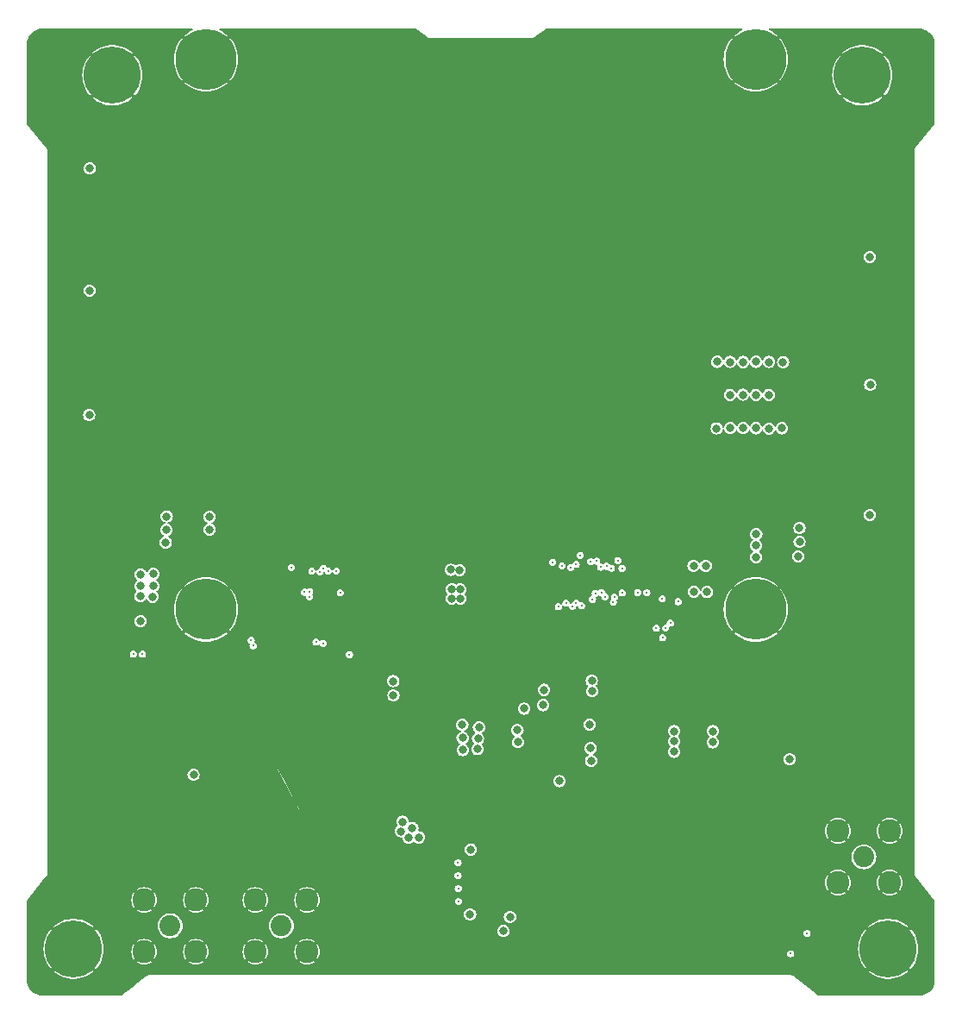
<source format=gbr>
%TF.GenerationSoftware,KiCad,Pcbnew,8.0.4*%
%TF.CreationDate,2024-08-06T11:45:16-05:00*%
%TF.ProjectId,sqrt_of_g_temp,73717274-5f6f-4665-9f67-5f74656d702e,1.0.1*%
%TF.SameCoordinates,Original*%
%TF.FileFunction,Copper,L2,Inr*%
%TF.FilePolarity,Positive*%
%FSLAX46Y46*%
G04 Gerber Fmt 4.6, Leading zero omitted, Abs format (unit mm)*
G04 Created by KiCad (PCBNEW 8.0.4) date 2024-08-06 11:45:16*
%MOMM*%
%LPD*%
G01*
G04 APERTURE LIST*
%TA.AperFunction,ComponentPad*%
%ADD10C,6.000000*%
%TD*%
%TA.AperFunction,ComponentPad*%
%ADD11C,2.050000*%
%TD*%
%TA.AperFunction,ComponentPad*%
%ADD12C,2.250000*%
%TD*%
%TA.AperFunction,ComponentPad*%
%ADD13C,5.600000*%
%TD*%
%TA.AperFunction,ViaPad*%
%ADD14C,0.800000*%
%TD*%
%TA.AperFunction,ViaPad*%
%ADD15C,0.300000*%
%TD*%
%TA.AperFunction,ViaPad*%
%ADD16C,0.584200*%
%TD*%
%TA.AperFunction,ViaPad*%
%ADD17C,0.600000*%
%TD*%
G04 APERTURE END LIST*
D10*
%TO.N,GND*%
%TO.C,H3*%
X175230000Y-111508000D03*
%TD*%
%TO.N,GND*%
%TO.C,H4*%
X121230000Y-111508000D03*
%TD*%
%TO.N,GND*%
%TO.C,H2*%
X175230000Y-57508000D03*
%TD*%
%TO.N,GND*%
%TO.C,H1*%
X121230000Y-57508000D03*
%TD*%
D11*
%TO.N,Net-(J8-In)*%
%TO.C,J8*%
X185840000Y-135780000D03*
D12*
%TO.N,GND*%
X183300000Y-133240000D03*
X183300000Y-138320000D03*
X188380000Y-133240000D03*
X188380000Y-138320000D03*
%TD*%
D13*
%TO.N,GND*%
%TO.C,H5*%
X112035000Y-59088000D03*
%TD*%
%TO.N,GND*%
%TO.C,H7*%
X188235000Y-144818000D03*
%TD*%
D11*
%TO.N,Net-(J13-In)*%
%TO.C,J13*%
X117703647Y-142549365D03*
D12*
%TO.N,GND*%
X115163647Y-145089365D03*
X120243647Y-145089365D03*
X115163647Y-140009365D03*
X120243647Y-140009365D03*
%TD*%
D13*
%TO.N,GND*%
%TO.C,H8*%
X108225000Y-144818000D03*
%TD*%
D11*
%TO.N,Net-(J9-In)*%
%TO.C,J9*%
X128613835Y-142549365D03*
D12*
%TO.N,GND*%
X126073835Y-145089365D03*
X131153835Y-145089365D03*
X126073835Y-140009365D03*
X131153835Y-140009365D03*
%TD*%
D13*
%TO.N,GND*%
%TO.C,H6*%
X185695000Y-59088000D03*
%TD*%
D14*
%TO.N,VSYS*%
X177800000Y-93720000D03*
X175240000Y-90440000D03*
X175250000Y-93720000D03*
X176530000Y-93750000D03*
X172690000Y-87210000D03*
X140340000Y-133270000D03*
X173990000Y-93710000D03*
X175260000Y-87200000D03*
X140550000Y-132340000D03*
X177910000Y-87220000D03*
X171390000Y-93730000D03*
X141150000Y-133920000D03*
X141500000Y-132940000D03*
X172720000Y-93710000D03*
X173960000Y-90430000D03*
X176510000Y-90440000D03*
X176530000Y-87210000D03*
X171450000Y-87200000D03*
X173980000Y-87220000D03*
X172700000Y-90440000D03*
X142150000Y-133870000D03*
%TO.N,VDD_3V3*%
X116050000Y-109190000D03*
X117330000Y-103690000D03*
X116050000Y-108020000D03*
X170450000Y-109800000D03*
X147950000Y-124190000D03*
X148040000Y-123080000D03*
X146200000Y-109540000D03*
X145350000Y-110420000D03*
X146140000Y-107640000D03*
X121580000Y-102410000D03*
X171010000Y-124540000D03*
X151860000Y-124520000D03*
X115970000Y-110250000D03*
X114800000Y-109190000D03*
X117280000Y-104920000D03*
X179520000Y-103530000D03*
X145300000Y-107610000D03*
X147890000Y-125210000D03*
X169150000Y-109760000D03*
X167210000Y-125470000D03*
X167210000Y-124460000D03*
X171000000Y-123450000D03*
X179530000Y-104880000D03*
X175280000Y-104110000D03*
X151830000Y-123350000D03*
X121580000Y-103650000D03*
X114800000Y-108060000D03*
X169110000Y-107220000D03*
X175270000Y-106360000D03*
X117370000Y-102370000D03*
X146220000Y-110430000D03*
X114770000Y-110210000D03*
X167220000Y-123450000D03*
X175260000Y-105220000D03*
X170310000Y-107220000D03*
X145370000Y-109510000D03*
X179390000Y-106290000D03*
D15*
%TO.N,/RX_FROM_GPS*%
X167610000Y-110740000D03*
X125850000Y-115060000D03*
X114990000Y-115900000D03*
%TO.N,/TX_TO_GPS*%
X166040000Y-110450000D03*
X114093552Y-115883552D03*
X125660000Y-114550000D03*
D16*
%TO.N,GND*%
X181970000Y-134890000D03*
X118318543Y-136170465D03*
D15*
X153610000Y-110580000D03*
D14*
X185668228Y-122634982D03*
D16*
X122080447Y-135564364D03*
X184450000Y-134910000D03*
D14*
X170680000Y-118160000D03*
D16*
X128732543Y-135408464D03*
X129494543Y-136170465D03*
X126703247Y-134138465D03*
X119591247Y-132004865D03*
D15*
X160340000Y-110750000D03*
D16*
X124468047Y-130839965D03*
X118064543Y-135154465D03*
D14*
X173490000Y-134700000D03*
D16*
X183550000Y-136630000D03*
D14*
X138520000Y-131400000D03*
D16*
X127663203Y-138484405D03*
X122080447Y-133405365D03*
X129748543Y-138202465D03*
X126703247Y-132008365D03*
D14*
X164630000Y-139490000D03*
D16*
X124239447Y-133405365D03*
X130256543Y-137186465D03*
X126931683Y-137752885D03*
X122639247Y-130890765D03*
X118498883Y-138692685D03*
X116794543Y-137694465D03*
D14*
X159430000Y-115410000D03*
D16*
X116540543Y-136678465D03*
X125636447Y-130839966D03*
X126088403Y-137092485D03*
D17*
X115651543Y-127026465D03*
D16*
X127716543Y-135662465D03*
X120073683Y-137300765D03*
X178680000Y-135080000D03*
X128478543Y-136424465D03*
D14*
X154290000Y-116610000D03*
D16*
X178650000Y-135910000D03*
X120629943Y-131979465D03*
X129240543Y-137186465D03*
X118699543Y-134392465D03*
X124239447Y-135564365D03*
X122944047Y-127918965D03*
D14*
X142740000Y-136380000D03*
D16*
X119080543Y-135408465D03*
X178700000Y-136720000D03*
X117302543Y-135916465D03*
X124417247Y-127918965D03*
D14*
X183330000Y-143580000D03*
D16*
X127081543Y-135027465D03*
D14*
X161420000Y-135330000D03*
D17*
X112730543Y-127026465D03*
D14*
X167160000Y-118730000D03*
X168440000Y-121760000D03*
D16*
X123158393Y-134498587D03*
X179360000Y-137110000D03*
X122182047Y-138155166D03*
D14*
X159029024Y-138971417D03*
D16*
X119715543Y-134599165D03*
X126703247Y-133075165D03*
X124214047Y-138155166D03*
X125890447Y-127918965D03*
X127843544Y-134519465D03*
X121674047Y-130890765D03*
D14*
X143330000Y-138290000D03*
D17*
X114064043Y-126391465D03*
D15*
X154510000Y-110650000D03*
D16*
X130769623Y-138306605D03*
D15*
X151588212Y-110619572D03*
D14*
X185550000Y-127190000D03*
D16*
X184420000Y-136690000D03*
X116794543Y-138761265D03*
D15*
X152560000Y-110600000D03*
D16*
X117556543Y-136932465D03*
X119230403Y-137961164D03*
D17*
X114064043Y-127781365D03*
D14*
X153735335Y-135954584D03*
D16*
X180200000Y-137110000D03*
X126703247Y-130839965D03*
X181070000Y-137070000D03*
X183640000Y-134910000D03*
X181950000Y-136640000D03*
X182750000Y-136640000D03*
X182790000Y-134910000D03*
D14*
X169830000Y-121790000D03*
X169060000Y-118210000D03*
D16*
X123198047Y-138155165D03*
D15*
X156430000Y-111350000D03*
X162500000Y-110920000D03*
D16*
X121620543Y-127915465D03*
D14*
%TO.N,/3V3_PD2*%
X109790000Y-80200000D03*
X109830000Y-68220000D03*
X109760000Y-92440000D03*
%TO.N,/3V3_PD1*%
X186450000Y-102220000D03*
X186470000Y-89450000D03*
X186440000Y-76910000D03*
D15*
%TO.N,/GPIO_AD_06*%
X162101175Y-109880213D03*
X162084867Y-107468262D03*
%TO.N,/GPIO_AD_12*%
X159020000Y-106800000D03*
X159190000Y-110500000D03*
%TO.N,/GPIO_AD_07*%
X161689867Y-106700000D03*
X161345703Y-110303289D03*
D14*
%TO.N,Net-(U7-RSTN)*%
X114820000Y-112630000D03*
X120010000Y-127730000D03*
D15*
%TO.N,/GPIO_AD_09*%
X160580000Y-107270000D03*
X160400000Y-110240000D03*
%TO.N,/GPIO_AD_11*%
X159590000Y-106760000D03*
X159460000Y-109920000D03*
D14*
%TO.N,/MAG1/3V3_SENSORS*%
X139630000Y-118540000D03*
X146450000Y-125300000D03*
X139640000Y-119940000D03*
X146430000Y-124110000D03*
X146410000Y-122820000D03*
%TO.N,/MAG2/3V3_SENSORS*%
X159120000Y-118500000D03*
X159140000Y-119520000D03*
D15*
%TO.N,/GPIO_AD_10*%
X160060000Y-109830000D03*
X159985000Y-107350000D03*
%TO.N,/GPIO_AD_08*%
X161048614Y-107444368D03*
X161235000Y-110795191D03*
%TO.N,/GPIO_AD_14*%
X158140000Y-111140000D03*
X157980000Y-106200000D03*
%TO.N,/GPIO_AD_17*%
X156583502Y-110874144D03*
X156190000Y-107230000D03*
%TO.N,/GPIO_AD_18*%
X155850000Y-111240000D03*
X155275692Y-106874308D03*
%TO.N,/GPIO_AD_16*%
X157060000Y-107370000D03*
X157225000Y-111220000D03*
%TO.N,/GPIO_AD_15*%
X157582690Y-110870629D03*
X157585000Y-107080000D03*
%TO.N,/EN_PD2*%
X163630000Y-109830000D03*
%TO.N,/DRDY_MAG2*%
X166360000Y-113330000D03*
D14*
X159050000Y-126360000D03*
D15*
%TO.N,/EN_MAG2*%
X166830000Y-112850000D03*
D14*
%TO.N,/EN_MAG1*%
X152480000Y-121240000D03*
D15*
%TO.N,/EN_PD1*%
X164530000Y-109850000D03*
D14*
%TO.N,SCK*%
X154430000Y-119390000D03*
D15*
X131417312Y-109756041D03*
D14*
%TO.N,CS_MAG1*%
X159020000Y-125130000D03*
D15*
X165460000Y-113340000D03*
D14*
X155950000Y-128350000D03*
D15*
%TO.N,CS_MAG2*%
X166086751Y-114275001D03*
D14*
X178570000Y-126200000D03*
D15*
%TO.N,/RF_RST*%
X132030000Y-114710000D03*
D14*
X147240000Y-135060000D03*
D15*
%TO.N,SDO*%
X131390000Y-110260000D03*
D14*
X150440000Y-143070000D03*
X151087805Y-141667195D03*
X158910000Y-122790000D03*
D15*
%TO.N,SDI*%
X130919308Y-109800692D03*
D14*
X154360000Y-120895000D03*
D15*
%TO.N,/RF_TX_EN*%
X178650000Y-145290000D03*
X129610000Y-107390000D03*
%TO.N,/RF_IO2*%
X132751519Y-107455704D03*
X146000000Y-138890000D03*
%TO.N,/RF_IO3*%
X132420000Y-107830000D03*
X146030000Y-140160000D03*
%TO.N,/RF_BUSY*%
X134020000Y-107740000D03*
X145990000Y-136350000D03*
%TO.N,/RF_IO1*%
X145990000Y-137620000D03*
X133225000Y-107740000D03*
%TO.N,/RF_RX_EN*%
X180265000Y-143295000D03*
X131625001Y-107740000D03*
%TO.N,/EN_RF*%
X134415000Y-109860000D03*
X135320000Y-115930000D03*
%TO.N,CS_RF*%
X132730000Y-114830000D03*
D14*
X147170000Y-141430000D03*
%TD*%
%TA.AperFunction,Conductor*%
%TO.N,GND*%
G36*
X119904100Y-54526093D02*
G01*
X119929820Y-54570642D01*
X119920887Y-54621300D01*
X119884540Y-54653176D01*
X119860070Y-54663311D01*
X119550174Y-54834584D01*
X119261412Y-55039471D01*
X119121747Y-55164282D01*
X120043797Y-56086331D01*
X120007593Y-56114112D01*
X119836112Y-56285593D01*
X119808331Y-56321796D01*
X118886282Y-55399747D01*
X118761471Y-55539412D01*
X118556584Y-55828174D01*
X118385311Y-56138070D01*
X118249813Y-56465190D01*
X118151797Y-56805411D01*
X118151791Y-56805438D01*
X118092487Y-57154473D01*
X118092487Y-57154476D01*
X118072633Y-57508000D01*
X118092487Y-57861523D01*
X118092487Y-57861526D01*
X118151791Y-58210561D01*
X118151797Y-58210588D01*
X118249813Y-58550809D01*
X118385311Y-58877929D01*
X118556584Y-59187825D01*
X118761464Y-59476576D01*
X118761471Y-59476585D01*
X118886282Y-59616250D01*
X119808330Y-58694201D01*
X119836112Y-58730407D01*
X120007593Y-58901888D01*
X120043796Y-58929667D01*
X119121747Y-59851716D01*
X119261414Y-59976528D01*
X119261423Y-59976535D01*
X119550174Y-60181415D01*
X119860070Y-60352688D01*
X120187190Y-60488186D01*
X120527411Y-60586202D01*
X120527438Y-60586208D01*
X120876475Y-60645512D01*
X121230000Y-60665366D01*
X121583523Y-60645512D01*
X121583526Y-60645512D01*
X121932561Y-60586208D01*
X121932588Y-60586202D01*
X122272809Y-60488186D01*
X122599929Y-60352688D01*
X122909825Y-60181415D01*
X123198576Y-59976535D01*
X123198596Y-59976520D01*
X123338251Y-59851716D01*
X122416203Y-58929668D01*
X122452407Y-58901888D01*
X122623888Y-58730407D01*
X122651668Y-58694203D01*
X123573716Y-59616251D01*
X123698520Y-59476596D01*
X123698535Y-59476576D01*
X123903415Y-59187825D01*
X124074688Y-58877929D01*
X124210186Y-58550809D01*
X124308202Y-58210588D01*
X124308208Y-58210561D01*
X124367512Y-57861526D01*
X124367512Y-57861523D01*
X124387366Y-57508000D01*
X124367512Y-57154476D01*
X124367512Y-57154473D01*
X124308208Y-56805438D01*
X124308202Y-56805411D01*
X124210186Y-56465190D01*
X124074688Y-56138070D01*
X123903415Y-55828174D01*
X123698535Y-55539423D01*
X123698528Y-55539414D01*
X123573715Y-55399747D01*
X122651667Y-56321795D01*
X122623888Y-56285593D01*
X122452407Y-56114112D01*
X122416202Y-56086331D01*
X123338251Y-55164282D01*
X123198585Y-55039471D01*
X123198576Y-55039464D01*
X122909825Y-54834584D01*
X122599929Y-54663311D01*
X122575460Y-54653176D01*
X122537535Y-54618424D01*
X122530820Y-54567424D01*
X122558459Y-54524040D01*
X122604238Y-54508500D01*
X141767866Y-54508500D01*
X141811118Y-54522183D01*
X142901389Y-55288782D01*
X142911303Y-55297117D01*
X142922685Y-55308499D01*
X142922686Y-55308500D01*
X142957497Y-55328598D01*
X142963146Y-55332204D01*
X142996025Y-55355323D01*
X143011131Y-55360854D01*
X143022877Y-55366345D01*
X143036814Y-55374392D01*
X143075648Y-55384797D01*
X143082029Y-55386816D01*
X143119773Y-55400638D01*
X143135802Y-55402071D01*
X143148559Y-55404333D01*
X143164108Y-55408500D01*
X143204293Y-55408500D01*
X143210993Y-55408799D01*
X143216558Y-55409296D01*
X143251033Y-55412381D01*
X143266889Y-55409616D01*
X143279802Y-55408500D01*
X153181270Y-55408500D01*
X153193909Y-55409569D01*
X153210830Y-55412455D01*
X153246747Y-55409108D01*
X153249798Y-55408824D01*
X153256774Y-55408500D01*
X153295889Y-55408500D01*
X153295892Y-55408500D01*
X153312475Y-55404056D01*
X153324942Y-55401821D01*
X153342046Y-55400228D01*
X153378768Y-55386625D01*
X153385385Y-55384520D01*
X153423186Y-55374392D01*
X153438053Y-55365807D01*
X153449527Y-55360418D01*
X153465626Y-55354456D01*
X153486768Y-55339472D01*
X153497553Y-55331830D01*
X153503435Y-55328059D01*
X153537314Y-55308500D01*
X153549448Y-55296364D01*
X153559143Y-55288183D01*
X153595055Y-55262734D01*
X154318915Y-54749762D01*
X154639827Y-54522344D01*
X154683307Y-54508500D01*
X173855762Y-54508500D01*
X173904100Y-54526093D01*
X173929820Y-54570642D01*
X173920887Y-54621300D01*
X173884540Y-54653176D01*
X173860070Y-54663311D01*
X173550174Y-54834584D01*
X173261412Y-55039471D01*
X173121747Y-55164282D01*
X174043797Y-56086331D01*
X174007593Y-56114112D01*
X173836112Y-56285593D01*
X173808331Y-56321796D01*
X172886282Y-55399747D01*
X172761471Y-55539412D01*
X172556584Y-55828174D01*
X172385311Y-56138070D01*
X172249813Y-56465190D01*
X172151797Y-56805411D01*
X172151791Y-56805438D01*
X172092487Y-57154473D01*
X172092487Y-57154476D01*
X172072633Y-57508000D01*
X172092487Y-57861523D01*
X172092487Y-57861526D01*
X172151791Y-58210561D01*
X172151797Y-58210588D01*
X172249813Y-58550809D01*
X172385311Y-58877929D01*
X172556584Y-59187825D01*
X172761464Y-59476576D01*
X172761471Y-59476585D01*
X172886282Y-59616250D01*
X173808330Y-58694201D01*
X173836112Y-58730407D01*
X174007593Y-58901888D01*
X174043796Y-58929667D01*
X173121747Y-59851716D01*
X173261414Y-59976528D01*
X173261423Y-59976535D01*
X173550174Y-60181415D01*
X173860070Y-60352688D01*
X174187190Y-60488186D01*
X174527411Y-60586202D01*
X174527438Y-60586208D01*
X174876475Y-60645512D01*
X175230000Y-60665366D01*
X175583523Y-60645512D01*
X175583526Y-60645512D01*
X175932561Y-60586208D01*
X175932588Y-60586202D01*
X176272809Y-60488186D01*
X176599929Y-60352688D01*
X176909825Y-60181415D01*
X177198576Y-59976535D01*
X177198596Y-59976520D01*
X177338251Y-59851716D01*
X176416203Y-58929668D01*
X176452407Y-58901888D01*
X176623888Y-58730407D01*
X176651668Y-58694203D01*
X177573716Y-59616251D01*
X177698520Y-59476596D01*
X177698535Y-59476576D01*
X177903415Y-59187825D01*
X177958586Y-59088000D01*
X182737597Y-59088000D01*
X182757593Y-59431331D01*
X182817312Y-59770017D01*
X182915952Y-60099497D01*
X183052169Y-60415282D01*
X183224123Y-60713116D01*
X183429495Y-60988977D01*
X183429498Y-60988981D01*
X183492146Y-61055386D01*
X184450439Y-60097092D01*
X184474588Y-60130330D01*
X184652670Y-60308412D01*
X184685905Y-60332559D01*
X183727396Y-61291068D01*
X183928949Y-61460193D01*
X183928957Y-61460199D01*
X184216298Y-61649186D01*
X184523635Y-61803535D01*
X184523640Y-61803538D01*
X184846806Y-61921160D01*
X185181443Y-62000471D01*
X185181454Y-62000473D01*
X185523034Y-62040399D01*
X185523035Y-62040400D01*
X185866965Y-62040400D01*
X185866965Y-62040399D01*
X186208545Y-62000473D01*
X186208556Y-62000471D01*
X186543193Y-61921160D01*
X186866359Y-61803538D01*
X186866364Y-61803535D01*
X187173701Y-61649186D01*
X187461042Y-61460199D01*
X187461050Y-61460193D01*
X187662602Y-61291068D01*
X186704093Y-60332559D01*
X186737330Y-60308412D01*
X186915412Y-60130330D01*
X186939560Y-60097093D01*
X187897853Y-61055386D01*
X187960495Y-60988988D01*
X187960503Y-60988979D01*
X188165876Y-60713116D01*
X188337830Y-60415282D01*
X188474047Y-60099497D01*
X188572687Y-59770017D01*
X188632406Y-59431331D01*
X188652402Y-59088000D01*
X188632406Y-58744668D01*
X188572687Y-58405982D01*
X188474047Y-58076502D01*
X188337830Y-57760717D01*
X188165876Y-57462883D01*
X187960503Y-57187020D01*
X187960495Y-57187011D01*
X187897852Y-57120612D01*
X186939559Y-58078905D01*
X186915412Y-58045670D01*
X186737330Y-57867588D01*
X186704093Y-57843439D01*
X187662602Y-56884930D01*
X187461050Y-56715806D01*
X187461042Y-56715800D01*
X187173701Y-56526813D01*
X186866364Y-56372464D01*
X186866359Y-56372461D01*
X186543193Y-56254839D01*
X186208556Y-56175528D01*
X186208545Y-56175526D01*
X185866966Y-56135600D01*
X185523034Y-56135600D01*
X185181454Y-56175526D01*
X185181443Y-56175528D01*
X184846806Y-56254839D01*
X184523640Y-56372461D01*
X184523635Y-56372464D01*
X184216298Y-56526813D01*
X183928958Y-56715800D01*
X183727396Y-56884930D01*
X184685906Y-57843440D01*
X184652670Y-57867588D01*
X184474588Y-58045670D01*
X184450440Y-58078906D01*
X183492146Y-57120612D01*
X183492146Y-57120613D01*
X183429500Y-57187015D01*
X183224123Y-57462883D01*
X183052169Y-57760717D01*
X182915952Y-58076502D01*
X182817312Y-58405982D01*
X182757593Y-58744668D01*
X182737597Y-59088000D01*
X177958586Y-59088000D01*
X178074688Y-58877929D01*
X178210186Y-58550809D01*
X178308202Y-58210588D01*
X178308208Y-58210561D01*
X178367512Y-57861526D01*
X178367512Y-57861523D01*
X178387366Y-57508000D01*
X178367512Y-57154476D01*
X178367512Y-57154473D01*
X178308208Y-56805438D01*
X178308202Y-56805411D01*
X178210186Y-56465190D01*
X178074688Y-56138070D01*
X177903415Y-55828174D01*
X177698535Y-55539423D01*
X177698528Y-55539414D01*
X177573715Y-55399747D01*
X176651667Y-56321795D01*
X176623888Y-56285593D01*
X176452407Y-56114112D01*
X176416202Y-56086331D01*
X177338251Y-55164282D01*
X177198585Y-55039471D01*
X177198576Y-55039464D01*
X176909825Y-54834584D01*
X176599929Y-54663311D01*
X176575460Y-54653176D01*
X176537535Y-54618424D01*
X176530820Y-54567424D01*
X176558459Y-54524040D01*
X176604238Y-54508500D01*
X191249108Y-54508500D01*
X191312319Y-54508500D01*
X191317684Y-54508692D01*
X191523039Y-54523379D01*
X191533640Y-54524902D01*
X191732213Y-54568099D01*
X191742488Y-54571116D01*
X191869325Y-54618424D01*
X191932877Y-54642128D01*
X191942636Y-54646585D01*
X192120968Y-54743961D01*
X192129995Y-54749762D01*
X192292664Y-54871535D01*
X192300772Y-54878562D01*
X192444437Y-55022227D01*
X192451464Y-55030335D01*
X192573237Y-55193004D01*
X192579038Y-55202031D01*
X192676414Y-55380363D01*
X192680871Y-55390122D01*
X192751882Y-55580508D01*
X192754902Y-55590795D01*
X192776408Y-55689654D01*
X192798094Y-55789343D01*
X192799620Y-55799963D01*
X192814308Y-56005315D01*
X192814500Y-56010680D01*
X192814500Y-63806054D01*
X192798021Y-63853031D01*
X190944092Y-66170443D01*
X190938545Y-66176640D01*
X190914500Y-66200684D01*
X190914498Y-66200687D01*
X190903344Y-66220005D01*
X190896945Y-66229375D01*
X190883015Y-66246788D01*
X190883010Y-66246796D01*
X190869367Y-66277936D01*
X190865615Y-66285354D01*
X190848607Y-66314813D01*
X190842834Y-66336358D01*
X190839078Y-66347065D01*
X190830128Y-66367496D01*
X190830126Y-66367500D01*
X190825006Y-66401117D01*
X190823302Y-66409254D01*
X190814500Y-66442106D01*
X190814500Y-66464411D01*
X190813643Y-66475733D01*
X190810285Y-66497778D01*
X190810285Y-66497783D01*
X190814040Y-66531576D01*
X190814500Y-66539880D01*
X190814500Y-137366118D01*
X190814040Y-137374422D01*
X190810285Y-137408216D01*
X190810285Y-137408219D01*
X190813643Y-137430265D01*
X190814500Y-137441588D01*
X190814500Y-137463894D01*
X190823300Y-137496740D01*
X190825004Y-137504874D01*
X190830126Y-137538498D01*
X190830129Y-137538507D01*
X190839076Y-137558928D01*
X190842834Y-137569641D01*
X190848606Y-137591183D01*
X190865611Y-137620637D01*
X190869363Y-137628056D01*
X190883012Y-137659206D01*
X190883012Y-137659207D01*
X190896944Y-137676623D01*
X190903344Y-137685994D01*
X190914498Y-137705312D01*
X190938545Y-137729359D01*
X190944092Y-137735556D01*
X192795918Y-140050339D01*
X192798021Y-140052967D01*
X192814500Y-140099944D01*
X192814500Y-147895319D01*
X192814308Y-147900684D01*
X192799620Y-148106036D01*
X192798094Y-148116656D01*
X192754905Y-148315196D01*
X192751882Y-148325491D01*
X192680871Y-148515877D01*
X192676414Y-148525636D01*
X192579038Y-148703968D01*
X192573237Y-148712995D01*
X192451464Y-148875664D01*
X192444437Y-148883772D01*
X192300772Y-149027437D01*
X192292664Y-149034464D01*
X192129995Y-149156237D01*
X192120968Y-149162038D01*
X191942636Y-149259414D01*
X191932877Y-149263871D01*
X191742491Y-149334882D01*
X191732200Y-149337903D01*
X191533654Y-149381094D01*
X191523036Y-149382620D01*
X191317684Y-149397308D01*
X191312319Y-149397500D01*
X181346945Y-149397500D01*
X181299968Y-149381021D01*
X181153530Y-149263871D01*
X179286690Y-147770399D01*
X178982555Y-147527091D01*
X178976358Y-147521544D01*
X178952312Y-147497498D01*
X178932994Y-147486344D01*
X178923623Y-147479944D01*
X178906207Y-147466012D01*
X178875056Y-147452363D01*
X178867637Y-147448611D01*
X178838183Y-147431606D01*
X178816641Y-147425834D01*
X178805928Y-147422076D01*
X178785507Y-147413129D01*
X178785498Y-147413126D01*
X178751874Y-147408004D01*
X178743740Y-147406300D01*
X178710895Y-147397500D01*
X178710892Y-147397500D01*
X178688589Y-147397500D01*
X178677267Y-147396643D01*
X178655218Y-147393285D01*
X178621423Y-147397040D01*
X178613119Y-147397500D01*
X133820000Y-147397500D01*
X133820000Y-145289998D01*
X178295131Y-145289998D01*
X178295131Y-145290001D01*
X178312499Y-145399659D01*
X178312501Y-145399664D01*
X178359544Y-145491991D01*
X178362905Y-145498587D01*
X178441413Y-145577095D01*
X178540339Y-145627500D01*
X178595169Y-145636184D01*
X178649999Y-145644869D01*
X178650000Y-145644869D01*
X178650001Y-145644869D01*
X178686553Y-145639079D01*
X178759661Y-145627500D01*
X178858587Y-145577095D01*
X178937095Y-145498587D01*
X178987500Y-145399661D01*
X179004869Y-145290000D01*
X178987500Y-145180339D01*
X178937095Y-145081413D01*
X178858587Y-145002905D01*
X178759664Y-144952501D01*
X178759659Y-144952499D01*
X178650001Y-144935131D01*
X178649999Y-144935131D01*
X178540340Y-144952499D01*
X178540335Y-144952501D01*
X178441412Y-145002905D01*
X178362905Y-145081412D01*
X178312501Y-145180335D01*
X178312499Y-145180340D01*
X178295131Y-145289998D01*
X133820000Y-145289998D01*
X133820000Y-144818000D01*
X185277597Y-144818000D01*
X185297593Y-145161331D01*
X185357312Y-145500017D01*
X185455952Y-145829497D01*
X185592169Y-146145282D01*
X185764123Y-146443116D01*
X185969495Y-146718977D01*
X185969498Y-146718981D01*
X186032146Y-146785386D01*
X186990439Y-145827092D01*
X187014588Y-145860330D01*
X187192670Y-146038412D01*
X187225905Y-146062559D01*
X186267396Y-147021068D01*
X186468949Y-147190193D01*
X186468957Y-147190199D01*
X186756298Y-147379186D01*
X187063635Y-147533535D01*
X187063640Y-147533538D01*
X187386806Y-147651160D01*
X187721443Y-147730471D01*
X187721454Y-147730473D01*
X188063034Y-147770399D01*
X188063035Y-147770400D01*
X188406965Y-147770400D01*
X188406965Y-147770399D01*
X188748545Y-147730473D01*
X188748556Y-147730471D01*
X189083193Y-147651160D01*
X189406359Y-147533538D01*
X189406364Y-147533535D01*
X189713701Y-147379186D01*
X190001042Y-147190199D01*
X190001050Y-147190193D01*
X190202602Y-147021068D01*
X189244093Y-146062559D01*
X189277330Y-146038412D01*
X189455412Y-145860330D01*
X189479560Y-145827093D01*
X190437853Y-146785386D01*
X190500495Y-146718988D01*
X190500503Y-146718979D01*
X190705876Y-146443116D01*
X190877830Y-146145282D01*
X191014047Y-145829497D01*
X191112687Y-145500017D01*
X191172406Y-145161331D01*
X191192402Y-144818000D01*
X191172406Y-144474668D01*
X191112687Y-144135982D01*
X191014047Y-143806502D01*
X190877830Y-143490717D01*
X190705876Y-143192883D01*
X190500503Y-142917020D01*
X190500495Y-142917011D01*
X190437852Y-142850612D01*
X189479559Y-143808905D01*
X189455412Y-143775670D01*
X189277330Y-143597588D01*
X189244093Y-143573439D01*
X190202602Y-142614930D01*
X190001050Y-142445806D01*
X190001042Y-142445800D01*
X189713701Y-142256813D01*
X189406364Y-142102464D01*
X189406359Y-142102461D01*
X189083193Y-141984839D01*
X188748556Y-141905528D01*
X188748545Y-141905526D01*
X188406966Y-141865600D01*
X188063034Y-141865600D01*
X187721454Y-141905526D01*
X187721443Y-141905528D01*
X187386806Y-141984839D01*
X187063640Y-142102461D01*
X187063635Y-142102464D01*
X186756298Y-142256813D01*
X186468958Y-142445800D01*
X186267396Y-142614930D01*
X187225906Y-143573440D01*
X187192670Y-143597588D01*
X187014588Y-143775670D01*
X186990440Y-143808906D01*
X186032146Y-142850612D01*
X186032146Y-142850613D01*
X185969500Y-142917015D01*
X185764123Y-143192883D01*
X185592169Y-143490717D01*
X185455952Y-143806502D01*
X185357312Y-144135982D01*
X185297593Y-144474668D01*
X185277597Y-144818000D01*
X133820000Y-144818000D01*
X133820000Y-143070000D01*
X149834318Y-143070000D01*
X149854956Y-143226763D01*
X149915463Y-143372839D01*
X149915465Y-143372842D01*
X150011717Y-143498282D01*
X150089801Y-143558197D01*
X150137159Y-143594536D01*
X150283238Y-143655044D01*
X150440000Y-143675682D01*
X150596762Y-143655044D01*
X150742841Y-143594536D01*
X150868282Y-143498282D01*
X150964536Y-143372841D01*
X150996780Y-143294998D01*
X179910131Y-143294998D01*
X179910131Y-143295001D01*
X179927499Y-143404659D01*
X179927501Y-143404664D01*
X179971347Y-143490717D01*
X179977905Y-143503587D01*
X180056413Y-143582095D01*
X180155339Y-143632500D01*
X180210169Y-143641184D01*
X180264999Y-143649869D01*
X180265000Y-143649869D01*
X180265001Y-143649869D01*
X180301553Y-143644079D01*
X180374661Y-143632500D01*
X180473587Y-143582095D01*
X180552095Y-143503587D01*
X180602500Y-143404661D01*
X180619869Y-143295000D01*
X180602500Y-143185339D01*
X180552095Y-143086413D01*
X180473587Y-143007905D01*
X180374664Y-142957501D01*
X180374659Y-142957499D01*
X180265001Y-142940131D01*
X180264999Y-142940131D01*
X180155340Y-142957499D01*
X180155335Y-142957501D01*
X180056412Y-143007905D01*
X179977905Y-143086412D01*
X179927501Y-143185335D01*
X179927499Y-143185340D01*
X179910131Y-143294998D01*
X150996780Y-143294998D01*
X151025044Y-143226762D01*
X151045682Y-143070000D01*
X151025044Y-142913238D01*
X150964536Y-142767159D01*
X150928197Y-142719801D01*
X150868282Y-142641717D01*
X150742842Y-142545465D01*
X150742841Y-142545464D01*
X150742839Y-142545463D01*
X150596763Y-142484956D01*
X150440000Y-142464318D01*
X150283236Y-142484956D01*
X150137160Y-142545463D01*
X150137157Y-142545465D01*
X150011717Y-142641717D01*
X149915465Y-142767157D01*
X149915463Y-142767160D01*
X149854956Y-142913236D01*
X149834318Y-143070000D01*
X133820000Y-143070000D01*
X133820000Y-141430000D01*
X146564318Y-141430000D01*
X146584956Y-141586763D01*
X146645463Y-141732839D01*
X146645465Y-141732842D01*
X146741717Y-141858282D01*
X146803288Y-141905526D01*
X146867159Y-141954536D01*
X147013238Y-142015044D01*
X147170000Y-142035682D01*
X147326762Y-142015044D01*
X147472841Y-141954536D01*
X147598282Y-141858282D01*
X147694536Y-141732841D01*
X147721728Y-141667195D01*
X150482123Y-141667195D01*
X150502761Y-141823958D01*
X150563268Y-141970034D01*
X150563270Y-141970037D01*
X150659522Y-142095477D01*
X150702708Y-142128614D01*
X150784964Y-142191731D01*
X150931043Y-142252239D01*
X151087805Y-142272877D01*
X151244567Y-142252239D01*
X151390646Y-142191731D01*
X151516087Y-142095477D01*
X151612341Y-141970036D01*
X151672849Y-141823957D01*
X151693487Y-141667195D01*
X151672849Y-141510433D01*
X151612341Y-141364354D01*
X151556548Y-141291643D01*
X151516087Y-141238912D01*
X151390647Y-141142660D01*
X151390646Y-141142659D01*
X151390644Y-141142658D01*
X151244568Y-141082151D01*
X151087805Y-141061513D01*
X150931041Y-141082151D01*
X150784965Y-141142658D01*
X150784962Y-141142660D01*
X150659522Y-141238912D01*
X150563270Y-141364352D01*
X150563268Y-141364355D01*
X150502761Y-141510431D01*
X150482123Y-141667195D01*
X147721728Y-141667195D01*
X147755044Y-141586762D01*
X147775682Y-141430000D01*
X147755044Y-141273238D01*
X147694536Y-141127159D01*
X147615019Y-141023530D01*
X147598282Y-141001717D01*
X147472842Y-140905465D01*
X147472841Y-140905464D01*
X147472839Y-140905463D01*
X147326763Y-140844956D01*
X147170000Y-140824318D01*
X147013236Y-140844956D01*
X146867160Y-140905463D01*
X146867157Y-140905465D01*
X146741717Y-141001717D01*
X146645465Y-141127157D01*
X146645463Y-141127160D01*
X146584956Y-141273236D01*
X146564318Y-141430000D01*
X133820000Y-141430000D01*
X133820000Y-140159998D01*
X145675131Y-140159998D01*
X145675131Y-140160001D01*
X145692499Y-140269659D01*
X145692501Y-140269664D01*
X145742905Y-140368587D01*
X145821413Y-140447095D01*
X145920339Y-140497500D01*
X145975169Y-140506184D01*
X146029999Y-140514869D01*
X146030000Y-140514869D01*
X146030001Y-140514869D01*
X146066553Y-140509079D01*
X146139661Y-140497500D01*
X146238587Y-140447095D01*
X146317095Y-140368587D01*
X146367500Y-140269661D01*
X146384869Y-140160000D01*
X146367500Y-140050339D01*
X146317095Y-139951413D01*
X146238587Y-139872905D01*
X146139664Y-139822501D01*
X146139659Y-139822499D01*
X146030001Y-139805131D01*
X146029999Y-139805131D01*
X145920340Y-139822499D01*
X145920335Y-139822501D01*
X145821412Y-139872905D01*
X145742905Y-139951412D01*
X145692501Y-140050335D01*
X145692499Y-140050340D01*
X145675131Y-140159998D01*
X133820000Y-140159998D01*
X133820000Y-138889998D01*
X145645131Y-138889998D01*
X145645131Y-138890001D01*
X145662499Y-138999659D01*
X145662501Y-138999664D01*
X145700000Y-139073260D01*
X145712905Y-139098587D01*
X145791413Y-139177095D01*
X145890339Y-139227500D01*
X145910322Y-139230665D01*
X145999999Y-139244869D01*
X146000000Y-139244869D01*
X146000001Y-139244869D01*
X146036553Y-139239079D01*
X146109661Y-139227500D01*
X146208587Y-139177095D01*
X146287095Y-139098587D01*
X146337500Y-138999661D01*
X146354869Y-138890000D01*
X146350409Y-138861844D01*
X146337500Y-138780340D01*
X146337498Y-138780335D01*
X146287094Y-138681412D01*
X146208587Y-138602905D01*
X146109664Y-138552501D01*
X146109659Y-138552499D01*
X146000001Y-138535131D01*
X145999999Y-138535131D01*
X145890340Y-138552499D01*
X145890335Y-138552501D01*
X145791412Y-138602905D01*
X145712905Y-138681412D01*
X145662501Y-138780335D01*
X145662499Y-138780340D01*
X145645131Y-138889998D01*
X133820000Y-138889998D01*
X133820000Y-138320000D01*
X182017721Y-138320000D01*
X182037201Y-138542660D01*
X182095052Y-138758564D01*
X182095053Y-138758568D01*
X182189510Y-138961134D01*
X182285833Y-139098698D01*
X182285834Y-139098699D01*
X182592869Y-138791663D01*
X182639762Y-138861844D01*
X182758156Y-138980238D01*
X182828334Y-139027129D01*
X182521299Y-139334164D01*
X182521300Y-139334165D01*
X182658862Y-139430487D01*
X182658862Y-139430488D01*
X182861431Y-139524946D01*
X182861435Y-139524947D01*
X183077339Y-139582798D01*
X183300000Y-139602278D01*
X183522660Y-139582798D01*
X183738564Y-139524947D01*
X183738568Y-139524946D01*
X183941137Y-139430488D01*
X183941137Y-139430487D01*
X184078698Y-139334165D01*
X184078699Y-139334164D01*
X183771664Y-139027129D01*
X183841844Y-138980238D01*
X183960238Y-138861844D01*
X184007129Y-138791664D01*
X184314164Y-139098699D01*
X184314165Y-139098698D01*
X184410487Y-138961137D01*
X184410488Y-138961137D01*
X184504946Y-138758568D01*
X184504947Y-138758564D01*
X184562798Y-138542660D01*
X184582278Y-138320000D01*
X187097721Y-138320000D01*
X187117201Y-138542660D01*
X187175052Y-138758564D01*
X187175053Y-138758568D01*
X187269510Y-138961134D01*
X187365833Y-139098698D01*
X187365834Y-139098699D01*
X187672869Y-138791663D01*
X187719762Y-138861844D01*
X187838156Y-138980238D01*
X187908334Y-139027129D01*
X187601299Y-139334164D01*
X187601300Y-139334165D01*
X187738862Y-139430487D01*
X187738862Y-139430488D01*
X187941431Y-139524946D01*
X187941435Y-139524947D01*
X188157339Y-139582798D01*
X188380000Y-139602278D01*
X188602660Y-139582798D01*
X188818564Y-139524947D01*
X188818568Y-139524946D01*
X189021137Y-139430488D01*
X189021137Y-139430487D01*
X189158698Y-139334165D01*
X189158699Y-139334164D01*
X188851664Y-139027129D01*
X188921844Y-138980238D01*
X189040238Y-138861844D01*
X189087129Y-138791664D01*
X189394164Y-139098699D01*
X189394165Y-139098698D01*
X189490487Y-138961137D01*
X189490488Y-138961137D01*
X189584946Y-138758568D01*
X189584947Y-138758564D01*
X189642798Y-138542660D01*
X189662278Y-138320000D01*
X189642798Y-138097339D01*
X189584947Y-137881435D01*
X189584946Y-137881431D01*
X189490489Y-137678866D01*
X189394165Y-137541300D01*
X189394164Y-137541299D01*
X189087129Y-137848334D01*
X189040238Y-137778156D01*
X188921844Y-137659762D01*
X188851663Y-137612869D01*
X189158699Y-137305834D01*
X189158698Y-137305833D01*
X189021134Y-137209510D01*
X188818568Y-137115053D01*
X188818564Y-137115052D01*
X188602660Y-137057201D01*
X188380000Y-137037721D01*
X188157339Y-137057201D01*
X187941435Y-137115052D01*
X187941431Y-137115053D01*
X187738864Y-137209511D01*
X187738860Y-137209514D01*
X187601300Y-137305833D01*
X187601300Y-137305835D01*
X187908335Y-137612869D01*
X187838156Y-137659762D01*
X187719762Y-137778156D01*
X187672870Y-137848335D01*
X187365835Y-137541300D01*
X187365833Y-137541300D01*
X187269514Y-137678860D01*
X187269511Y-137678864D01*
X187175053Y-137881431D01*
X187175052Y-137881435D01*
X187117201Y-138097339D01*
X187097721Y-138320000D01*
X184582278Y-138320000D01*
X184562798Y-138097339D01*
X184504947Y-137881435D01*
X184504946Y-137881431D01*
X184410489Y-137678866D01*
X184314165Y-137541300D01*
X184314164Y-137541299D01*
X184007129Y-137848334D01*
X183960238Y-137778156D01*
X183841844Y-137659762D01*
X183771663Y-137612869D01*
X184078699Y-137305834D01*
X184078698Y-137305833D01*
X183941134Y-137209510D01*
X183738568Y-137115053D01*
X183738564Y-137115052D01*
X183522660Y-137057201D01*
X183300000Y-137037721D01*
X183077339Y-137057201D01*
X182861435Y-137115052D01*
X182861431Y-137115053D01*
X182658864Y-137209511D01*
X182658860Y-137209514D01*
X182521300Y-137305833D01*
X182521300Y-137305835D01*
X182828335Y-137612869D01*
X182758156Y-137659762D01*
X182639762Y-137778156D01*
X182592870Y-137848335D01*
X182285835Y-137541300D01*
X182285833Y-137541300D01*
X182189514Y-137678860D01*
X182189511Y-137678864D01*
X182095053Y-137881431D01*
X182095052Y-137881435D01*
X182037201Y-138097339D01*
X182017721Y-138320000D01*
X133820000Y-138320000D01*
X133820000Y-137619998D01*
X145635131Y-137619998D01*
X145635131Y-137620001D01*
X145652499Y-137729659D01*
X145652501Y-137729664D01*
X145655504Y-137735557D01*
X145702905Y-137828587D01*
X145781413Y-137907095D01*
X145880339Y-137957500D01*
X145935169Y-137966184D01*
X145989999Y-137974869D01*
X145990000Y-137974869D01*
X145990001Y-137974869D01*
X146026553Y-137969079D01*
X146099661Y-137957500D01*
X146198587Y-137907095D01*
X146277095Y-137828587D01*
X146327500Y-137729661D01*
X146343593Y-137628056D01*
X146344869Y-137620001D01*
X146344869Y-137619998D01*
X146327500Y-137510340D01*
X146327498Y-137510335D01*
X146292470Y-137441588D01*
X146277095Y-137411413D01*
X146198587Y-137332905D01*
X146145455Y-137305833D01*
X146099664Y-137282501D01*
X146099659Y-137282499D01*
X145990001Y-137265131D01*
X145989999Y-137265131D01*
X145880340Y-137282499D01*
X145880335Y-137282501D01*
X145781412Y-137332905D01*
X145702905Y-137411412D01*
X145652501Y-137510335D01*
X145652499Y-137510340D01*
X145635131Y-137619998D01*
X133820000Y-137619998D01*
X133820000Y-137613250D01*
X133149247Y-136349998D01*
X145635131Y-136349998D01*
X145635131Y-136350001D01*
X145652499Y-136459659D01*
X145652501Y-136459664D01*
X145702905Y-136558587D01*
X145781413Y-136637095D01*
X145880339Y-136687500D01*
X145935169Y-136696184D01*
X145989999Y-136704869D01*
X145990000Y-136704869D01*
X145990001Y-136704869D01*
X146026553Y-136699079D01*
X146099661Y-136687500D01*
X146198587Y-136637095D01*
X146277095Y-136558587D01*
X146327500Y-136459661D01*
X146344869Y-136350000D01*
X146327500Y-136240339D01*
X146277095Y-136141413D01*
X146198587Y-136062905D01*
X146099664Y-136012501D01*
X146099659Y-136012499D01*
X145990001Y-135995131D01*
X145989999Y-135995131D01*
X145880340Y-136012499D01*
X145880335Y-136012501D01*
X145781412Y-136062905D01*
X145702905Y-136141412D01*
X145652501Y-136240335D01*
X145652499Y-136240340D01*
X145635131Y-136349998D01*
X133149247Y-136349998D01*
X132846593Y-135780000D01*
X184609819Y-135780000D01*
X184628507Y-135993614D01*
X184628507Y-135993617D01*
X184628508Y-135993619D01*
X184684008Y-136200746D01*
X184684009Y-136200750D01*
X184774630Y-136395088D01*
X184897622Y-136570739D01*
X184897633Y-136570752D01*
X185049247Y-136722366D01*
X185049260Y-136722377D01*
X185146706Y-136790609D01*
X185224909Y-136845368D01*
X185224910Y-136845368D01*
X185224911Y-136845369D01*
X185224911Y-136845370D01*
X185397462Y-136925830D01*
X185419253Y-136935992D01*
X185626381Y-136991492D01*
X185840000Y-137010181D01*
X186053619Y-136991492D01*
X186260747Y-136935992D01*
X186357919Y-136890680D01*
X186455088Y-136845370D01*
X186455088Y-136845369D01*
X186455091Y-136845368D01*
X186630745Y-136722373D01*
X186782373Y-136570745D01*
X186905368Y-136395091D01*
X186905369Y-136395088D01*
X186905370Y-136395088D01*
X186950680Y-136297919D01*
X186995992Y-136200747D01*
X187051492Y-135993619D01*
X187070181Y-135780000D01*
X187051492Y-135566381D01*
X186995992Y-135359253D01*
X186929548Y-135216763D01*
X186905371Y-135164915D01*
X186905368Y-135164912D01*
X186905368Y-135164910D01*
X186782373Y-134989255D01*
X186782372Y-134989254D01*
X186782370Y-134989251D01*
X186630752Y-134837633D01*
X186630739Y-134837622D01*
X186455088Y-134714630D01*
X186455088Y-134714629D01*
X186260750Y-134624009D01*
X186260748Y-134624008D01*
X186260747Y-134624008D01*
X186053619Y-134568508D01*
X186053617Y-134568507D01*
X186053614Y-134568507D01*
X185840000Y-134549819D01*
X185626385Y-134568507D01*
X185419253Y-134624008D01*
X185419249Y-134624009D01*
X185224915Y-134714628D01*
X185049251Y-134837629D01*
X184897629Y-134989251D01*
X184774628Y-135164915D01*
X184684009Y-135359249D01*
X184684008Y-135359253D01*
X184628507Y-135566385D01*
X184609819Y-135780000D01*
X132846593Y-135780000D01*
X132464292Y-135060000D01*
X146634318Y-135060000D01*
X146654956Y-135216763D01*
X146715463Y-135362839D01*
X146715465Y-135362842D01*
X146811717Y-135488282D01*
X146889801Y-135548197D01*
X146937159Y-135584536D01*
X147083238Y-135645044D01*
X147240000Y-135665682D01*
X147396762Y-135645044D01*
X147542841Y-135584536D01*
X147668282Y-135488282D01*
X147764536Y-135362841D01*
X147825044Y-135216762D01*
X147845682Y-135060000D01*
X147825044Y-134903238D01*
X147764536Y-134757159D01*
X147728197Y-134709801D01*
X147668282Y-134631717D01*
X147542842Y-134535465D01*
X147542841Y-134535464D01*
X147542839Y-134535463D01*
X147396763Y-134474956D01*
X147240000Y-134454318D01*
X147083236Y-134474956D01*
X146937160Y-134535463D01*
X146937157Y-134535465D01*
X146811717Y-134631717D01*
X146715465Y-134757157D01*
X146715463Y-134757160D01*
X146654956Y-134903236D01*
X146634318Y-135060000D01*
X132464292Y-135060000D01*
X131513849Y-133270000D01*
X139734318Y-133270000D01*
X139754956Y-133426763D01*
X139815463Y-133572839D01*
X139815465Y-133572842D01*
X139911717Y-133698282D01*
X139989801Y-133758197D01*
X140037159Y-133794536D01*
X140183238Y-133855044D01*
X140340000Y-133875682D01*
X140460547Y-133859811D01*
X140510765Y-133870945D01*
X140542079Y-133911755D01*
X140544917Y-133924552D01*
X140564956Y-134076763D01*
X140625463Y-134222839D01*
X140625465Y-134222842D01*
X140721717Y-134348282D01*
X140799801Y-134408197D01*
X140847159Y-134444536D01*
X140993238Y-134505044D01*
X141150000Y-134525682D01*
X141306762Y-134505044D01*
X141452841Y-134444536D01*
X141578282Y-134348282D01*
X141592206Y-134330134D01*
X141610066Y-134306861D01*
X141653449Y-134279222D01*
X141704449Y-134285936D01*
X141717587Y-134295569D01*
X141717808Y-134295282D01*
X141721718Y-134298282D01*
X141847159Y-134394536D01*
X141993238Y-134455044D01*
X142150000Y-134475682D01*
X142306762Y-134455044D01*
X142452841Y-134394536D01*
X142578282Y-134298282D01*
X142674536Y-134172841D01*
X142735044Y-134026762D01*
X142755682Y-133870000D01*
X142735044Y-133713238D01*
X142674536Y-133567159D01*
X142638197Y-133519801D01*
X142578282Y-133441717D01*
X142452842Y-133345465D01*
X142452841Y-133345464D01*
X142452839Y-133345463D01*
X142306763Y-133284956D01*
X142254508Y-133278076D01*
X142150000Y-133264318D01*
X142149999Y-133264318D01*
X142149998Y-133264318D01*
X142137024Y-133266026D01*
X142086804Y-133254891D01*
X142075378Y-133240000D01*
X182017721Y-133240000D01*
X182037201Y-133462660D01*
X182095052Y-133678564D01*
X182095053Y-133678568D01*
X182189510Y-133881134D01*
X182285833Y-134018698D01*
X182285834Y-134018699D01*
X182592869Y-133711663D01*
X182639762Y-133781844D01*
X182758156Y-133900238D01*
X182828334Y-133947129D01*
X182521299Y-134254164D01*
X182521300Y-134254165D01*
X182658862Y-134350487D01*
X182658862Y-134350488D01*
X182861431Y-134444946D01*
X182861435Y-134444947D01*
X183077339Y-134502798D01*
X183300000Y-134522278D01*
X183522660Y-134502798D01*
X183738564Y-134444947D01*
X183738568Y-134444946D01*
X183941137Y-134350488D01*
X183941137Y-134350487D01*
X184078698Y-134254165D01*
X184078699Y-134254164D01*
X183771664Y-133947129D01*
X183841844Y-133900238D01*
X183960238Y-133781844D01*
X184007129Y-133711664D01*
X184314164Y-134018699D01*
X184314165Y-134018698D01*
X184410487Y-133881137D01*
X184410488Y-133881137D01*
X184504946Y-133678568D01*
X184504947Y-133678564D01*
X184562798Y-133462660D01*
X184582278Y-133240000D01*
X187097721Y-133240000D01*
X187117201Y-133462660D01*
X187175052Y-133678564D01*
X187175053Y-133678568D01*
X187269510Y-133881134D01*
X187365833Y-134018698D01*
X187365834Y-134018699D01*
X187672869Y-133711663D01*
X187719762Y-133781844D01*
X187838156Y-133900238D01*
X187908334Y-133947129D01*
X187601299Y-134254164D01*
X187601300Y-134254165D01*
X187738862Y-134350487D01*
X187738862Y-134350488D01*
X187941431Y-134444946D01*
X187941435Y-134444947D01*
X188157339Y-134502798D01*
X188380000Y-134522278D01*
X188602660Y-134502798D01*
X188818564Y-134444947D01*
X188818568Y-134444946D01*
X189021137Y-134350488D01*
X189021137Y-134350487D01*
X189158698Y-134254165D01*
X189158699Y-134254164D01*
X188851664Y-133947129D01*
X188921844Y-133900238D01*
X189040238Y-133781844D01*
X189087129Y-133711664D01*
X189394164Y-134018699D01*
X189394165Y-134018698D01*
X189490487Y-133881137D01*
X189490488Y-133881137D01*
X189584946Y-133678568D01*
X189584947Y-133678564D01*
X189642798Y-133462660D01*
X189662278Y-133240000D01*
X189642798Y-133017339D01*
X189584947Y-132801435D01*
X189584946Y-132801431D01*
X189490489Y-132598866D01*
X189394165Y-132461300D01*
X189394164Y-132461299D01*
X189087129Y-132768334D01*
X189040238Y-132698156D01*
X188921844Y-132579762D01*
X188851663Y-132532869D01*
X189158699Y-132225834D01*
X189158698Y-132225833D01*
X189021134Y-132129510D01*
X188818568Y-132035053D01*
X188818564Y-132035052D01*
X188602660Y-131977201D01*
X188380000Y-131957721D01*
X188157339Y-131977201D01*
X187941435Y-132035052D01*
X187941431Y-132035053D01*
X187738864Y-132129511D01*
X187738860Y-132129514D01*
X187601300Y-132225833D01*
X187601300Y-132225835D01*
X187908335Y-132532869D01*
X187838156Y-132579762D01*
X187719762Y-132698156D01*
X187672870Y-132768335D01*
X187365835Y-132461300D01*
X187365833Y-132461300D01*
X187269514Y-132598860D01*
X187269511Y-132598864D01*
X187175053Y-132801431D01*
X187175052Y-132801435D01*
X187117201Y-133017339D01*
X187097721Y-133240000D01*
X184582278Y-133240000D01*
X184562798Y-133017339D01*
X184504947Y-132801435D01*
X184504946Y-132801431D01*
X184410489Y-132598866D01*
X184314165Y-132461300D01*
X184314164Y-132461299D01*
X184007129Y-132768334D01*
X183960238Y-132698156D01*
X183841844Y-132579762D01*
X183771663Y-132532869D01*
X184078699Y-132225834D01*
X184078698Y-132225833D01*
X183941134Y-132129510D01*
X183738568Y-132035053D01*
X183738564Y-132035052D01*
X183522660Y-131977201D01*
X183300000Y-131957721D01*
X183077339Y-131977201D01*
X182861435Y-132035052D01*
X182861431Y-132035053D01*
X182658864Y-132129511D01*
X182658860Y-132129514D01*
X182521300Y-132225833D01*
X182521300Y-132225835D01*
X182828335Y-132532869D01*
X182758156Y-132579762D01*
X182639762Y-132698156D01*
X182592870Y-132768335D01*
X182285835Y-132461300D01*
X182285833Y-132461300D01*
X182189514Y-132598860D01*
X182189511Y-132598864D01*
X182095053Y-132801431D01*
X182095052Y-132801435D01*
X182037201Y-133017339D01*
X182017721Y-133240000D01*
X142075378Y-133240000D01*
X142055490Y-133214080D01*
X142057734Y-133162691D01*
X142085044Y-133096762D01*
X142105682Y-132940000D01*
X142085044Y-132783238D01*
X142024536Y-132637159D01*
X141980494Y-132579762D01*
X141928282Y-132511717D01*
X141826519Y-132433633D01*
X141802841Y-132415464D01*
X141802839Y-132415463D01*
X141656763Y-132354956D01*
X141500000Y-132334318D01*
X141343238Y-132354956D01*
X141343236Y-132354956D01*
X141343234Y-132354957D01*
X141257789Y-132390349D01*
X141206398Y-132392592D01*
X141165589Y-132361277D01*
X141154456Y-132330692D01*
X141135044Y-132183238D01*
X141074536Y-132037159D01*
X141028529Y-131977201D01*
X140978282Y-131911717D01*
X140852842Y-131815465D01*
X140852841Y-131815464D01*
X140852839Y-131815463D01*
X140706763Y-131754956D01*
X140550000Y-131734318D01*
X140393236Y-131754956D01*
X140247160Y-131815463D01*
X140247157Y-131815465D01*
X140121717Y-131911717D01*
X140025465Y-132037157D01*
X140025463Y-132037160D01*
X139964956Y-132183236D01*
X139944318Y-132340000D01*
X139964956Y-132496763D01*
X140025463Y-132642839D01*
X140025467Y-132642846D01*
X140033582Y-132653422D01*
X140049049Y-132702481D01*
X140029363Y-132750005D01*
X140019700Y-132758859D01*
X139911717Y-132841717D01*
X139815465Y-132967157D01*
X139815463Y-132967160D01*
X139754956Y-133113236D01*
X139734318Y-133270000D01*
X131513849Y-133270000D01*
X128901460Y-128350000D01*
X155344318Y-128350000D01*
X155364956Y-128506763D01*
X155425463Y-128652839D01*
X155425465Y-128652842D01*
X155521717Y-128778282D01*
X155599801Y-128838197D01*
X155647159Y-128874536D01*
X155793238Y-128935044D01*
X155950000Y-128955682D01*
X156106762Y-128935044D01*
X156252841Y-128874536D01*
X156378282Y-128778282D01*
X156474536Y-128652841D01*
X156535044Y-128506762D01*
X156555682Y-128350000D01*
X156535044Y-128193238D01*
X156474536Y-128047159D01*
X156438197Y-127999801D01*
X156378282Y-127921717D01*
X156252842Y-127825465D01*
X156252841Y-127825464D01*
X156252839Y-127825463D01*
X156106763Y-127764956D01*
X155950000Y-127744318D01*
X155793236Y-127764956D01*
X155647160Y-127825463D01*
X155647157Y-127825465D01*
X155521717Y-127921717D01*
X155425465Y-128047157D01*
X155425463Y-128047160D01*
X155364956Y-128193236D01*
X155344318Y-128350000D01*
X128901460Y-128350000D01*
X128105000Y-126850001D01*
X121247000Y-126850000D01*
X120866000Y-128310500D01*
X119596000Y-128818500D01*
X112928500Y-137613251D01*
X112928500Y-148376500D01*
X114245683Y-148376500D01*
X113912226Y-148643266D01*
X113047707Y-149334882D01*
X112990033Y-149381021D01*
X112943056Y-149397500D01*
X105147681Y-149397500D01*
X105142316Y-149397308D01*
X104936963Y-149382620D01*
X104926347Y-149381094D01*
X104727795Y-149337902D01*
X104717508Y-149334882D01*
X104527122Y-149263871D01*
X104517363Y-149259414D01*
X104339031Y-149162038D01*
X104330004Y-149156237D01*
X104167335Y-149034464D01*
X104159227Y-149027437D01*
X104015562Y-148883772D01*
X104008535Y-148875664D01*
X103886762Y-148712995D01*
X103880961Y-148703968D01*
X103783585Y-148525636D01*
X103779128Y-148515877D01*
X103708117Y-148325491D01*
X103705099Y-148315213D01*
X103661902Y-148116640D01*
X103660379Y-148106036D01*
X103645692Y-147900684D01*
X103645500Y-147895319D01*
X103645500Y-144818000D01*
X105267597Y-144818000D01*
X105287593Y-145161331D01*
X105347312Y-145500017D01*
X105445952Y-145829497D01*
X105582169Y-146145282D01*
X105754123Y-146443116D01*
X105959495Y-146718977D01*
X105959498Y-146718981D01*
X106022146Y-146785386D01*
X106980439Y-145827092D01*
X107004588Y-145860330D01*
X107182670Y-146038412D01*
X107215905Y-146062559D01*
X106257396Y-147021068D01*
X106458949Y-147190193D01*
X106458957Y-147190199D01*
X106746298Y-147379186D01*
X107053635Y-147533535D01*
X107053640Y-147533538D01*
X107376806Y-147651160D01*
X107711443Y-147730471D01*
X107711454Y-147730473D01*
X108053034Y-147770399D01*
X108053035Y-147770400D01*
X108396965Y-147770400D01*
X108396965Y-147770399D01*
X108738545Y-147730473D01*
X108738556Y-147730471D01*
X109073193Y-147651160D01*
X109396359Y-147533538D01*
X109396364Y-147533535D01*
X109703701Y-147379186D01*
X109991042Y-147190199D01*
X109991050Y-147190193D01*
X110192602Y-147021068D01*
X109234093Y-146062559D01*
X109267330Y-146038412D01*
X109445412Y-145860330D01*
X109469560Y-145827093D01*
X110427853Y-146785386D01*
X110490495Y-146718988D01*
X110490503Y-146718979D01*
X110695876Y-146443116D01*
X110867830Y-146145282D01*
X111004047Y-145829497D01*
X111102687Y-145500017D01*
X111162406Y-145161331D01*
X111182402Y-144818000D01*
X111162406Y-144474668D01*
X111102687Y-144135982D01*
X111004047Y-143806502D01*
X110867830Y-143490717D01*
X110695876Y-143192883D01*
X110490503Y-142917020D01*
X110490495Y-142917011D01*
X110427852Y-142850612D01*
X109469559Y-143808905D01*
X109445412Y-143775670D01*
X109267330Y-143597588D01*
X109234093Y-143573439D01*
X110192602Y-142614930D01*
X109991050Y-142445806D01*
X109991042Y-142445800D01*
X109703701Y-142256813D01*
X109396364Y-142102464D01*
X109396359Y-142102461D01*
X109073193Y-141984839D01*
X108738556Y-141905528D01*
X108738545Y-141905526D01*
X108396966Y-141865600D01*
X108053034Y-141865600D01*
X107711454Y-141905526D01*
X107711443Y-141905528D01*
X107376806Y-141984839D01*
X107053640Y-142102461D01*
X107053635Y-142102464D01*
X106746298Y-142256813D01*
X106458958Y-142445800D01*
X106257396Y-142614930D01*
X107215906Y-143573440D01*
X107182670Y-143597588D01*
X107004588Y-143775670D01*
X106980440Y-143808906D01*
X106022146Y-142850612D01*
X106022146Y-142850613D01*
X105959500Y-142917015D01*
X105754123Y-143192883D01*
X105582169Y-143490717D01*
X105445952Y-143806502D01*
X105347312Y-144135982D01*
X105287593Y-144474668D01*
X105267597Y-144818000D01*
X103645500Y-144818000D01*
X103645500Y-140099943D01*
X103661979Y-140052966D01*
X103696860Y-140009365D01*
X105515914Y-137735546D01*
X105521436Y-137729377D01*
X105545500Y-137705314D01*
X105556655Y-137685991D01*
X105563053Y-137676623D01*
X105576987Y-137659207D01*
X105590639Y-137628045D01*
X105594381Y-137620647D01*
X105611392Y-137591186D01*
X105617168Y-137569624D01*
X105620917Y-137558939D01*
X105629873Y-137538500D01*
X105634994Y-137504874D01*
X105636697Y-137496743D01*
X105645499Y-137463894D01*
X105645500Y-137463892D01*
X105645500Y-137441588D01*
X105646357Y-137430266D01*
X105646357Y-137430265D01*
X105649715Y-137408219D01*
X105645960Y-137374422D01*
X105645500Y-137366119D01*
X105645500Y-127730000D01*
X119404318Y-127730000D01*
X119424956Y-127886763D01*
X119485463Y-128032839D01*
X119485465Y-128032842D01*
X119581717Y-128158282D01*
X119659801Y-128218197D01*
X119707159Y-128254536D01*
X119853238Y-128315044D01*
X120010000Y-128335682D01*
X120166762Y-128315044D01*
X120312841Y-128254536D01*
X120438282Y-128158282D01*
X120534536Y-128032841D01*
X120595044Y-127886762D01*
X120615682Y-127730000D01*
X120595044Y-127573238D01*
X120534536Y-127427159D01*
X120498197Y-127379801D01*
X120438282Y-127301717D01*
X120312842Y-127205465D01*
X120312841Y-127205464D01*
X120312839Y-127205463D01*
X120166763Y-127144956D01*
X120010000Y-127124318D01*
X119853236Y-127144956D01*
X119707160Y-127205463D01*
X119707157Y-127205465D01*
X119581717Y-127301717D01*
X119485465Y-127427157D01*
X119485463Y-127427160D01*
X119424956Y-127573236D01*
X119404318Y-127730000D01*
X105645500Y-127730000D01*
X105645500Y-122820000D01*
X145804318Y-122820000D01*
X145824956Y-122976763D01*
X145885463Y-123122839D01*
X145885465Y-123122842D01*
X145981717Y-123248282D01*
X146040303Y-123293236D01*
X146107159Y-123344536D01*
X146240255Y-123399666D01*
X146278180Y-123434418D01*
X146284894Y-123485418D01*
X146257256Y-123528802D01*
X146240255Y-123538618D01*
X146127160Y-123585463D01*
X146127157Y-123585465D01*
X146001717Y-123681717D01*
X145905465Y-123807157D01*
X145905463Y-123807160D01*
X145844956Y-123953236D01*
X145824318Y-124110000D01*
X145844956Y-124266763D01*
X145905463Y-124412839D01*
X145905465Y-124412842D01*
X146001717Y-124538282D01*
X146079801Y-124598197D01*
X146127159Y-124634536D01*
X146140046Y-124639874D01*
X146177972Y-124674624D01*
X146184688Y-124725624D01*
X146157051Y-124769009D01*
X146148878Y-124774470D01*
X146147165Y-124775458D01*
X146021717Y-124871717D01*
X145925465Y-124997157D01*
X145925463Y-124997160D01*
X145864956Y-125143236D01*
X145844318Y-125300000D01*
X145864956Y-125456763D01*
X145925463Y-125602839D01*
X145925465Y-125602842D01*
X146021717Y-125728282D01*
X146079790Y-125772842D01*
X146147159Y-125824536D01*
X146293238Y-125885044D01*
X146450000Y-125905682D01*
X146606762Y-125885044D01*
X146752841Y-125824536D01*
X146878282Y-125728282D01*
X146974536Y-125602841D01*
X147035044Y-125456762D01*
X147055682Y-125300000D01*
X147043833Y-125210000D01*
X147284318Y-125210000D01*
X147304956Y-125366763D01*
X147365463Y-125512839D01*
X147365465Y-125512842D01*
X147461717Y-125638282D01*
X147518350Y-125681737D01*
X147587159Y-125734536D01*
X147733238Y-125795044D01*
X147890000Y-125815682D01*
X148046762Y-125795044D01*
X148192841Y-125734536D01*
X148318282Y-125638282D01*
X148414536Y-125512841D01*
X148475044Y-125366762D01*
X148495682Y-125210000D01*
X148485150Y-125130000D01*
X158414318Y-125130000D01*
X158434956Y-125286763D01*
X158495463Y-125432839D01*
X158495465Y-125432842D01*
X158591717Y-125558282D01*
X158649790Y-125602842D01*
X158717159Y-125654536D01*
X158752827Y-125669310D01*
X158782828Y-125681737D01*
X158820753Y-125716490D01*
X158827467Y-125767489D01*
X158799829Y-125810873D01*
X158782829Y-125820688D01*
X158747164Y-125835461D01*
X158747157Y-125835465D01*
X158621717Y-125931717D01*
X158525465Y-126057157D01*
X158525463Y-126057160D01*
X158464956Y-126203236D01*
X158444318Y-126360000D01*
X158464956Y-126516763D01*
X158525463Y-126662839D01*
X158525465Y-126662842D01*
X158621717Y-126788282D01*
X158699801Y-126848197D01*
X158747159Y-126884536D01*
X158893238Y-126945044D01*
X159050000Y-126965682D01*
X159206762Y-126945044D01*
X159352841Y-126884536D01*
X159478282Y-126788282D01*
X159574536Y-126662841D01*
X159635044Y-126516762D01*
X159655682Y-126360000D01*
X159635044Y-126203238D01*
X159633703Y-126200000D01*
X177964318Y-126200000D01*
X177984956Y-126356763D01*
X178045463Y-126502839D01*
X178045465Y-126502842D01*
X178141717Y-126628282D01*
X178219801Y-126688197D01*
X178267159Y-126724536D01*
X178413238Y-126785044D01*
X178570000Y-126805682D01*
X178726762Y-126785044D01*
X178872841Y-126724536D01*
X178998282Y-126628282D01*
X179094536Y-126502841D01*
X179155044Y-126356762D01*
X179175682Y-126200000D01*
X179155044Y-126043238D01*
X179094536Y-125897159D01*
X179028327Y-125810873D01*
X178998282Y-125771717D01*
X178872842Y-125675465D01*
X178872841Y-125675464D01*
X178822324Y-125654539D01*
X178726763Y-125614956D01*
X178570000Y-125594318D01*
X178413236Y-125614956D01*
X178267160Y-125675463D01*
X178267157Y-125675465D01*
X178141717Y-125771717D01*
X178045465Y-125897157D01*
X178045463Y-125897160D01*
X177984956Y-126043236D01*
X177964318Y-126200000D01*
X159633703Y-126200000D01*
X159574536Y-126057159D01*
X159526482Y-125994534D01*
X159478282Y-125931717D01*
X159352842Y-125835465D01*
X159352841Y-125835464D01*
X159326454Y-125824534D01*
X159287171Y-125808262D01*
X159249245Y-125773509D01*
X159242532Y-125722509D01*
X159270171Y-125679125D01*
X159287173Y-125669310D01*
X159322834Y-125654539D01*
X159322834Y-125654538D01*
X159322841Y-125654536D01*
X159448282Y-125558282D01*
X159544536Y-125432841D01*
X159605044Y-125286762D01*
X159625682Y-125130000D01*
X159605044Y-124973238D01*
X159544536Y-124827159D01*
X159495182Y-124762839D01*
X159448282Y-124701717D01*
X159346519Y-124623633D01*
X159322841Y-124605464D01*
X159322839Y-124605463D01*
X159176763Y-124544956D01*
X159020000Y-124524318D01*
X158863236Y-124544956D01*
X158717160Y-124605463D01*
X158717157Y-124605465D01*
X158591717Y-124701717D01*
X158495465Y-124827157D01*
X158495463Y-124827160D01*
X158434956Y-124973236D01*
X158414318Y-125130000D01*
X148485150Y-125130000D01*
X148475044Y-125053238D01*
X148414536Y-124907159D01*
X148318282Y-124781718D01*
X148318281Y-124781717D01*
X148318279Y-124781714D01*
X148314797Y-124778232D01*
X148315959Y-124777069D01*
X148291896Y-124739292D01*
X148298613Y-124688292D01*
X148319533Y-124663361D01*
X148378282Y-124618282D01*
X148474536Y-124492841D01*
X148535044Y-124346762D01*
X148555682Y-124190000D01*
X148535044Y-124033238D01*
X148474536Y-123887159D01*
X148413150Y-123807159D01*
X148378282Y-123761717D01*
X148335460Y-123728859D01*
X148307821Y-123685475D01*
X148314536Y-123634475D01*
X148339553Y-123608349D01*
X148338930Y-123607537D01*
X148468282Y-123508282D01*
X148471324Y-123504318D01*
X148564536Y-123382841D01*
X148578139Y-123350000D01*
X151224318Y-123350000D01*
X151244956Y-123506763D01*
X151298290Y-123635522D01*
X151305464Y-123652841D01*
X151312227Y-123661655D01*
X151401717Y-123778282D01*
X151479801Y-123838197D01*
X151527159Y-123874536D01*
X151528646Y-123875151D01*
X151529361Y-123875807D01*
X151531429Y-123877001D01*
X151531164Y-123877459D01*
X151566575Y-123909899D01*
X151573294Y-123960898D01*
X151545660Y-124004285D01*
X151545654Y-124004290D01*
X151431717Y-124091717D01*
X151335465Y-124217157D01*
X151335463Y-124217160D01*
X151274956Y-124363236D01*
X151254318Y-124520000D01*
X151274956Y-124676763D01*
X151318430Y-124781717D01*
X151335464Y-124822841D01*
X151350811Y-124842842D01*
X151431717Y-124948282D01*
X151464241Y-124973238D01*
X151557159Y-125044536D01*
X151703238Y-125105044D01*
X151860000Y-125125682D01*
X152016762Y-125105044D01*
X152162841Y-125044536D01*
X152288282Y-124948282D01*
X152384536Y-124822841D01*
X152445044Y-124676762D01*
X152465682Y-124520000D01*
X152457783Y-124460000D01*
X166604318Y-124460000D01*
X166624956Y-124616763D01*
X166685463Y-124762839D01*
X166685464Y-124762841D01*
X166697274Y-124778232D01*
X166781717Y-124888282D01*
X166803948Y-124905340D01*
X166831586Y-124948724D01*
X166824872Y-124999724D01*
X166803948Y-125024660D01*
X166781717Y-125041717D01*
X166685465Y-125167157D01*
X166685463Y-125167160D01*
X166624956Y-125313236D01*
X166604318Y-125470000D01*
X166624956Y-125626763D01*
X166685463Y-125772839D01*
X166685465Y-125772842D01*
X166781717Y-125898282D01*
X166859801Y-125958197D01*
X166907159Y-125994536D01*
X167053238Y-126055044D01*
X167210000Y-126075682D01*
X167366762Y-126055044D01*
X167512841Y-125994536D01*
X167638282Y-125898282D01*
X167734536Y-125772841D01*
X167795044Y-125626762D01*
X167815682Y-125470000D01*
X167795044Y-125313238D01*
X167734536Y-125167159D01*
X167638282Y-125041718D01*
X167616051Y-125024660D01*
X167588413Y-124981277D01*
X167595126Y-124930278D01*
X167616050Y-124905340D01*
X167638282Y-124888282D01*
X167734536Y-124762841D01*
X167795044Y-124616762D01*
X167815682Y-124460000D01*
X167795044Y-124303238D01*
X167734536Y-124157159D01*
X167698197Y-124109801D01*
X167638282Y-124031717D01*
X167621051Y-124018496D01*
X167593413Y-123975112D01*
X167600127Y-123924113D01*
X167621053Y-123899175D01*
X167648281Y-123878283D01*
X167648283Y-123878281D01*
X167744536Y-123752841D01*
X167805044Y-123606762D01*
X167825682Y-123450000D01*
X170394318Y-123450000D01*
X170414956Y-123606763D01*
X170475463Y-123752839D01*
X170475465Y-123752842D01*
X170571717Y-123878282D01*
X170651077Y-123939176D01*
X170678715Y-123982559D01*
X170672001Y-124033559D01*
X170651077Y-124058496D01*
X170581717Y-124111717D01*
X170485465Y-124237157D01*
X170485463Y-124237160D01*
X170424956Y-124383236D01*
X170404318Y-124540000D01*
X170424956Y-124696763D01*
X170485463Y-124842839D01*
X170485465Y-124842842D01*
X170581717Y-124968282D01*
X170622694Y-124999724D01*
X170707159Y-125064536D01*
X170853238Y-125125044D01*
X171010000Y-125145682D01*
X171166762Y-125125044D01*
X171312841Y-125064536D01*
X171438282Y-124968282D01*
X171534536Y-124842841D01*
X171595044Y-124696762D01*
X171615682Y-124540000D01*
X171595044Y-124383238D01*
X171534536Y-124237159D01*
X171473150Y-124157159D01*
X171438282Y-124111717D01*
X171358922Y-124050823D01*
X171331284Y-124007439D01*
X171337998Y-123956440D01*
X171358920Y-123931504D01*
X171428282Y-123878282D01*
X171524536Y-123752841D01*
X171585044Y-123606762D01*
X171605682Y-123450000D01*
X171585044Y-123293238D01*
X171524536Y-123147159D01*
X171482857Y-123092842D01*
X171428282Y-123021717D01*
X171302842Y-122925465D01*
X171302841Y-122925464D01*
X171297467Y-122923238D01*
X171156763Y-122864956D01*
X171000000Y-122844318D01*
X170843236Y-122864956D01*
X170697160Y-122925463D01*
X170697157Y-122925465D01*
X170571717Y-123021717D01*
X170475465Y-123147157D01*
X170475463Y-123147160D01*
X170414956Y-123293236D01*
X170394318Y-123450000D01*
X167825682Y-123450000D01*
X167805044Y-123293238D01*
X167744536Y-123147159D01*
X167702857Y-123092842D01*
X167648282Y-123021717D01*
X167522842Y-122925465D01*
X167522841Y-122925464D01*
X167517467Y-122923238D01*
X167376763Y-122864956D01*
X167220000Y-122844318D01*
X167063236Y-122864956D01*
X166917160Y-122925463D01*
X166917157Y-122925465D01*
X166791717Y-123021717D01*
X166695465Y-123147157D01*
X166695463Y-123147160D01*
X166634956Y-123293236D01*
X166614318Y-123450000D01*
X166634956Y-123606763D01*
X166695463Y-123752839D01*
X166695465Y-123752842D01*
X166789315Y-123875151D01*
X166791718Y-123878282D01*
X166803284Y-123887157D01*
X166808947Y-123891502D01*
X166836586Y-123934886D01*
X166829873Y-123985886D01*
X166808948Y-124010823D01*
X166781717Y-124031717D01*
X166685465Y-124157157D01*
X166685463Y-124157160D01*
X166624956Y-124303236D01*
X166604318Y-124460000D01*
X152457783Y-124460000D01*
X152445044Y-124363238D01*
X152384536Y-124217159D01*
X152338495Y-124157157D01*
X152288282Y-124091717D01*
X152162842Y-123995465D01*
X152162843Y-123995465D01*
X152162841Y-123995464D01*
X152162838Y-123995462D01*
X152162835Y-123995461D01*
X152161341Y-123994842D01*
X152160622Y-123994183D01*
X152158571Y-123992999D01*
X152158833Y-123992544D01*
X152123418Y-123960088D01*
X152116707Y-123909087D01*
X152144342Y-123865710D01*
X152258282Y-123778282D01*
X152354536Y-123652841D01*
X152415044Y-123506762D01*
X152435682Y-123350000D01*
X152415044Y-123193238D01*
X152354536Y-123047159D01*
X152318197Y-122999801D01*
X152258282Y-122921717D01*
X152132842Y-122825465D01*
X152132841Y-122825464D01*
X152119650Y-122820000D01*
X152047224Y-122790000D01*
X158304318Y-122790000D01*
X158324956Y-122946763D01*
X158385463Y-123092839D01*
X158385465Y-123092842D01*
X158481717Y-123218282D01*
X158559801Y-123278197D01*
X158607159Y-123314536D01*
X158753238Y-123375044D01*
X158910000Y-123395682D01*
X159066762Y-123375044D01*
X159212841Y-123314536D01*
X159338282Y-123218282D01*
X159434536Y-123092841D01*
X159495044Y-122946762D01*
X159515682Y-122790000D01*
X159495044Y-122633238D01*
X159434536Y-122487159D01*
X159361301Y-122391717D01*
X159338282Y-122361717D01*
X159212842Y-122265465D01*
X159212841Y-122265464D01*
X159212839Y-122265463D01*
X159066763Y-122204956D01*
X158910000Y-122184318D01*
X158753236Y-122204956D01*
X158607160Y-122265463D01*
X158607157Y-122265465D01*
X158481717Y-122361717D01*
X158385465Y-122487157D01*
X158385463Y-122487160D01*
X158324956Y-122633236D01*
X158304318Y-122790000D01*
X152047224Y-122790000D01*
X151986763Y-122764956D01*
X151830000Y-122744318D01*
X151673236Y-122764956D01*
X151527160Y-122825463D01*
X151527157Y-122825465D01*
X151401717Y-122921717D01*
X151305465Y-123047157D01*
X151305463Y-123047160D01*
X151244956Y-123193236D01*
X151224318Y-123350000D01*
X148578139Y-123350000D01*
X148625044Y-123236762D01*
X148645682Y-123080000D01*
X148625044Y-122923238D01*
X148564536Y-122777159D01*
X148477122Y-122663238D01*
X148468282Y-122651717D01*
X148342842Y-122555465D01*
X148342841Y-122555464D01*
X148342839Y-122555463D01*
X148196763Y-122494956D01*
X148040000Y-122474318D01*
X147883236Y-122494956D01*
X147737160Y-122555463D01*
X147737157Y-122555465D01*
X147611717Y-122651717D01*
X147515465Y-122777157D01*
X147515463Y-122777160D01*
X147454956Y-122923236D01*
X147434318Y-123080000D01*
X147454956Y-123236763D01*
X147499598Y-123344537D01*
X147515464Y-123382841D01*
X147525317Y-123395682D01*
X147610551Y-123506762D01*
X147611718Y-123508282D01*
X147654539Y-123541139D01*
X147682177Y-123584522D01*
X147675464Y-123635522D01*
X147650449Y-123661655D01*
X147651069Y-123662463D01*
X147521717Y-123761717D01*
X147425465Y-123887157D01*
X147425463Y-123887160D01*
X147364956Y-124033236D01*
X147344318Y-124190000D01*
X147364956Y-124346763D01*
X147425463Y-124492839D01*
X147425465Y-124492842D01*
X147521720Y-124618285D01*
X147525203Y-124621768D01*
X147524039Y-124622931D01*
X147548102Y-124660703D01*
X147541388Y-124711703D01*
X147520464Y-124736640D01*
X147461717Y-124781717D01*
X147365465Y-124907157D01*
X147365463Y-124907160D01*
X147304956Y-125053236D01*
X147284318Y-125210000D01*
X147043833Y-125210000D01*
X147035044Y-125143238D01*
X146974536Y-124997159D01*
X146905477Y-124907159D01*
X146878282Y-124871717D01*
X146756448Y-124778232D01*
X146752841Y-124775464D01*
X146739952Y-124770125D01*
X146702026Y-124735373D01*
X146695311Y-124684373D01*
X146722950Y-124640989D01*
X146731134Y-124635521D01*
X146732832Y-124634539D01*
X146732841Y-124634536D01*
X146858282Y-124538282D01*
X146954536Y-124412841D01*
X147015044Y-124266762D01*
X147035682Y-124110000D01*
X147015044Y-123953238D01*
X146954536Y-123807159D01*
X146912857Y-123752842D01*
X146858282Y-123681717D01*
X146732842Y-123585465D01*
X146732841Y-123585464D01*
X146625829Y-123541138D01*
X146599744Y-123530333D01*
X146561819Y-123495580D01*
X146555105Y-123444581D01*
X146582743Y-123401197D01*
X146599739Y-123391384D01*
X146712841Y-123344536D01*
X146838282Y-123248282D01*
X146934536Y-123122841D01*
X146995044Y-122976762D01*
X147015682Y-122820000D01*
X146995044Y-122663238D01*
X146934536Y-122517159D01*
X146898197Y-122469801D01*
X146838282Y-122391717D01*
X146712842Y-122295465D01*
X146712841Y-122295464D01*
X146712839Y-122295463D01*
X146566763Y-122234956D01*
X146410000Y-122214318D01*
X146253236Y-122234956D01*
X146107160Y-122295463D01*
X146107157Y-122295465D01*
X145981717Y-122391717D01*
X145885465Y-122517157D01*
X145885463Y-122517160D01*
X145824956Y-122663236D01*
X145804318Y-122820000D01*
X105645500Y-122820000D01*
X105645500Y-121240000D01*
X151874318Y-121240000D01*
X151894956Y-121396763D01*
X151955463Y-121542839D01*
X151955465Y-121542842D01*
X152051717Y-121668282D01*
X152129801Y-121728197D01*
X152177159Y-121764536D01*
X152323238Y-121825044D01*
X152480000Y-121845682D01*
X152636762Y-121825044D01*
X152782841Y-121764536D01*
X152908282Y-121668282D01*
X153004536Y-121542841D01*
X153065044Y-121396762D01*
X153085682Y-121240000D01*
X153065044Y-121083238D01*
X153004536Y-120937159D01*
X152972186Y-120895000D01*
X153754318Y-120895000D01*
X153774956Y-121051763D01*
X153835463Y-121197839D01*
X153835465Y-121197842D01*
X153931717Y-121323282D01*
X154009801Y-121383197D01*
X154057159Y-121419536D01*
X154203238Y-121480044D01*
X154360000Y-121500682D01*
X154516762Y-121480044D01*
X154662841Y-121419536D01*
X154788282Y-121323282D01*
X154884536Y-121197841D01*
X154945044Y-121051762D01*
X154965682Y-120895000D01*
X154945044Y-120738238D01*
X154884536Y-120592159D01*
X154833036Y-120525043D01*
X154788282Y-120466717D01*
X154662842Y-120370465D01*
X154662841Y-120370464D01*
X154662839Y-120370463D01*
X154516763Y-120309956D01*
X154360000Y-120289318D01*
X154203236Y-120309956D01*
X154057160Y-120370463D01*
X154057157Y-120370465D01*
X153931717Y-120466717D01*
X153835465Y-120592157D01*
X153835463Y-120592160D01*
X153774956Y-120738236D01*
X153754318Y-120895000D01*
X152972186Y-120895000D01*
X152968197Y-120889801D01*
X152908282Y-120811717D01*
X152782842Y-120715465D01*
X152782841Y-120715464D01*
X152782839Y-120715463D01*
X152636763Y-120654956D01*
X152480000Y-120634318D01*
X152323236Y-120654956D01*
X152177160Y-120715463D01*
X152177157Y-120715465D01*
X152051717Y-120811717D01*
X151955465Y-120937157D01*
X151955463Y-120937160D01*
X151894956Y-121083236D01*
X151874318Y-121240000D01*
X105645500Y-121240000D01*
X105645500Y-119940000D01*
X139034318Y-119940000D01*
X139054956Y-120096763D01*
X139115463Y-120242839D01*
X139115465Y-120242842D01*
X139211717Y-120368282D01*
X139289801Y-120428197D01*
X139337159Y-120464536D01*
X139483238Y-120525044D01*
X139640000Y-120545682D01*
X139796762Y-120525044D01*
X139942841Y-120464536D01*
X140068282Y-120368282D01*
X140164536Y-120242841D01*
X140225044Y-120096762D01*
X140245682Y-119940000D01*
X140225044Y-119783238D01*
X140164536Y-119637159D01*
X140095173Y-119546763D01*
X140068282Y-119511717D01*
X139942842Y-119415465D01*
X139942841Y-119415464D01*
X139881366Y-119390000D01*
X153824318Y-119390000D01*
X153844956Y-119546763D01*
X153905463Y-119692839D01*
X153905465Y-119692842D01*
X154001717Y-119818282D01*
X154079801Y-119878197D01*
X154127159Y-119914536D01*
X154273238Y-119975044D01*
X154430000Y-119995682D01*
X154586762Y-119975044D01*
X154732841Y-119914536D01*
X154858282Y-119818282D01*
X154954536Y-119692841D01*
X155015044Y-119546762D01*
X155035682Y-119390000D01*
X155015044Y-119233238D01*
X154954536Y-119087159D01*
X154863319Y-118968282D01*
X154858282Y-118961717D01*
X154732842Y-118865465D01*
X154732841Y-118865464D01*
X154678227Y-118842842D01*
X154586763Y-118804956D01*
X154430000Y-118784318D01*
X154273236Y-118804956D01*
X154127160Y-118865463D01*
X154127157Y-118865465D01*
X154001717Y-118961717D01*
X153905465Y-119087157D01*
X153905463Y-119087160D01*
X153844956Y-119233236D01*
X153824318Y-119390000D01*
X139881366Y-119390000D01*
X139796763Y-119354956D01*
X139640000Y-119334318D01*
X139483236Y-119354956D01*
X139337160Y-119415463D01*
X139337157Y-119415465D01*
X139211717Y-119511717D01*
X139115465Y-119637157D01*
X139115463Y-119637160D01*
X139054956Y-119783236D01*
X139034318Y-119940000D01*
X105645500Y-119940000D01*
X105645500Y-118540000D01*
X139024318Y-118540000D01*
X139044956Y-118696763D01*
X139105463Y-118842839D01*
X139105465Y-118842842D01*
X139201717Y-118968282D01*
X139244874Y-119001397D01*
X139327159Y-119064536D01*
X139473238Y-119125044D01*
X139630000Y-119145682D01*
X139786762Y-119125044D01*
X139932841Y-119064536D01*
X140058282Y-118968282D01*
X140154536Y-118842841D01*
X140215044Y-118696762D01*
X140235682Y-118540000D01*
X140230416Y-118500000D01*
X158514318Y-118500000D01*
X158534956Y-118656763D01*
X158595463Y-118802839D01*
X158595465Y-118802842D01*
X158691717Y-118928282D01*
X158730464Y-118958013D01*
X158758102Y-119001397D01*
X158751388Y-119052396D01*
X158730465Y-119077333D01*
X158711716Y-119091719D01*
X158615465Y-119217157D01*
X158615463Y-119217160D01*
X158554956Y-119363236D01*
X158534318Y-119520000D01*
X158554956Y-119676763D01*
X158615463Y-119822839D01*
X158615465Y-119822842D01*
X158711717Y-119948282D01*
X158773490Y-119995681D01*
X158837159Y-120044536D01*
X158983238Y-120105044D01*
X159140000Y-120125682D01*
X159296762Y-120105044D01*
X159442841Y-120044536D01*
X159568282Y-119948282D01*
X159664536Y-119822841D01*
X159725044Y-119676762D01*
X159745682Y-119520000D01*
X159725044Y-119363238D01*
X159664536Y-119217159D01*
X159593854Y-119125044D01*
X159568282Y-119091717D01*
X159529535Y-119061986D01*
X159501897Y-119018602D01*
X159508611Y-118967602D01*
X159529534Y-118942667D01*
X159548282Y-118928282D01*
X159644536Y-118802841D01*
X159705044Y-118656762D01*
X159725682Y-118500000D01*
X159705044Y-118343238D01*
X159644536Y-118197159D01*
X159578975Y-118111718D01*
X159548282Y-118071717D01*
X159422842Y-117975465D01*
X159422841Y-117975464D01*
X159422839Y-117975463D01*
X159276763Y-117914956D01*
X159120000Y-117894318D01*
X158963236Y-117914956D01*
X158817160Y-117975463D01*
X158817157Y-117975465D01*
X158691717Y-118071717D01*
X158595465Y-118197157D01*
X158595463Y-118197160D01*
X158534956Y-118343236D01*
X158514318Y-118500000D01*
X140230416Y-118500000D01*
X140215044Y-118383238D01*
X140154536Y-118237159D01*
X140118197Y-118189801D01*
X140058282Y-118111717D01*
X139932842Y-118015465D01*
X139932841Y-118015464D01*
X139932839Y-118015463D01*
X139786763Y-117954956D01*
X139630000Y-117934318D01*
X139473236Y-117954956D01*
X139327160Y-118015463D01*
X139327157Y-118015465D01*
X139201717Y-118111717D01*
X139105465Y-118237157D01*
X139105463Y-118237160D01*
X139044956Y-118383236D01*
X139024318Y-118540000D01*
X105645500Y-118540000D01*
X105645500Y-115883550D01*
X113738683Y-115883550D01*
X113738683Y-115883553D01*
X113756051Y-115993211D01*
X113756053Y-115993216D01*
X113764434Y-116009664D01*
X113806457Y-116092139D01*
X113884965Y-116170647D01*
X113983891Y-116221052D01*
X114038721Y-116229736D01*
X114093551Y-116238421D01*
X114093552Y-116238421D01*
X114093553Y-116238421D01*
X114130105Y-116232631D01*
X114203213Y-116221052D01*
X114302139Y-116170647D01*
X114380647Y-116092139D01*
X114431052Y-115993213D01*
X114445816Y-115899998D01*
X114635131Y-115899998D01*
X114635131Y-115900001D01*
X114652499Y-116009659D01*
X114652501Y-116009664D01*
X114667787Y-116039664D01*
X114702905Y-116108587D01*
X114781413Y-116187095D01*
X114880339Y-116237500D01*
X114935169Y-116246184D01*
X114989999Y-116254869D01*
X114990000Y-116254869D01*
X114990001Y-116254869D01*
X115026553Y-116249079D01*
X115099661Y-116237500D01*
X115198587Y-116187095D01*
X115277095Y-116108587D01*
X115327500Y-116009661D01*
X115340118Y-115929998D01*
X134965131Y-115929998D01*
X134965131Y-115930001D01*
X134982499Y-116039659D01*
X134982501Y-116039664D01*
X135017619Y-116108587D01*
X135032905Y-116138587D01*
X135111413Y-116217095D01*
X135210339Y-116267500D01*
X135265169Y-116276184D01*
X135319999Y-116284869D01*
X135320000Y-116284869D01*
X135320001Y-116284869D01*
X135356553Y-116279079D01*
X135429661Y-116267500D01*
X135528587Y-116217095D01*
X135607095Y-116138587D01*
X135657500Y-116039661D01*
X135674869Y-115930000D01*
X135670117Y-115900000D01*
X135657500Y-115820340D01*
X135657498Y-115820335D01*
X135633834Y-115773892D01*
X135607095Y-115721413D01*
X135528587Y-115642905D01*
X135429664Y-115592501D01*
X135429659Y-115592499D01*
X135320001Y-115575131D01*
X135319999Y-115575131D01*
X135210340Y-115592499D01*
X135210335Y-115592501D01*
X135111412Y-115642905D01*
X135032905Y-115721412D01*
X134982501Y-115820335D01*
X134982499Y-115820340D01*
X134965131Y-115929998D01*
X115340118Y-115929998D01*
X115344869Y-115900000D01*
X115327500Y-115790339D01*
X115277095Y-115691413D01*
X115198587Y-115612905D01*
X115158538Y-115592499D01*
X115099664Y-115562501D01*
X115099659Y-115562499D01*
X114990001Y-115545131D01*
X114989999Y-115545131D01*
X114880340Y-115562499D01*
X114880335Y-115562501D01*
X114781412Y-115612905D01*
X114702905Y-115691412D01*
X114652501Y-115790335D01*
X114652499Y-115790340D01*
X114635131Y-115899998D01*
X114445816Y-115899998D01*
X114448421Y-115883552D01*
X114431052Y-115773891D01*
X114380647Y-115674965D01*
X114302139Y-115596457D01*
X114294371Y-115592499D01*
X114203216Y-115546053D01*
X114203211Y-115546051D01*
X114093553Y-115528683D01*
X114093551Y-115528683D01*
X113983892Y-115546051D01*
X113983887Y-115546053D01*
X113884964Y-115596457D01*
X113806457Y-115674964D01*
X113756053Y-115773887D01*
X113756051Y-115773892D01*
X113738683Y-115883550D01*
X105645500Y-115883550D01*
X105645500Y-112630000D01*
X114214318Y-112630000D01*
X114234956Y-112786763D01*
X114282643Y-112901888D01*
X114295464Y-112932841D01*
X114313633Y-112956519D01*
X114391717Y-113058282D01*
X114469801Y-113118197D01*
X114517159Y-113154536D01*
X114663238Y-113215044D01*
X114820000Y-113235682D01*
X114976762Y-113215044D01*
X115122841Y-113154536D01*
X115248282Y-113058282D01*
X115344536Y-112932841D01*
X115405044Y-112786762D01*
X115425682Y-112630000D01*
X115405044Y-112473238D01*
X115344536Y-112327159D01*
X115308197Y-112279801D01*
X115248282Y-112201717D01*
X115122842Y-112105465D01*
X115122841Y-112105464D01*
X115122839Y-112105463D01*
X114976763Y-112044956D01*
X114820000Y-112024318D01*
X114663236Y-112044956D01*
X114517160Y-112105463D01*
X114517157Y-112105465D01*
X114391717Y-112201717D01*
X114295465Y-112327157D01*
X114295463Y-112327160D01*
X114234956Y-112473236D01*
X114214318Y-112630000D01*
X105645500Y-112630000D01*
X105645500Y-111508000D01*
X118072633Y-111508000D01*
X118092487Y-111861523D01*
X118092487Y-111861526D01*
X118151791Y-112210561D01*
X118151797Y-112210588D01*
X118249813Y-112550809D01*
X118385311Y-112877929D01*
X118556584Y-113187825D01*
X118761464Y-113476576D01*
X118761471Y-113476585D01*
X118886282Y-113616250D01*
X119808330Y-112694201D01*
X119836112Y-112730407D01*
X120007593Y-112901888D01*
X120043796Y-112929667D01*
X119121747Y-113851716D01*
X119261414Y-113976528D01*
X119261423Y-113976535D01*
X119550174Y-114181415D01*
X119860070Y-114352688D01*
X120187190Y-114488186D01*
X120527411Y-114586202D01*
X120527438Y-114586208D01*
X120876475Y-114645512D01*
X121230000Y-114665366D01*
X121583523Y-114645512D01*
X121583526Y-114645512D01*
X121932561Y-114586208D01*
X121932588Y-114586202D01*
X122058255Y-114549998D01*
X125305131Y-114549998D01*
X125305131Y-114550001D01*
X125322499Y-114659659D01*
X125322501Y-114659664D01*
X125355717Y-114724854D01*
X125372905Y-114758587D01*
X125451413Y-114837095D01*
X125476721Y-114849990D01*
X125478713Y-114851005D01*
X125513795Y-114888626D01*
X125516487Y-114939996D01*
X125513287Y-114947915D01*
X125512499Y-114950341D01*
X125495131Y-115059998D01*
X125495131Y-115060001D01*
X125512499Y-115169659D01*
X125512501Y-115169664D01*
X125562905Y-115268587D01*
X125641413Y-115347095D01*
X125740339Y-115397500D01*
X125795169Y-115406184D01*
X125849999Y-115414869D01*
X125850000Y-115414869D01*
X125850001Y-115414869D01*
X125886553Y-115409079D01*
X125959661Y-115397500D01*
X126058587Y-115347095D01*
X126137095Y-115268587D01*
X126187500Y-115169661D01*
X126204869Y-115060000D01*
X126201477Y-115038587D01*
X126187500Y-114950340D01*
X126187498Y-114950335D01*
X126154282Y-114885145D01*
X126137095Y-114851413D01*
X126058587Y-114772905D01*
X126031284Y-114758993D01*
X125996203Y-114721373D01*
X125995607Y-114709998D01*
X131675131Y-114709998D01*
X131675131Y-114710001D01*
X131692499Y-114819659D01*
X131692501Y-114819664D01*
X131727639Y-114888626D01*
X131742905Y-114918587D01*
X131821413Y-114997095D01*
X131920339Y-115047500D01*
X131975169Y-115056184D01*
X132029999Y-115064869D01*
X132030000Y-115064869D01*
X132030001Y-115064869D01*
X132066553Y-115059079D01*
X132139661Y-115047500D01*
X132238587Y-114997095D01*
X132286747Y-114948934D01*
X132333364Y-114927196D01*
X132383051Y-114940509D01*
X132406922Y-114967969D01*
X132442903Y-115038584D01*
X132442905Y-115038587D01*
X132521413Y-115117095D01*
X132620339Y-115167500D01*
X132633983Y-115169661D01*
X132729999Y-115184869D01*
X132730000Y-115184869D01*
X132730001Y-115184869D01*
X132766553Y-115179079D01*
X132839661Y-115167500D01*
X132938587Y-115117095D01*
X133017095Y-115038587D01*
X133067500Y-114939661D01*
X133081477Y-114851414D01*
X133084869Y-114830001D01*
X133084869Y-114829998D01*
X133067500Y-114720340D01*
X133067498Y-114720335D01*
X133062231Y-114709998D01*
X133017095Y-114621413D01*
X132938587Y-114542905D01*
X132938585Y-114542904D01*
X132839664Y-114492501D01*
X132839659Y-114492499D01*
X132730001Y-114475131D01*
X132729999Y-114475131D01*
X132620340Y-114492499D01*
X132620335Y-114492501D01*
X132521414Y-114542904D01*
X132473254Y-114591064D01*
X132426633Y-114612803D01*
X132376946Y-114599489D01*
X132353077Y-114572030D01*
X132317096Y-114501415D01*
X132317094Y-114501412D01*
X132238587Y-114422905D01*
X132139664Y-114372501D01*
X132139659Y-114372499D01*
X132030001Y-114355131D01*
X132029999Y-114355131D01*
X131920340Y-114372499D01*
X131920335Y-114372501D01*
X131821412Y-114422905D01*
X131742905Y-114501412D01*
X131692501Y-114600335D01*
X131692499Y-114600340D01*
X131675131Y-114709998D01*
X125995607Y-114709998D01*
X125993511Y-114670003D01*
X125996715Y-114662074D01*
X125997498Y-114659664D01*
X125997500Y-114659661D01*
X126014869Y-114550000D01*
X126013745Y-114542905D01*
X125997500Y-114440340D01*
X125997498Y-114440335D01*
X125962935Y-114372501D01*
X125947095Y-114341413D01*
X125880681Y-114274999D01*
X165731882Y-114274999D01*
X165731882Y-114275002D01*
X165749250Y-114384660D01*
X165749252Y-114384665D01*
X165777620Y-114440340D01*
X165799656Y-114483588D01*
X165878164Y-114562096D01*
X165977090Y-114612501D01*
X166031920Y-114621185D01*
X166086750Y-114629870D01*
X166086751Y-114629870D01*
X166086752Y-114629870D01*
X166140151Y-114621412D01*
X166196412Y-114612501D01*
X166295338Y-114562096D01*
X166373846Y-114483588D01*
X166424251Y-114384662D01*
X166441620Y-114275001D01*
X166424251Y-114165340D01*
X166373846Y-114066414D01*
X166295338Y-113987906D01*
X166273021Y-113976535D01*
X166196415Y-113937502D01*
X166196410Y-113937500D01*
X166086752Y-113920132D01*
X166086750Y-113920132D01*
X165977091Y-113937500D01*
X165977086Y-113937502D01*
X165878163Y-113987906D01*
X165799656Y-114066413D01*
X165749252Y-114165336D01*
X165749250Y-114165341D01*
X165731882Y-114274999D01*
X125880681Y-114274999D01*
X125868587Y-114262905D01*
X125769664Y-114212501D01*
X125769659Y-114212499D01*
X125660001Y-114195131D01*
X125659999Y-114195131D01*
X125550340Y-114212499D01*
X125550335Y-114212501D01*
X125451412Y-114262905D01*
X125372905Y-114341412D01*
X125322501Y-114440335D01*
X125322499Y-114440340D01*
X125305131Y-114549998D01*
X122058255Y-114549998D01*
X122272809Y-114488186D01*
X122599929Y-114352688D01*
X122909825Y-114181415D01*
X123198576Y-113976535D01*
X123198596Y-113976520D01*
X123338251Y-113851716D01*
X122416203Y-112929668D01*
X122452407Y-112901888D01*
X122623888Y-112730407D01*
X122651668Y-112694203D01*
X123573716Y-113616251D01*
X123698520Y-113476596D01*
X123698535Y-113476576D01*
X123795442Y-113339998D01*
X165105131Y-113339998D01*
X165105131Y-113340001D01*
X165122499Y-113449659D01*
X165122501Y-113449664D01*
X165136218Y-113476585D01*
X165172905Y-113548587D01*
X165251413Y-113627095D01*
X165350339Y-113677500D01*
X165396864Y-113684869D01*
X165459999Y-113694869D01*
X165460000Y-113694869D01*
X165460001Y-113694869D01*
X165496553Y-113689079D01*
X165569661Y-113677500D01*
X165668587Y-113627095D01*
X165747095Y-113548587D01*
X165797500Y-113449661D01*
X165814869Y-113340000D01*
X165813285Y-113330001D01*
X165813285Y-113329998D01*
X166005131Y-113329998D01*
X166005131Y-113330001D01*
X166022499Y-113439659D01*
X166022501Y-113439664D01*
X166041319Y-113476596D01*
X166072905Y-113538587D01*
X166151413Y-113617095D01*
X166250339Y-113667500D01*
X166305169Y-113676184D01*
X166359999Y-113684869D01*
X166360000Y-113684869D01*
X166360001Y-113684869D01*
X166406525Y-113677500D01*
X166469661Y-113667500D01*
X166568587Y-113617095D01*
X166647095Y-113538587D01*
X166697500Y-113439661D01*
X166713285Y-113340000D01*
X166714869Y-113330001D01*
X166714869Y-113329999D01*
X166707769Y-113285175D01*
X166717584Y-113234680D01*
X166757560Y-113202307D01*
X166793805Y-113199136D01*
X166830000Y-113204869D01*
X166830001Y-113204869D01*
X166866553Y-113199079D01*
X166939661Y-113187500D01*
X167038587Y-113137095D01*
X167117095Y-113058587D01*
X167167500Y-112959661D01*
X167184869Y-112850000D01*
X167167500Y-112740339D01*
X167117095Y-112641413D01*
X167038587Y-112562905D01*
X166989728Y-112538010D01*
X166939664Y-112512501D01*
X166939659Y-112512499D01*
X166830001Y-112495131D01*
X166829999Y-112495131D01*
X166720340Y-112512499D01*
X166720335Y-112512501D01*
X166621412Y-112562905D01*
X166542905Y-112641412D01*
X166492501Y-112740335D01*
X166492499Y-112740340D01*
X166475131Y-112849998D01*
X166475131Y-112850002D01*
X166482230Y-112894826D01*
X166472415Y-112945320D01*
X166432438Y-112977692D01*
X166396192Y-112980863D01*
X166360002Y-112975131D01*
X166359999Y-112975131D01*
X166250340Y-112992499D01*
X166250335Y-112992501D01*
X166151412Y-113042905D01*
X166072905Y-113121412D01*
X166022501Y-113220335D01*
X166022499Y-113220340D01*
X166005131Y-113329998D01*
X165813285Y-113329998D01*
X165798346Y-113235681D01*
X165797500Y-113230339D01*
X165747095Y-113131413D01*
X165668587Y-113052905D01*
X165648961Y-113042905D01*
X165569664Y-113002501D01*
X165569659Y-113002499D01*
X165460001Y-112985131D01*
X165459999Y-112985131D01*
X165350340Y-113002499D01*
X165350335Y-113002501D01*
X165251412Y-113052905D01*
X165172905Y-113131412D01*
X165122501Y-113230335D01*
X165122499Y-113230340D01*
X165105131Y-113339998D01*
X123795442Y-113339998D01*
X123903415Y-113187825D01*
X124074688Y-112877929D01*
X124210186Y-112550809D01*
X124308202Y-112210588D01*
X124308208Y-112210561D01*
X124367512Y-111861526D01*
X124367512Y-111861523D01*
X124387366Y-111508000D01*
X124372315Y-111239998D01*
X155495131Y-111239998D01*
X155495131Y-111240001D01*
X155512499Y-111349659D01*
X155512501Y-111349664D01*
X155562905Y-111448587D01*
X155641413Y-111527095D01*
X155740339Y-111577500D01*
X155795169Y-111586184D01*
X155849999Y-111594869D01*
X155850000Y-111594869D01*
X155850001Y-111594869D01*
X155886553Y-111589079D01*
X155959661Y-111577500D01*
X156058587Y-111527095D01*
X156137095Y-111448587D01*
X156187500Y-111349661D01*
X156204869Y-111240000D01*
X156194250Y-111172958D01*
X156204064Y-111122466D01*
X156244040Y-111090093D01*
X156295472Y-111090990D01*
X156321698Y-111108022D01*
X156374915Y-111161239D01*
X156473841Y-111211644D01*
X156528671Y-111220328D01*
X156583501Y-111229013D01*
X156583502Y-111229013D01*
X156583503Y-111229013D01*
X156620055Y-111223223D01*
X156693163Y-111211644D01*
X156763468Y-111175821D01*
X156814523Y-111169552D01*
X156857665Y-111197568D01*
X156871882Y-111231060D01*
X156887499Y-111329659D01*
X156887501Y-111329664D01*
X156937144Y-111427094D01*
X156937905Y-111428587D01*
X157016413Y-111507095D01*
X157115339Y-111557500D01*
X157170169Y-111566184D01*
X157224999Y-111574869D01*
X157225000Y-111574869D01*
X157225001Y-111574869D01*
X157261553Y-111569079D01*
X157334661Y-111557500D01*
X157431811Y-111508000D01*
X172072633Y-111508000D01*
X172092487Y-111861523D01*
X172092487Y-111861526D01*
X172151791Y-112210561D01*
X172151797Y-112210588D01*
X172249813Y-112550809D01*
X172385311Y-112877929D01*
X172556584Y-113187825D01*
X172761464Y-113476576D01*
X172761471Y-113476585D01*
X172886282Y-113616250D01*
X173808330Y-112694201D01*
X173836112Y-112730407D01*
X174007593Y-112901888D01*
X174043796Y-112929667D01*
X173121747Y-113851716D01*
X173261414Y-113976528D01*
X173261423Y-113976535D01*
X173550174Y-114181415D01*
X173860070Y-114352688D01*
X174187190Y-114488186D01*
X174527411Y-114586202D01*
X174527438Y-114586208D01*
X174876475Y-114645512D01*
X175230000Y-114665366D01*
X175583523Y-114645512D01*
X175583526Y-114645512D01*
X175932561Y-114586208D01*
X175932588Y-114586202D01*
X176272809Y-114488186D01*
X176599929Y-114352688D01*
X176909825Y-114181415D01*
X177198576Y-113976535D01*
X177198596Y-113976520D01*
X177338251Y-113851716D01*
X176416203Y-112929668D01*
X176452407Y-112901888D01*
X176623888Y-112730407D01*
X176651668Y-112694203D01*
X177573716Y-113616251D01*
X177698520Y-113476596D01*
X177698535Y-113476576D01*
X177903415Y-113187825D01*
X178074688Y-112877929D01*
X178210186Y-112550809D01*
X178308202Y-112210588D01*
X178308208Y-112210561D01*
X178367512Y-111861526D01*
X178367512Y-111861523D01*
X178387366Y-111508000D01*
X178367512Y-111154476D01*
X178367512Y-111154473D01*
X178308208Y-110805438D01*
X178308202Y-110805411D01*
X178210186Y-110465190D01*
X178074688Y-110138070D01*
X177903415Y-109828174D01*
X177698535Y-109539423D01*
X177698528Y-109539414D01*
X177573715Y-109399747D01*
X176651667Y-110321795D01*
X176623888Y-110285593D01*
X176452407Y-110114112D01*
X176416202Y-110086331D01*
X177338251Y-109164282D01*
X177198585Y-109039471D01*
X177198576Y-109039464D01*
X176909825Y-108834584D01*
X176599929Y-108663311D01*
X176272809Y-108527813D01*
X175932588Y-108429797D01*
X175932561Y-108429791D01*
X175583524Y-108370487D01*
X175230000Y-108350633D01*
X174876476Y-108370487D01*
X174876473Y-108370487D01*
X174527438Y-108429791D01*
X174527411Y-108429797D01*
X174187190Y-108527813D01*
X173860070Y-108663311D01*
X173550174Y-108834584D01*
X173261412Y-109039471D01*
X173121747Y-109164282D01*
X174043797Y-110086331D01*
X174007593Y-110114112D01*
X173836112Y-110285593D01*
X173808331Y-110321796D01*
X172886282Y-109399747D01*
X172761471Y-109539412D01*
X172556584Y-109828174D01*
X172385311Y-110138070D01*
X172249813Y-110465190D01*
X172151797Y-110805411D01*
X172151791Y-110805438D01*
X172092487Y-111154473D01*
X172092487Y-111154476D01*
X172072633Y-111508000D01*
X157431811Y-111508000D01*
X157433587Y-111507095D01*
X157512095Y-111428587D01*
X157562500Y-111329661D01*
X157570356Y-111280059D01*
X157595293Y-111235071D01*
X157632863Y-111217551D01*
X157692351Y-111208129D01*
X157696822Y-111205850D01*
X157747877Y-111199579D01*
X157791020Y-111227593D01*
X157799773Y-111244407D01*
X157799813Y-111244388D01*
X157802097Y-111248872D01*
X157802484Y-111249614D01*
X157802498Y-111249658D01*
X157817989Y-111280061D01*
X157852905Y-111348587D01*
X157931413Y-111427095D01*
X158030339Y-111477500D01*
X158085169Y-111486184D01*
X158139999Y-111494869D01*
X158140000Y-111494869D01*
X158140001Y-111494869D01*
X158176553Y-111489079D01*
X158249661Y-111477500D01*
X158348587Y-111427095D01*
X158427095Y-111348587D01*
X158477500Y-111249661D01*
X158491505Y-111161238D01*
X158494869Y-111140001D01*
X158494869Y-111139998D01*
X158477500Y-111030340D01*
X158477498Y-111030335D01*
X158464611Y-111005043D01*
X158427095Y-110931413D01*
X158348587Y-110852905D01*
X158313531Y-110835043D01*
X158249664Y-110802501D01*
X158249659Y-110802499D01*
X158140001Y-110785131D01*
X158139999Y-110785131D01*
X158030341Y-110802499D01*
X158030335Y-110802501D01*
X158025862Y-110804781D01*
X157974806Y-110811048D01*
X157931665Y-110783031D01*
X157922916Y-110766221D01*
X157922877Y-110766241D01*
X157920563Y-110761700D01*
X157920201Y-110761004D01*
X157920190Y-110760973D01*
X157920190Y-110760968D01*
X157869785Y-110662042D01*
X157791277Y-110583534D01*
X157777986Y-110576762D01*
X157692354Y-110533130D01*
X157692349Y-110533128D01*
X157582691Y-110515760D01*
X157582689Y-110515760D01*
X157473030Y-110533128D01*
X157473025Y-110533130D01*
X157374102Y-110583534D01*
X157295595Y-110662041D01*
X157245191Y-110760964D01*
X157245189Y-110760969D01*
X157237333Y-110810569D01*
X157212393Y-110855559D01*
X157174824Y-110873078D01*
X157115340Y-110882499D01*
X157115335Y-110882501D01*
X157045033Y-110918322D01*
X156993976Y-110924591D01*
X156950835Y-110896574D01*
X156936619Y-110863082D01*
X156927489Y-110805438D01*
X156921002Y-110764483D01*
X156870597Y-110665557D01*
X156792089Y-110587049D01*
X156773344Y-110577498D01*
X156693166Y-110536645D01*
X156693161Y-110536643D01*
X156583503Y-110519275D01*
X156583501Y-110519275D01*
X156473842Y-110536643D01*
X156473837Y-110536645D01*
X156374914Y-110587049D01*
X156296407Y-110665556D01*
X156246003Y-110764479D01*
X156246001Y-110764484D01*
X156228633Y-110874142D01*
X156228633Y-110874145D01*
X156239251Y-110941183D01*
X156229436Y-110991678D01*
X156189460Y-111024050D01*
X156138028Y-111023152D01*
X156111803Y-111006121D01*
X156058587Y-110952905D01*
X155959664Y-110902501D01*
X155959659Y-110902499D01*
X155850001Y-110885131D01*
X155849999Y-110885131D01*
X155740340Y-110902499D01*
X155740335Y-110902501D01*
X155641412Y-110952905D01*
X155562905Y-111031412D01*
X155512501Y-111130335D01*
X155512499Y-111130340D01*
X155495131Y-111239998D01*
X124372315Y-111239998D01*
X124367512Y-111154476D01*
X124367512Y-111154473D01*
X124308208Y-110805438D01*
X124308202Y-110805411D01*
X124210186Y-110465190D01*
X124074688Y-110138070D01*
X123903415Y-109828174D01*
X123883914Y-109800690D01*
X130564439Y-109800690D01*
X130564439Y-109800693D01*
X130581807Y-109910351D01*
X130581809Y-109910356D01*
X130630274Y-110005473D01*
X130632213Y-110009279D01*
X130710721Y-110087787D01*
X130802514Y-110134557D01*
X130809407Y-110138070D01*
X130809647Y-110138192D01*
X130919308Y-110155561D01*
X130952848Y-110150248D01*
X131003341Y-110160062D01*
X131035714Y-110200037D01*
X131038886Y-110236284D01*
X131035131Y-110259995D01*
X131035131Y-110260001D01*
X131052499Y-110369659D01*
X131052501Y-110369664D01*
X131093435Y-110450001D01*
X131102905Y-110468587D01*
X131181413Y-110547095D01*
X131280339Y-110597500D01*
X131335169Y-110606184D01*
X131389999Y-110614869D01*
X131390000Y-110614869D01*
X131390001Y-110614869D01*
X131432983Y-110608061D01*
X131499661Y-110597500D01*
X131598587Y-110547095D01*
X131677095Y-110468587D01*
X131701851Y-110420000D01*
X144744318Y-110420000D01*
X144764956Y-110576763D01*
X144819560Y-110708587D01*
X144825464Y-110722841D01*
X144838629Y-110739998D01*
X144921717Y-110848282D01*
X144992375Y-110902499D01*
X145047159Y-110944536D01*
X145193238Y-111005044D01*
X145350000Y-111025682D01*
X145506762Y-111005044D01*
X145652841Y-110944536D01*
X145732706Y-110883253D01*
X145781763Y-110867786D01*
X145824262Y-110883254D01*
X145917159Y-110954536D01*
X146063238Y-111015044D01*
X146220000Y-111035682D01*
X146376762Y-111015044D01*
X146522841Y-110954536D01*
X146648282Y-110858282D01*
X146744536Y-110732841D01*
X146805044Y-110586762D01*
X146816467Y-110499998D01*
X158835131Y-110499998D01*
X158835131Y-110500001D01*
X158852499Y-110609659D01*
X158852501Y-110609664D01*
X158902905Y-110708587D01*
X158981413Y-110787095D01*
X159080339Y-110837500D01*
X159135169Y-110846184D01*
X159189999Y-110854869D01*
X159190000Y-110854869D01*
X159190001Y-110854869D01*
X159231588Y-110848282D01*
X159299661Y-110837500D01*
X159382702Y-110795189D01*
X160880131Y-110795189D01*
X160880131Y-110795192D01*
X160897499Y-110904850D01*
X160897501Y-110904855D01*
X160916011Y-110941183D01*
X160947905Y-111003778D01*
X161026413Y-111082286D01*
X161125339Y-111132691D01*
X161180169Y-111141375D01*
X161234999Y-111150060D01*
X161235000Y-111150060D01*
X161235001Y-111150060D01*
X161271553Y-111144270D01*
X161344661Y-111132691D01*
X161443587Y-111082286D01*
X161522095Y-111003778D01*
X161572500Y-110904852D01*
X161584079Y-110831744D01*
X161589869Y-110795192D01*
X161589869Y-110795189D01*
X161579994Y-110732842D01*
X161572500Y-110685530D01*
X161559040Y-110659114D01*
X161552772Y-110608061D01*
X161572871Y-110571803D01*
X161597580Y-110547094D01*
X161632798Y-110511876D01*
X161664326Y-110449998D01*
X165685131Y-110449998D01*
X165685131Y-110450001D01*
X165702499Y-110559659D01*
X165702501Y-110559664D01*
X165742559Y-110638282D01*
X165752905Y-110658587D01*
X165831413Y-110737095D01*
X165930339Y-110787500D01*
X165977963Y-110795043D01*
X166039999Y-110804869D01*
X166040000Y-110804869D01*
X166040001Y-110804869D01*
X166076553Y-110799079D01*
X166149661Y-110787500D01*
X166242890Y-110739998D01*
X167255131Y-110739998D01*
X167255131Y-110740001D01*
X167272499Y-110849659D01*
X167272501Y-110849664D01*
X167314154Y-110931412D01*
X167322905Y-110948587D01*
X167401413Y-111027095D01*
X167500339Y-111077500D01*
X167555169Y-111086184D01*
X167609999Y-111094869D01*
X167610000Y-111094869D01*
X167610001Y-111094869D01*
X167646553Y-111089079D01*
X167719661Y-111077500D01*
X167818587Y-111027095D01*
X167897095Y-110948587D01*
X167947500Y-110849661D01*
X167964869Y-110740000D01*
X167964003Y-110734534D01*
X167947500Y-110630340D01*
X167947498Y-110630335D01*
X167925297Y-110586763D01*
X167897095Y-110531413D01*
X167818587Y-110452905D01*
X167792011Y-110439364D01*
X167719664Y-110402501D01*
X167719659Y-110402499D01*
X167610001Y-110385131D01*
X167609999Y-110385131D01*
X167500340Y-110402499D01*
X167500335Y-110402501D01*
X167401412Y-110452905D01*
X167322905Y-110531412D01*
X167272501Y-110630335D01*
X167272499Y-110630340D01*
X167255131Y-110739998D01*
X166242890Y-110739998D01*
X166248587Y-110737095D01*
X166327095Y-110658587D01*
X166377500Y-110559661D01*
X166394869Y-110450000D01*
X166394645Y-110448587D01*
X166377500Y-110340340D01*
X166377498Y-110340335D01*
X166352571Y-110291413D01*
X166327095Y-110241413D01*
X166248587Y-110162905D01*
X166242972Y-110160044D01*
X166149664Y-110112501D01*
X166149659Y-110112499D01*
X166040001Y-110095131D01*
X166039999Y-110095131D01*
X165930340Y-110112499D01*
X165930335Y-110112501D01*
X165831412Y-110162905D01*
X165752905Y-110241412D01*
X165702501Y-110340335D01*
X165702499Y-110340340D01*
X165685131Y-110449998D01*
X161664326Y-110449998D01*
X161683203Y-110412950D01*
X161697207Y-110324534D01*
X161700572Y-110303290D01*
X161700572Y-110303287D01*
X161683203Y-110193629D01*
X161683201Y-110193624D01*
X161667343Y-110162501D01*
X161632798Y-110094702D01*
X161554290Y-110016194D01*
X161541425Y-110009639D01*
X161455367Y-109965790D01*
X161455362Y-109965788D01*
X161345704Y-109948420D01*
X161345702Y-109948420D01*
X161236043Y-109965788D01*
X161236038Y-109965790D01*
X161137115Y-110016194D01*
X161058608Y-110094701D01*
X161008204Y-110193624D01*
X161008202Y-110193629D01*
X160990834Y-110303287D01*
X160990834Y-110303290D01*
X161008202Y-110412948D01*
X161008205Y-110412956D01*
X161021660Y-110439364D01*
X161027928Y-110490421D01*
X161007831Y-110526677D01*
X160947904Y-110586605D01*
X160897501Y-110685526D01*
X160897499Y-110685531D01*
X160880131Y-110795189D01*
X159382702Y-110795189D01*
X159398587Y-110787095D01*
X159477095Y-110708587D01*
X159527500Y-110609661D01*
X159539894Y-110531412D01*
X159544869Y-110500001D01*
X159544869Y-110499998D01*
X159527500Y-110390340D01*
X159527496Y-110390330D01*
X159515008Y-110365820D01*
X159508738Y-110314764D01*
X159536754Y-110271623D01*
X159564241Y-110259957D01*
X159564037Y-110259327D01*
X159569654Y-110257500D01*
X159569661Y-110257500D01*
X159668587Y-110207095D01*
X159747095Y-110128587D01*
X159747095Y-110128586D01*
X159751280Y-110124402D01*
X159753223Y-110126345D01*
X159787035Y-110103534D01*
X159838194Y-110108904D01*
X159849441Y-110115662D01*
X159851412Y-110117094D01*
X159851413Y-110117095D01*
X159950337Y-110167499D01*
X159950339Y-110167500D01*
X159981828Y-110172487D01*
X160026818Y-110197425D01*
X160044338Y-110234996D01*
X160050642Y-110274793D01*
X160058520Y-110324536D01*
X160062500Y-110349659D01*
X160062501Y-110349664D01*
X160108206Y-110439364D01*
X160112905Y-110448587D01*
X160191413Y-110527095D01*
X160241939Y-110552839D01*
X160288892Y-110576763D01*
X160290339Y-110577500D01*
X160345169Y-110586184D01*
X160399999Y-110594869D01*
X160400000Y-110594869D01*
X160400001Y-110594869D01*
X160451184Y-110586762D01*
X160509661Y-110577500D01*
X160608587Y-110527095D01*
X160687095Y-110448587D01*
X160737500Y-110349661D01*
X160749358Y-110274793D01*
X160754869Y-110240001D01*
X160754869Y-110239998D01*
X160738744Y-110138192D01*
X160737500Y-110130339D01*
X160687095Y-110031413D01*
X160608587Y-109952905D01*
X160604079Y-109950608D01*
X160509664Y-109902501D01*
X160509659Y-109902499D01*
X160478170Y-109897512D01*
X160446959Y-109880211D01*
X161746306Y-109880211D01*
X161746306Y-109880214D01*
X161763674Y-109989872D01*
X161763676Y-109989877D01*
X161784840Y-110031413D01*
X161814080Y-110088800D01*
X161892588Y-110167308D01*
X161991514Y-110217713D01*
X162046344Y-110226397D01*
X162101174Y-110235082D01*
X162101175Y-110235082D01*
X162101176Y-110235082D01*
X162137728Y-110229292D01*
X162210836Y-110217713D01*
X162309762Y-110167308D01*
X162388270Y-110088800D01*
X162438675Y-109989874D01*
X162451270Y-109910353D01*
X162456044Y-109880214D01*
X162456044Y-109880211D01*
X162448091Y-109829998D01*
X163275131Y-109829998D01*
X163275131Y-109830001D01*
X163292499Y-109939659D01*
X163292501Y-109939664D01*
X163318086Y-109989877D01*
X163342905Y-110038587D01*
X163421413Y-110117095D01*
X163520339Y-110167500D01*
X163551825Y-110172487D01*
X163629999Y-110184869D01*
X163630000Y-110184869D01*
X163630001Y-110184869D01*
X163666553Y-110179079D01*
X163739661Y-110167500D01*
X163838587Y-110117095D01*
X163917095Y-110038587D01*
X163967500Y-109939661D01*
X163981701Y-109849998D01*
X164175131Y-109849998D01*
X164175131Y-109850001D01*
X164192499Y-109959659D01*
X164192501Y-109959664D01*
X164239250Y-110051413D01*
X164242905Y-110058587D01*
X164321413Y-110137095D01*
X164420339Y-110187500D01*
X164459004Y-110193624D01*
X164529999Y-110204869D01*
X164530000Y-110204869D01*
X164530001Y-110204869D01*
X164576525Y-110197500D01*
X164639661Y-110187500D01*
X164738587Y-110137095D01*
X164817095Y-110058587D01*
X164867500Y-109959661D01*
X164883285Y-109860000D01*
X164884869Y-109850001D01*
X164884869Y-109849998D01*
X164870614Y-109760000D01*
X168544318Y-109760000D01*
X168564956Y-109916763D01*
X168625463Y-110062839D01*
X168625465Y-110062842D01*
X168721717Y-110188282D01*
X168790960Y-110241413D01*
X168847159Y-110284536D01*
X168993238Y-110345044D01*
X169150000Y-110365682D01*
X169306762Y-110345044D01*
X169452841Y-110284536D01*
X169578282Y-110188282D01*
X169674536Y-110062841D01*
X169722643Y-109946699D01*
X169757394Y-109908775D01*
X169808394Y-109902060D01*
X169851778Y-109929699D01*
X169862911Y-109952273D01*
X169863070Y-109952208D01*
X169864074Y-109954633D01*
X169864755Y-109956013D01*
X169864954Y-109956757D01*
X169911275Y-110068587D01*
X169925464Y-110102841D01*
X169936450Y-110117158D01*
X170021717Y-110228282D01*
X170078201Y-110271623D01*
X170147159Y-110324536D01*
X170293238Y-110385044D01*
X170450000Y-110405682D01*
X170606762Y-110385044D01*
X170752841Y-110324536D01*
X170878282Y-110228282D01*
X170974536Y-110102841D01*
X171035044Y-109956762D01*
X171055682Y-109800000D01*
X171035044Y-109643238D01*
X170974536Y-109497159D01*
X170935145Y-109445823D01*
X170878282Y-109371717D01*
X170752842Y-109275465D01*
X170752841Y-109275464D01*
X170752839Y-109275463D01*
X170606763Y-109214956D01*
X170450000Y-109194318D01*
X170293236Y-109214956D01*
X170147160Y-109275463D01*
X170147157Y-109275465D01*
X170021717Y-109371717D01*
X169925465Y-109497157D01*
X169925463Y-109497160D01*
X169877357Y-109613299D01*
X169842604Y-109651224D01*
X169791605Y-109657938D01*
X169748221Y-109630300D01*
X169737089Y-109607725D01*
X169736930Y-109607792D01*
X169735920Y-109605355D01*
X169735241Y-109603977D01*
X169735045Y-109603250D01*
X169735044Y-109603238D01*
X169674536Y-109457159D01*
X169615409Y-109380103D01*
X169578282Y-109331717D01*
X169452842Y-109235465D01*
X169452841Y-109235464D01*
X169452839Y-109235463D01*
X169306763Y-109174956D01*
X169150000Y-109154318D01*
X168993236Y-109174956D01*
X168847160Y-109235463D01*
X168847157Y-109235465D01*
X168721717Y-109331717D01*
X168625465Y-109457157D01*
X168625463Y-109457160D01*
X168564956Y-109603236D01*
X168544318Y-109760000D01*
X164870614Y-109760000D01*
X164867500Y-109740340D01*
X164867498Y-109740335D01*
X164857310Y-109720340D01*
X164817095Y-109641413D01*
X164738587Y-109562905D01*
X164698956Y-109542712D01*
X164639664Y-109512501D01*
X164639659Y-109512499D01*
X164530001Y-109495131D01*
X164529999Y-109495131D01*
X164420340Y-109512499D01*
X164420335Y-109512501D01*
X164321412Y-109562905D01*
X164242905Y-109641412D01*
X164192501Y-109740335D01*
X164192499Y-109740340D01*
X164175131Y-109849998D01*
X163981701Y-109849998D01*
X163982835Y-109842841D01*
X163984869Y-109830001D01*
X163984869Y-109829998D01*
X163967500Y-109720340D01*
X163967498Y-109720335D01*
X163956185Y-109698132D01*
X163917095Y-109621413D01*
X163838587Y-109542905D01*
X163831753Y-109539423D01*
X163739664Y-109492501D01*
X163739659Y-109492499D01*
X163630001Y-109475131D01*
X163629999Y-109475131D01*
X163520340Y-109492499D01*
X163520335Y-109492501D01*
X163421412Y-109542905D01*
X163342905Y-109621412D01*
X163292501Y-109720335D01*
X163292499Y-109720340D01*
X163275131Y-109829998D01*
X162448091Y-109829998D01*
X162443449Y-109800692D01*
X162438675Y-109770552D01*
X162388270Y-109671626D01*
X162309762Y-109593118D01*
X162270092Y-109572905D01*
X162210839Y-109542714D01*
X162210834Y-109542712D01*
X162101176Y-109525344D01*
X162101174Y-109525344D01*
X161991515Y-109542712D01*
X161991510Y-109542714D01*
X161892587Y-109593118D01*
X161814080Y-109671625D01*
X161763676Y-109770548D01*
X161763674Y-109770553D01*
X161746306Y-109880211D01*
X160446959Y-109880211D01*
X160433180Y-109872573D01*
X160415661Y-109835002D01*
X160414868Y-109829998D01*
X160397500Y-109720339D01*
X160347095Y-109621413D01*
X160268587Y-109542905D01*
X160261753Y-109539423D01*
X160169664Y-109492501D01*
X160169659Y-109492499D01*
X160060001Y-109475131D01*
X160059999Y-109475131D01*
X159950340Y-109492499D01*
X159950335Y-109492501D01*
X159851414Y-109542904D01*
X159768720Y-109625598D01*
X159766781Y-109623659D01*
X159732920Y-109646476D01*
X159681764Y-109641075D01*
X159670560Y-109634339D01*
X159668588Y-109632906D01*
X159668587Y-109632905D01*
X159619300Y-109607792D01*
X159569664Y-109582501D01*
X159569659Y-109582499D01*
X159460001Y-109565131D01*
X159459999Y-109565131D01*
X159350340Y-109582499D01*
X159350335Y-109582501D01*
X159251412Y-109632905D01*
X159172905Y-109711412D01*
X159122501Y-109810335D01*
X159122499Y-109810340D01*
X159105131Y-109919998D01*
X159105131Y-109920001D01*
X159122499Y-110029659D01*
X159122502Y-110029666D01*
X159134991Y-110054177D01*
X159141261Y-110105234D01*
X159113245Y-110148375D01*
X159085759Y-110160044D01*
X159085964Y-110160673D01*
X159080335Y-110162501D01*
X158981412Y-110212905D01*
X158902905Y-110291412D01*
X158852501Y-110390335D01*
X158852499Y-110390340D01*
X158835131Y-110499998D01*
X146816467Y-110499998D01*
X146825682Y-110430000D01*
X146805044Y-110273238D01*
X146744536Y-110127159D01*
X146669727Y-110029666D01*
X146660581Y-110017746D01*
X146645113Y-109968687D01*
X146660580Y-109926189D01*
X146724536Y-109842841D01*
X146785044Y-109696762D01*
X146805682Y-109540000D01*
X146785044Y-109383238D01*
X146724536Y-109237159D01*
X146660970Y-109154318D01*
X146628282Y-109111717D01*
X146502842Y-109015465D01*
X146502841Y-109015464D01*
X146465257Y-108999896D01*
X146356763Y-108954956D01*
X146200000Y-108934318D01*
X146043236Y-108954956D01*
X145897160Y-109015463D01*
X145897157Y-109015465D01*
X145850326Y-109051399D01*
X145801266Y-109066866D01*
X145758770Y-109051398D01*
X145672847Y-108985467D01*
X145672839Y-108985463D01*
X145526763Y-108924956D01*
X145370000Y-108904318D01*
X145213236Y-108924956D01*
X145067160Y-108985463D01*
X145067157Y-108985465D01*
X144941717Y-109081717D01*
X144845465Y-109207157D01*
X144845463Y-109207160D01*
X144784956Y-109353236D01*
X144764318Y-109510000D01*
X144784956Y-109666763D01*
X144844428Y-109810340D01*
X144845464Y-109812841D01*
X144858629Y-109829998D01*
X144917091Y-109906188D01*
X144932559Y-109955248D01*
X144917092Y-109997745D01*
X144825464Y-110117158D01*
X144825463Y-110117160D01*
X144764956Y-110263236D01*
X144744318Y-110420000D01*
X131701851Y-110420000D01*
X131727500Y-110369661D01*
X131744356Y-110263238D01*
X131744869Y-110260001D01*
X131744869Y-110259998D01*
X131730188Y-110167308D01*
X131727500Y-110150339D01*
X131681823Y-110060694D01*
X131675555Y-110009639D01*
X131695656Y-109973379D01*
X131699376Y-109969659D01*
X131704407Y-109964628D01*
X131754812Y-109865702D01*
X131755715Y-109859998D01*
X134060131Y-109859998D01*
X134060131Y-109860001D01*
X134077499Y-109969659D01*
X134077501Y-109969664D01*
X134108964Y-110031413D01*
X134127905Y-110068587D01*
X134206413Y-110147095D01*
X134305339Y-110197500D01*
X134321357Y-110200037D01*
X134414999Y-110214869D01*
X134415000Y-110214869D01*
X134415001Y-110214869D01*
X134464088Y-110207094D01*
X134524661Y-110197500D01*
X134623587Y-110147095D01*
X134702095Y-110068587D01*
X134752500Y-109969661D01*
X134767878Y-109872573D01*
X134769869Y-109860001D01*
X134769869Y-109859998D01*
X134752500Y-109750340D01*
X134752498Y-109750335D01*
X134734987Y-109715968D01*
X134702095Y-109651413D01*
X134623587Y-109572905D01*
X134603961Y-109562905D01*
X134524664Y-109522501D01*
X134524659Y-109522499D01*
X134415001Y-109505131D01*
X134414999Y-109505131D01*
X134305340Y-109522499D01*
X134305335Y-109522501D01*
X134206412Y-109572905D01*
X134127905Y-109651412D01*
X134077501Y-109750335D01*
X134077499Y-109750340D01*
X134060131Y-109859998D01*
X131755715Y-109859998D01*
X131769785Y-109771169D01*
X131772181Y-109756042D01*
X131772181Y-109756039D01*
X131758811Y-109671626D01*
X131754812Y-109646380D01*
X131704407Y-109547454D01*
X131625899Y-109468946D01*
X131602762Y-109457157D01*
X131526976Y-109418542D01*
X131526971Y-109418540D01*
X131417313Y-109401172D01*
X131417311Y-109401172D01*
X131307652Y-109418540D01*
X131307647Y-109418542D01*
X131208723Y-109468946D01*
X131190492Y-109487177D01*
X131143871Y-109508914D01*
X131103180Y-109501004D01*
X131028972Y-109463193D01*
X131028967Y-109463191D01*
X130919309Y-109445823D01*
X130919307Y-109445823D01*
X130809648Y-109463191D01*
X130809643Y-109463193D01*
X130710720Y-109513597D01*
X130632213Y-109592104D01*
X130581809Y-109691027D01*
X130581808Y-109691031D01*
X130564439Y-109800690D01*
X123883914Y-109800690D01*
X123698535Y-109539423D01*
X123698528Y-109539414D01*
X123573715Y-109399747D01*
X122651667Y-110321795D01*
X122623888Y-110285593D01*
X122452407Y-110114112D01*
X122416202Y-110086331D01*
X123338251Y-109164282D01*
X123198585Y-109039471D01*
X123198576Y-109039464D01*
X122909825Y-108834584D01*
X122599929Y-108663311D01*
X122272809Y-108527813D01*
X121932588Y-108429797D01*
X121932561Y-108429791D01*
X121583524Y-108370487D01*
X121230000Y-108350633D01*
X120876476Y-108370487D01*
X120876473Y-108370487D01*
X120527438Y-108429791D01*
X120527411Y-108429797D01*
X120187190Y-108527813D01*
X119860070Y-108663311D01*
X119550174Y-108834584D01*
X119261412Y-109039471D01*
X119121747Y-109164282D01*
X120043797Y-110086331D01*
X120007593Y-110114112D01*
X119836112Y-110285593D01*
X119808331Y-110321796D01*
X118886282Y-109399747D01*
X118761471Y-109539412D01*
X118556584Y-109828174D01*
X118385311Y-110138070D01*
X118249813Y-110465190D01*
X118151797Y-110805411D01*
X118151791Y-110805438D01*
X118092487Y-111154473D01*
X118092487Y-111154476D01*
X118072633Y-111508000D01*
X105645500Y-111508000D01*
X105645500Y-110210000D01*
X114164318Y-110210000D01*
X114184956Y-110366763D01*
X114244037Y-110509397D01*
X114245464Y-110512841D01*
X114261032Y-110533130D01*
X114341717Y-110638282D01*
X114406525Y-110688010D01*
X114467159Y-110734536D01*
X114613238Y-110795044D01*
X114770000Y-110815682D01*
X114926762Y-110795044D01*
X115072841Y-110734536D01*
X115198282Y-110638282D01*
X115294536Y-110512841D01*
X115294537Y-110512837D01*
X115296522Y-110509401D01*
X115335926Y-110476335D01*
X115387365Y-110476333D01*
X115426772Y-110509397D01*
X115431123Y-110518219D01*
X115434799Y-110527094D01*
X115443083Y-110547094D01*
X115445464Y-110552841D01*
X115460014Y-110571803D01*
X115541717Y-110678282D01*
X115618365Y-110737095D01*
X115667159Y-110774536D01*
X115813238Y-110835044D01*
X115970000Y-110855682D01*
X116126762Y-110835044D01*
X116272841Y-110774536D01*
X116398282Y-110678282D01*
X116494536Y-110552841D01*
X116555044Y-110406762D01*
X116575682Y-110250000D01*
X116555044Y-110093238D01*
X116494536Y-109947159D01*
X116447668Y-109886079D01*
X116398282Y-109821717D01*
X116383470Y-109810352D01*
X116355831Y-109766968D01*
X116362546Y-109715968D01*
X116383466Y-109691036D01*
X116478282Y-109618282D01*
X116574536Y-109492841D01*
X116635044Y-109346762D01*
X116655682Y-109190000D01*
X116635044Y-109033238D01*
X116574536Y-108887159D01*
X116534194Y-108834584D01*
X116478282Y-108761717D01*
X116351793Y-108664660D01*
X116324155Y-108621276D01*
X116330869Y-108570277D01*
X116351793Y-108545340D01*
X116426152Y-108488283D01*
X116478282Y-108448282D01*
X116574536Y-108322841D01*
X116635044Y-108176762D01*
X116655682Y-108020000D01*
X116635044Y-107863238D01*
X116574536Y-107717159D01*
X116538197Y-107669801D01*
X116478282Y-107591717D01*
X116369680Y-107508385D01*
X116352841Y-107495464D01*
X116345688Y-107492501D01*
X116206763Y-107434956D01*
X116050000Y-107414318D01*
X115893236Y-107434956D01*
X115747160Y-107495463D01*
X115747157Y-107495465D01*
X115621717Y-107591717D01*
X115525465Y-107717157D01*
X115525463Y-107717160D01*
X115486191Y-107811971D01*
X115451438Y-107849896D01*
X115400438Y-107856610D01*
X115357055Y-107828972D01*
X115347239Y-107811970D01*
X115344370Y-107805044D01*
X115324536Y-107757159D01*
X115271085Y-107687500D01*
X115228282Y-107631717D01*
X115102842Y-107535465D01*
X115102841Y-107535464D01*
X115072369Y-107522842D01*
X114956763Y-107474956D01*
X114800000Y-107454318D01*
X114643236Y-107474956D01*
X114497160Y-107535463D01*
X114497157Y-107535465D01*
X114371717Y-107631717D01*
X114275465Y-107757157D01*
X114275463Y-107757160D01*
X114214956Y-107903236D01*
X114194318Y-108060000D01*
X114214956Y-108216763D01*
X114275463Y-108362839D01*
X114275465Y-108362842D01*
X114371717Y-108488282D01*
X114472141Y-108565340D01*
X114499780Y-108608724D01*
X114493065Y-108659724D01*
X114472141Y-108684660D01*
X114371717Y-108761717D01*
X114275465Y-108887157D01*
X114275463Y-108887160D01*
X114214956Y-109033236D01*
X114194318Y-109190000D01*
X114214956Y-109346763D01*
X114263183Y-109463192D01*
X114275464Y-109492841D01*
X114287797Y-109508914D01*
X114371717Y-109618282D01*
X114385464Y-109628830D01*
X114413103Y-109672214D01*
X114406388Y-109723214D01*
X114385464Y-109748150D01*
X114341717Y-109781717D01*
X114245465Y-109907157D01*
X114245463Y-109907160D01*
X114184956Y-110053236D01*
X114164318Y-110210000D01*
X105645500Y-110210000D01*
X105645500Y-107389998D01*
X129255131Y-107389998D01*
X129255131Y-107390001D01*
X129272499Y-107499659D01*
X129272501Y-107499664D01*
X129315915Y-107584869D01*
X129322905Y-107598587D01*
X129401413Y-107677095D01*
X129500339Y-107727500D01*
X129525354Y-107731462D01*
X129609999Y-107744869D01*
X129610000Y-107744869D01*
X129610001Y-107744869D01*
X129640751Y-107739998D01*
X131270132Y-107739998D01*
X131270132Y-107740001D01*
X131287500Y-107849659D01*
X131287502Y-107849664D01*
X131334977Y-107942839D01*
X131337906Y-107948587D01*
X131416414Y-108027095D01*
X131515340Y-108077500D01*
X131570170Y-108086184D01*
X131625000Y-108094869D01*
X131625001Y-108094869D01*
X131625002Y-108094869D01*
X131661554Y-108089079D01*
X131734662Y-108077500D01*
X131833588Y-108027095D01*
X131912096Y-107948587D01*
X131938097Y-107897555D01*
X131975718Y-107862474D01*
X132027087Y-107859782D01*
X132068169Y-107890739D01*
X132079375Y-107919931D01*
X132082499Y-107939659D01*
X132082501Y-107939664D01*
X132127049Y-108027094D01*
X132132905Y-108038587D01*
X132211413Y-108117095D01*
X132310339Y-108167500D01*
X132365169Y-108176184D01*
X132419999Y-108184869D01*
X132420000Y-108184869D01*
X132420001Y-108184869D01*
X132471184Y-108176762D01*
X132529661Y-108167500D01*
X132628587Y-108117095D01*
X132707095Y-108038587D01*
X132757500Y-107939661D01*
X132762996Y-107904958D01*
X132787934Y-107859968D01*
X132835957Y-107841533D01*
X132884594Y-107858280D01*
X132904273Y-107882581D01*
X132937905Y-107948587D01*
X133016413Y-108027095D01*
X133115339Y-108077500D01*
X133170169Y-108086184D01*
X133224999Y-108094869D01*
X133225000Y-108094869D01*
X133225001Y-108094869D01*
X133261553Y-108089079D01*
X133334661Y-108077500D01*
X133433587Y-108027095D01*
X133512095Y-107948587D01*
X133555496Y-107863406D01*
X133593117Y-107828325D01*
X133644486Y-107825633D01*
X133685568Y-107856590D01*
X133689503Y-107863405D01*
X133732905Y-107948587D01*
X133811413Y-108027095D01*
X133910339Y-108077500D01*
X133965169Y-108086184D01*
X134019999Y-108094869D01*
X134020000Y-108094869D01*
X134020001Y-108094869D01*
X134056553Y-108089079D01*
X134129661Y-108077500D01*
X134228587Y-108027095D01*
X134307095Y-107948587D01*
X134357500Y-107849661D01*
X134374869Y-107740000D01*
X134372472Y-107724869D01*
X134357500Y-107630340D01*
X134357498Y-107630335D01*
X134347137Y-107610000D01*
X144694318Y-107610000D01*
X144714956Y-107766763D01*
X144775463Y-107912839D01*
X144775465Y-107912842D01*
X144871717Y-108038282D01*
X144945327Y-108094764D01*
X144997159Y-108134536D01*
X145143238Y-108195044D01*
X145300000Y-108215682D01*
X145456762Y-108195044D01*
X145602841Y-108134536D01*
X145654671Y-108094764D01*
X145703730Y-108079296D01*
X145746230Y-108094764D01*
X145837159Y-108164536D01*
X145983238Y-108225044D01*
X146140000Y-108245682D01*
X146296762Y-108225044D01*
X146442841Y-108164536D01*
X146568282Y-108068282D01*
X146664536Y-107942841D01*
X146725044Y-107796762D01*
X146745682Y-107640000D01*
X146725044Y-107483238D01*
X146664536Y-107337159D01*
X146628197Y-107289801D01*
X146582309Y-107229998D01*
X155835131Y-107229998D01*
X155835131Y-107230001D01*
X155852499Y-107339659D01*
X155852501Y-107339664D01*
X155901011Y-107434869D01*
X155902905Y-107438587D01*
X155981413Y-107517095D01*
X156080339Y-107567500D01*
X156135169Y-107576184D01*
X156189999Y-107584869D01*
X156190000Y-107584869D01*
X156190001Y-107584869D01*
X156233867Y-107577921D01*
X156299661Y-107567500D01*
X156398587Y-107517095D01*
X156477095Y-107438587D01*
X156512043Y-107369998D01*
X156705131Y-107369998D01*
X156705131Y-107370001D01*
X156722499Y-107479659D01*
X156722501Y-107479664D01*
X156764119Y-107561343D01*
X156772905Y-107578587D01*
X156851413Y-107657095D01*
X156950339Y-107707500D01*
X157005169Y-107716184D01*
X157059999Y-107724869D01*
X157060000Y-107724869D01*
X157060001Y-107724869D01*
X157096553Y-107719079D01*
X157169661Y-107707500D01*
X157268587Y-107657095D01*
X157347095Y-107578587D01*
X157397500Y-107479661D01*
X157397500Y-107479654D01*
X157399327Y-107474037D01*
X157400959Y-107474567D01*
X157422180Y-107436280D01*
X157470203Y-107417844D01*
X157483280Y-107418757D01*
X157525608Y-107425462D01*
X157584999Y-107434869D01*
X157585000Y-107434869D01*
X157585001Y-107434869D01*
X157621553Y-107429079D01*
X157694661Y-107417500D01*
X157793587Y-107367095D01*
X157872095Y-107288587D01*
X157922500Y-107189661D01*
X157934079Y-107116553D01*
X157939869Y-107080001D01*
X157939869Y-107079998D01*
X157925154Y-106987094D01*
X157922500Y-106970339D01*
X157872095Y-106871413D01*
X157800680Y-106799998D01*
X158665131Y-106799998D01*
X158665131Y-106800001D01*
X158682499Y-106909659D01*
X158682501Y-106909664D01*
X158725577Y-106994205D01*
X158732905Y-107008587D01*
X158811413Y-107087095D01*
X158910339Y-107137500D01*
X158965169Y-107146184D01*
X159019999Y-107154869D01*
X159020000Y-107154869D01*
X159020001Y-107154869D01*
X159056553Y-107149079D01*
X159129661Y-107137500D01*
X159228587Y-107087095D01*
X159271826Y-107043856D01*
X159318446Y-107022116D01*
X159368133Y-107035430D01*
X159378174Y-107043856D01*
X159381413Y-107047095D01*
X159480339Y-107097500D01*
X159501395Y-107100835D01*
X159595845Y-107115795D01*
X159595595Y-107117373D01*
X159637052Y-107132462D01*
X159662772Y-107177011D01*
X159655718Y-107224208D01*
X159647502Y-107240332D01*
X159647499Y-107240340D01*
X159630131Y-107349998D01*
X159630131Y-107350001D01*
X159647499Y-107459659D01*
X159647501Y-107459664D01*
X159679692Y-107522842D01*
X159697905Y-107558587D01*
X159776413Y-107637095D01*
X159875339Y-107687500D01*
X159930169Y-107696184D01*
X159984999Y-107704869D01*
X159985000Y-107704869D01*
X159985001Y-107704869D01*
X160021553Y-107699079D01*
X160094661Y-107687500D01*
X160193587Y-107637095D01*
X160269340Y-107561341D01*
X160315957Y-107539603D01*
X160365645Y-107552916D01*
X160366720Y-107553684D01*
X160371410Y-107557092D01*
X160371413Y-107557095D01*
X160470339Y-107607500D01*
X160525169Y-107616184D01*
X160579999Y-107624869D01*
X160580000Y-107624869D01*
X160580001Y-107624869D01*
X160635441Y-107616087D01*
X160680758Y-107608910D01*
X160731252Y-107618725D01*
X160759526Y-107649044D01*
X160761519Y-107652955D01*
X160840027Y-107731463D01*
X160938953Y-107781868D01*
X160993783Y-107790552D01*
X161048613Y-107799237D01*
X161048614Y-107799237D01*
X161048615Y-107799237D01*
X161086704Y-107793204D01*
X161158275Y-107781868D01*
X161257201Y-107731463D01*
X161335709Y-107652955D01*
X161386114Y-107554029D01*
X161398784Y-107474037D01*
X161399699Y-107468260D01*
X161729998Y-107468260D01*
X161729998Y-107468263D01*
X161747366Y-107577921D01*
X161747368Y-107577926D01*
X161783216Y-107648282D01*
X161797772Y-107676849D01*
X161876280Y-107755357D01*
X161975206Y-107805762D01*
X162014401Y-107811970D01*
X162084866Y-107823131D01*
X162084867Y-107823131D01*
X162084868Y-107823131D01*
X162121420Y-107817341D01*
X162194528Y-107805762D01*
X162293454Y-107755357D01*
X162371962Y-107676849D01*
X162422367Y-107577923D01*
X162439736Y-107468262D01*
X162439020Y-107463744D01*
X162422367Y-107358602D01*
X162422365Y-107358597D01*
X162410190Y-107334703D01*
X162371962Y-107259675D01*
X162332287Y-107220000D01*
X168504318Y-107220000D01*
X168524956Y-107376763D01*
X168585463Y-107522839D01*
X168585465Y-107522842D01*
X168681717Y-107648282D01*
X168722088Y-107679259D01*
X168807159Y-107744536D01*
X168953238Y-107805044D01*
X169110000Y-107825682D01*
X169266762Y-107805044D01*
X169412841Y-107744536D01*
X169538282Y-107648282D01*
X169634536Y-107522841D01*
X169640524Y-107508385D01*
X169675276Y-107470459D01*
X169726276Y-107463744D01*
X169769660Y-107491383D01*
X169779476Y-107508385D01*
X169785462Y-107522837D01*
X169785465Y-107522842D01*
X169881717Y-107648282D01*
X169922088Y-107679259D01*
X170007159Y-107744536D01*
X170153238Y-107805044D01*
X170310000Y-107825682D01*
X170466762Y-107805044D01*
X170612841Y-107744536D01*
X170738282Y-107648282D01*
X170834536Y-107522841D01*
X170895044Y-107376762D01*
X170915682Y-107220000D01*
X170895044Y-107063238D01*
X170834536Y-106917159D01*
X170755791Y-106814536D01*
X170738282Y-106791717D01*
X170612842Y-106695465D01*
X170612841Y-106695464D01*
X170600471Y-106690340D01*
X170466763Y-106634956D01*
X170310000Y-106614318D01*
X170153236Y-106634956D01*
X170007160Y-106695463D01*
X170007157Y-106695465D01*
X169881717Y-106791717D01*
X169785465Y-106917157D01*
X169785459Y-106917167D01*
X169779475Y-106931615D01*
X169744723Y-106969541D01*
X169693723Y-106976254D01*
X169650339Y-106948615D01*
X169640525Y-106931615D01*
X169634540Y-106917167D01*
X169634536Y-106917160D01*
X169634536Y-106917159D01*
X169555791Y-106814536D01*
X169538282Y-106791717D01*
X169412842Y-106695465D01*
X169412841Y-106695464D01*
X169400471Y-106690340D01*
X169266763Y-106634956D01*
X169110000Y-106614318D01*
X168953236Y-106634956D01*
X168807160Y-106695463D01*
X168807157Y-106695465D01*
X168681717Y-106791717D01*
X168585465Y-106917157D01*
X168585463Y-106917160D01*
X168524956Y-107063236D01*
X168504318Y-107220000D01*
X162332287Y-107220000D01*
X162293454Y-107181167D01*
X162272917Y-107170703D01*
X162194531Y-107130763D01*
X162194526Y-107130761D01*
X162084868Y-107113393D01*
X162084866Y-107113393D01*
X161975207Y-107130761D01*
X161975202Y-107130763D01*
X161876279Y-107181167D01*
X161797772Y-107259674D01*
X161747368Y-107358597D01*
X161747366Y-107358602D01*
X161729998Y-107468260D01*
X161399699Y-107468260D01*
X161403483Y-107444369D01*
X161403483Y-107444366D01*
X161389899Y-107358602D01*
X161386114Y-107334707D01*
X161335709Y-107235781D01*
X161257201Y-107157273D01*
X161218394Y-107137500D01*
X161158278Y-107106869D01*
X161158273Y-107106867D01*
X161048615Y-107089499D01*
X161048613Y-107089499D01*
X160947855Y-107105458D01*
X160897360Y-107095643D01*
X160869086Y-107065321D01*
X160867095Y-107061413D01*
X160788587Y-106982905D01*
X160689664Y-106932501D01*
X160689659Y-106932499D01*
X160580001Y-106915131D01*
X160579999Y-106915131D01*
X160470340Y-106932499D01*
X160470335Y-106932501D01*
X160371414Y-106982904D01*
X160295661Y-107058656D01*
X160249040Y-107080395D01*
X160199353Y-107067081D01*
X160198284Y-107066318D01*
X160193589Y-107062907D01*
X160193587Y-107062905D01*
X160137482Y-107034318D01*
X160094664Y-107012501D01*
X160094659Y-107012499D01*
X159979155Y-106994205D01*
X159979404Y-106992626D01*
X159937948Y-106977538D01*
X159912228Y-106932989D01*
X159919282Y-106885792D01*
X159927497Y-106869667D01*
X159927497Y-106869666D01*
X159927500Y-106869661D01*
X159939845Y-106791717D01*
X159944869Y-106760001D01*
X159944869Y-106759998D01*
X159935365Y-106699998D01*
X161334998Y-106699998D01*
X161334998Y-106700001D01*
X161352366Y-106809659D01*
X161352368Y-106809664D01*
X161385681Y-106875044D01*
X161402772Y-106908587D01*
X161481280Y-106987095D01*
X161580206Y-107037500D01*
X161635036Y-107046184D01*
X161689866Y-107054869D01*
X161689867Y-107054869D01*
X161689868Y-107054869D01*
X161738955Y-107047094D01*
X161799528Y-107037500D01*
X161898454Y-106987095D01*
X161976962Y-106908587D01*
X162027367Y-106809661D01*
X162044736Y-106700000D01*
X162044017Y-106695463D01*
X162027367Y-106590340D01*
X162027365Y-106590335D01*
X161989878Y-106516762D01*
X161976962Y-106491413D01*
X161898454Y-106412905D01*
X161883197Y-106405131D01*
X161799531Y-106362501D01*
X161799526Y-106362499D01*
X161689868Y-106345131D01*
X161689866Y-106345131D01*
X161580207Y-106362499D01*
X161580202Y-106362501D01*
X161481279Y-106412905D01*
X161402772Y-106491412D01*
X161352368Y-106590335D01*
X161352366Y-106590340D01*
X161334998Y-106699998D01*
X159935365Y-106699998D01*
X159927500Y-106650340D01*
X159927498Y-106650335D01*
X159896929Y-106590340D01*
X159877095Y-106551413D01*
X159798587Y-106472905D01*
X159778164Y-106462499D01*
X159699664Y-106422501D01*
X159699659Y-106422499D01*
X159590001Y-106405131D01*
X159589999Y-106405131D01*
X159480340Y-106422499D01*
X159480335Y-106422501D01*
X159381414Y-106472904D01*
X159338172Y-106516145D01*
X159291552Y-106537883D01*
X159241865Y-106524568D01*
X159231825Y-106516143D01*
X159228587Y-106512905D01*
X159129664Y-106462501D01*
X159129659Y-106462499D01*
X159020001Y-106445131D01*
X159019999Y-106445131D01*
X158910340Y-106462499D01*
X158910335Y-106462501D01*
X158811412Y-106512905D01*
X158732905Y-106591412D01*
X158682501Y-106690335D01*
X158682499Y-106690340D01*
X158665131Y-106799998D01*
X157800680Y-106799998D01*
X157793587Y-106792905D01*
X157784514Y-106788282D01*
X157694664Y-106742501D01*
X157694659Y-106742499D01*
X157585001Y-106725131D01*
X157584999Y-106725131D01*
X157475340Y-106742499D01*
X157475335Y-106742501D01*
X157376412Y-106792905D01*
X157297905Y-106871412D01*
X157247501Y-106970335D01*
X157245673Y-106975964D01*
X157244042Y-106975434D01*
X157222806Y-107013730D01*
X157174779Y-107032156D01*
X157161716Y-107031241D01*
X157060002Y-107015131D01*
X157059999Y-107015131D01*
X156950340Y-107032499D01*
X156950335Y-107032501D01*
X156851412Y-107082905D01*
X156772905Y-107161412D01*
X156722501Y-107260335D01*
X156722499Y-107260340D01*
X156705131Y-107369998D01*
X156512043Y-107369998D01*
X156527500Y-107339661D01*
X156543231Y-107240340D01*
X156544869Y-107230001D01*
X156544869Y-107229998D01*
X156527500Y-107120340D01*
X156527498Y-107120335D01*
X156509730Y-107085463D01*
X156477095Y-107021413D01*
X156398587Y-106942905D01*
X156376429Y-106931615D01*
X156299664Y-106892501D01*
X156299659Y-106892499D01*
X156190001Y-106875131D01*
X156189999Y-106875131D01*
X156080340Y-106892499D01*
X156080335Y-106892501D01*
X155981412Y-106942905D01*
X155902905Y-107021412D01*
X155852501Y-107120335D01*
X155852499Y-107120340D01*
X155835131Y-107229998D01*
X146582309Y-107229998D01*
X146568282Y-107211717D01*
X146457309Y-107126566D01*
X146442841Y-107115464D01*
X146441405Y-107114869D01*
X146296763Y-107054956D01*
X146140000Y-107034318D01*
X145983236Y-107054956D01*
X145837160Y-107115463D01*
X145837157Y-107115464D01*
X145785326Y-107155236D01*
X145736267Y-107170703D01*
X145693769Y-107155235D01*
X145628898Y-107105458D01*
X145602841Y-107085464D01*
X145596639Y-107082895D01*
X145456763Y-107024956D01*
X145300000Y-107004318D01*
X145143236Y-107024956D01*
X144997160Y-107085463D01*
X144997157Y-107085465D01*
X144871717Y-107181717D01*
X144775465Y-107307157D01*
X144775463Y-107307160D01*
X144714956Y-107453236D01*
X144694318Y-107610000D01*
X134347137Y-107610000D01*
X134322345Y-107561343D01*
X134307095Y-107531413D01*
X134228587Y-107452905D01*
X134200486Y-107438587D01*
X134129664Y-107402501D01*
X134129659Y-107402499D01*
X134020001Y-107385131D01*
X134019999Y-107385131D01*
X133910340Y-107402499D01*
X133910335Y-107402501D01*
X133811412Y-107452905D01*
X133732905Y-107531412D01*
X133689504Y-107616592D01*
X133651883Y-107651674D01*
X133600513Y-107654366D01*
X133559432Y-107623409D01*
X133555496Y-107616592D01*
X133525941Y-107558587D01*
X133512095Y-107531413D01*
X133433587Y-107452905D01*
X133405486Y-107438587D01*
X133334664Y-107402501D01*
X133334659Y-107402499D01*
X133225001Y-107385131D01*
X133224997Y-107385131D01*
X133171188Y-107393653D01*
X133120694Y-107383838D01*
X133093583Y-107350359D01*
X133091706Y-107351316D01*
X133055539Y-107280335D01*
X133038614Y-107247117D01*
X132960106Y-107168609D01*
X132945963Y-107161403D01*
X132861183Y-107118205D01*
X132861178Y-107118203D01*
X132751520Y-107100835D01*
X132751518Y-107100835D01*
X132641859Y-107118203D01*
X132641854Y-107118205D01*
X132542931Y-107168609D01*
X132464424Y-107247116D01*
X132414020Y-107346039D01*
X132414018Y-107346044D01*
X132401439Y-107425462D01*
X132376500Y-107470452D01*
X132338931Y-107487971D01*
X132310339Y-107492500D01*
X132310335Y-107492501D01*
X132211412Y-107542905D01*
X132132905Y-107621412D01*
X132132903Y-107621415D01*
X132106902Y-107672444D01*
X132069281Y-107707525D01*
X132017911Y-107710217D01*
X131976830Y-107679259D01*
X131965625Y-107650065D01*
X131965463Y-107649044D01*
X131962501Y-107630339D01*
X131912096Y-107531413D01*
X131833588Y-107452905D01*
X131805487Y-107438587D01*
X131734665Y-107402501D01*
X131734660Y-107402499D01*
X131625002Y-107385131D01*
X131625000Y-107385131D01*
X131515341Y-107402499D01*
X131515336Y-107402501D01*
X131416413Y-107452905D01*
X131337906Y-107531412D01*
X131287502Y-107630335D01*
X131287500Y-107630340D01*
X131270132Y-107739998D01*
X129640751Y-107739998D01*
X129646553Y-107739079D01*
X129719661Y-107727500D01*
X129818587Y-107677095D01*
X129897095Y-107598587D01*
X129947500Y-107499661D01*
X129961017Y-107414318D01*
X129964869Y-107390001D01*
X129964869Y-107389998D01*
X129947500Y-107280340D01*
X129947498Y-107280335D01*
X129937310Y-107260340D01*
X129897095Y-107181413D01*
X129818587Y-107102905D01*
X129807975Y-107097498D01*
X129719664Y-107052501D01*
X129719659Y-107052499D01*
X129610001Y-107035131D01*
X129609999Y-107035131D01*
X129500340Y-107052499D01*
X129500335Y-107052501D01*
X129401412Y-107102905D01*
X129322905Y-107181412D01*
X129272501Y-107280335D01*
X129272499Y-107280340D01*
X129255131Y-107389998D01*
X105645500Y-107389998D01*
X105645500Y-106874306D01*
X154920823Y-106874306D01*
X154920823Y-106874309D01*
X154938191Y-106983967D01*
X154938193Y-106983972D01*
X154974317Y-107054869D01*
X154988597Y-107082895D01*
X155067105Y-107161403D01*
X155166031Y-107211808D01*
X155217752Y-107220000D01*
X155275691Y-107229177D01*
X155275692Y-107229177D01*
X155275693Y-107229177D01*
X155312245Y-107223387D01*
X155385353Y-107211808D01*
X155484279Y-107161403D01*
X155562787Y-107082895D01*
X155613192Y-106983969D01*
X155627176Y-106895681D01*
X155630561Y-106874309D01*
X155630561Y-106874306D01*
X155617480Y-106791717D01*
X155613192Y-106764647D01*
X155562787Y-106665721D01*
X155484279Y-106587213D01*
X155385356Y-106536809D01*
X155385351Y-106536807D01*
X155275693Y-106519439D01*
X155275691Y-106519439D01*
X155166032Y-106536807D01*
X155166027Y-106536809D01*
X155067104Y-106587213D01*
X154988597Y-106665720D01*
X154938193Y-106764643D01*
X154938191Y-106764648D01*
X154920823Y-106874306D01*
X105645500Y-106874306D01*
X105645500Y-106199998D01*
X157625131Y-106199998D01*
X157625131Y-106200001D01*
X157642499Y-106309659D01*
X157642501Y-106309664D01*
X157669423Y-106362501D01*
X157692905Y-106408587D01*
X157771413Y-106487095D01*
X157870339Y-106537500D01*
X157925169Y-106546184D01*
X157979999Y-106554869D01*
X157980000Y-106554869D01*
X157980001Y-106554869D01*
X158016553Y-106549079D01*
X158089661Y-106537500D01*
X158188587Y-106487095D01*
X158267095Y-106408587D01*
X158317500Y-106309661D01*
X158334356Y-106203238D01*
X158334869Y-106200001D01*
X158334869Y-106199998D01*
X158317500Y-106090340D01*
X158317498Y-106090335D01*
X158313865Y-106083206D01*
X158267095Y-105991413D01*
X158188587Y-105912905D01*
X158089664Y-105862501D01*
X158089659Y-105862499D01*
X157980001Y-105845131D01*
X157979999Y-105845131D01*
X157870340Y-105862499D01*
X157870335Y-105862501D01*
X157771412Y-105912905D01*
X157692905Y-105991412D01*
X157642501Y-106090335D01*
X157642499Y-106090340D01*
X157625131Y-106199998D01*
X105645500Y-106199998D01*
X105645500Y-104920000D01*
X116674318Y-104920000D01*
X116694956Y-105076763D01*
X116755463Y-105222839D01*
X116755465Y-105222842D01*
X116851717Y-105348282D01*
X116888835Y-105376763D01*
X116977159Y-105444536D01*
X117123238Y-105505044D01*
X117280000Y-105525682D01*
X117436762Y-105505044D01*
X117582841Y-105444536D01*
X117708282Y-105348282D01*
X117804536Y-105222841D01*
X117805713Y-105220000D01*
X174654318Y-105220000D01*
X174674956Y-105376763D01*
X174735463Y-105522839D01*
X174735465Y-105522842D01*
X174831717Y-105648282D01*
X174943657Y-105734176D01*
X174971295Y-105777560D01*
X174964581Y-105828559D01*
X174943657Y-105853496D01*
X174841717Y-105931717D01*
X174745465Y-106057157D01*
X174745463Y-106057160D01*
X174684956Y-106203236D01*
X174664318Y-106360000D01*
X174684956Y-106516763D01*
X174745463Y-106662839D01*
X174745465Y-106662842D01*
X174841717Y-106788282D01*
X174919801Y-106848197D01*
X174967159Y-106884536D01*
X175113238Y-106945044D01*
X175270000Y-106965682D01*
X175426762Y-106945044D01*
X175572841Y-106884536D01*
X175698282Y-106788282D01*
X175794536Y-106662841D01*
X175855044Y-106516762D01*
X175875682Y-106360000D01*
X175866466Y-106290000D01*
X178784318Y-106290000D01*
X178804956Y-106446763D01*
X178865463Y-106592839D01*
X178865465Y-106592842D01*
X178961717Y-106718282D01*
X179039801Y-106778197D01*
X179087159Y-106814536D01*
X179233238Y-106875044D01*
X179390000Y-106895682D01*
X179546762Y-106875044D01*
X179692841Y-106814536D01*
X179818282Y-106718282D01*
X179914536Y-106592841D01*
X179975044Y-106446762D01*
X179995682Y-106290000D01*
X179975044Y-106133238D01*
X179914536Y-105987159D01*
X179857559Y-105912905D01*
X179818282Y-105861717D01*
X179692842Y-105765465D01*
X179692841Y-105765464D01*
X179658982Y-105751439D01*
X179546763Y-105704956D01*
X179390000Y-105684318D01*
X179233236Y-105704956D01*
X179087160Y-105765463D01*
X179087157Y-105765465D01*
X178961717Y-105861717D01*
X178865465Y-105987157D01*
X178865463Y-105987160D01*
X178804956Y-106133236D01*
X178784318Y-106290000D01*
X175866466Y-106290000D01*
X175855044Y-106203238D01*
X175794536Y-106057159D01*
X175758197Y-106009801D01*
X175698282Y-105931717D01*
X175586342Y-105845823D01*
X175558704Y-105802439D01*
X175565418Y-105751439D01*
X175586342Y-105726503D01*
X175688282Y-105648282D01*
X175784536Y-105522841D01*
X175845044Y-105376762D01*
X175865682Y-105220000D01*
X175845044Y-105063238D01*
X175784536Y-104917159D01*
X175756023Y-104880000D01*
X178924318Y-104880000D01*
X178944956Y-105036763D01*
X179005463Y-105182839D01*
X179005465Y-105182842D01*
X179101717Y-105308282D01*
X179153847Y-105348282D01*
X179227159Y-105404536D01*
X179373238Y-105465044D01*
X179530000Y-105485682D01*
X179686762Y-105465044D01*
X179832841Y-105404536D01*
X179958282Y-105308282D01*
X180054536Y-105182841D01*
X180115044Y-105036762D01*
X180135682Y-104880000D01*
X180115044Y-104723238D01*
X180054536Y-104577159D01*
X179988975Y-104491718D01*
X179958282Y-104451717D01*
X179832842Y-104355465D01*
X179832841Y-104355464D01*
X179830041Y-104354304D01*
X179686763Y-104294956D01*
X179564790Y-104278898D01*
X179524703Y-104258029D01*
X179491669Y-104279075D01*
X179485213Y-104280214D01*
X179439137Y-104286280D01*
X179373236Y-104294956D01*
X179227160Y-104355463D01*
X179227157Y-104355465D01*
X179101717Y-104451717D01*
X179005465Y-104577157D01*
X179005463Y-104577160D01*
X178944956Y-104723236D01*
X178924318Y-104880000D01*
X175756023Y-104880000D01*
X175748197Y-104869801D01*
X175688282Y-104791717D01*
X175610890Y-104732333D01*
X175583252Y-104688949D01*
X175589966Y-104637950D01*
X175610890Y-104613013D01*
X175708282Y-104538282D01*
X175804536Y-104412841D01*
X175865044Y-104266762D01*
X175885682Y-104110000D01*
X175865044Y-103953238D01*
X175804536Y-103807159D01*
X175768197Y-103759801D01*
X175708282Y-103681717D01*
X175582842Y-103585465D01*
X175582841Y-103585464D01*
X175582839Y-103585463D01*
X175448940Y-103530000D01*
X178914318Y-103530000D01*
X178934956Y-103686763D01*
X178995463Y-103832839D01*
X178995465Y-103832842D01*
X179091717Y-103958282D01*
X179169801Y-104018197D01*
X179217159Y-104054536D01*
X179363238Y-104115044D01*
X179485210Y-104131101D01*
X179525294Y-104151969D01*
X179558330Y-104130923D01*
X179564764Y-104129788D01*
X179676762Y-104115044D01*
X179822841Y-104054536D01*
X179948282Y-103958282D01*
X180044536Y-103832841D01*
X180105044Y-103686762D01*
X180125682Y-103530000D01*
X180105044Y-103373238D01*
X180044536Y-103227159D01*
X179966503Y-103125464D01*
X179948282Y-103101717D01*
X179822842Y-103005465D01*
X179822841Y-103005464D01*
X179822839Y-103005463D01*
X179676763Y-102944956D01*
X179520000Y-102924318D01*
X179363236Y-102944956D01*
X179217160Y-103005463D01*
X179217157Y-103005465D01*
X179091717Y-103101717D01*
X178995465Y-103227157D01*
X178995463Y-103227160D01*
X178934956Y-103373236D01*
X178914318Y-103530000D01*
X175448940Y-103530000D01*
X175436763Y-103524956D01*
X175280000Y-103504318D01*
X175123236Y-103524956D01*
X174977160Y-103585463D01*
X174977157Y-103585465D01*
X174851717Y-103681717D01*
X174755465Y-103807157D01*
X174755463Y-103807160D01*
X174694956Y-103953236D01*
X174674318Y-104110000D01*
X174694956Y-104266763D01*
X174755463Y-104412839D01*
X174755465Y-104412842D01*
X174851717Y-104538282D01*
X174929109Y-104597666D01*
X174956747Y-104641049D01*
X174950033Y-104692049D01*
X174929109Y-104716986D01*
X174831717Y-104791717D01*
X174735465Y-104917157D01*
X174735463Y-104917160D01*
X174674956Y-105063236D01*
X174654318Y-105220000D01*
X117805713Y-105220000D01*
X117865044Y-105076762D01*
X117885682Y-104920000D01*
X117865044Y-104763238D01*
X117804536Y-104617159D01*
X117744012Y-104538282D01*
X117708282Y-104491717D01*
X117606519Y-104413633D01*
X117582841Y-104395464D01*
X117557171Y-104384831D01*
X117519246Y-104350078D01*
X117512532Y-104299078D01*
X117540171Y-104255695D01*
X117557172Y-104245879D01*
X117583333Y-104235043D01*
X117632841Y-104214536D01*
X117758282Y-104118282D01*
X117854536Y-103992841D01*
X117915044Y-103846762D01*
X117935682Y-103690000D01*
X117915044Y-103533238D01*
X117854536Y-103387159D01*
X117818197Y-103339801D01*
X117758282Y-103261717D01*
X117632842Y-103165465D01*
X117632841Y-103165464D01*
X117486762Y-103104956D01*
X117486760Y-103104955D01*
X117482208Y-103103070D01*
X117483069Y-103100990D01*
X117447818Y-103076301D01*
X117434510Y-103026612D01*
X117456255Y-102979994D01*
X117499605Y-102958619D01*
X117526762Y-102955044D01*
X117672841Y-102894536D01*
X117798282Y-102798282D01*
X117894536Y-102672841D01*
X117955044Y-102526762D01*
X117970416Y-102410000D01*
X120974318Y-102410000D01*
X120994956Y-102566763D01*
X121055463Y-102712839D01*
X121055465Y-102712842D01*
X121151717Y-102838282D01*
X121225027Y-102894534D01*
X121277159Y-102934536D01*
X121302315Y-102944956D01*
X121339899Y-102960524D01*
X121377824Y-102995277D01*
X121384538Y-103046277D01*
X121356900Y-103089660D01*
X121339899Y-103099476D01*
X121277160Y-103125463D01*
X121277157Y-103125465D01*
X121151717Y-103221717D01*
X121055465Y-103347157D01*
X121055463Y-103347160D01*
X120994956Y-103493236D01*
X120974318Y-103650000D01*
X120994956Y-103806763D01*
X121055463Y-103952839D01*
X121055465Y-103952842D01*
X121151717Y-104078282D01*
X121199626Y-104115043D01*
X121277159Y-104174536D01*
X121423238Y-104235044D01*
X121580000Y-104255682D01*
X121736762Y-104235044D01*
X121882841Y-104174536D01*
X122008282Y-104078282D01*
X122104536Y-103952841D01*
X122165044Y-103806762D01*
X122185682Y-103650000D01*
X122165044Y-103493238D01*
X122104536Y-103347159D01*
X122038975Y-103261718D01*
X122008282Y-103221717D01*
X121882842Y-103125465D01*
X121882841Y-103125464D01*
X121820099Y-103099475D01*
X121782175Y-103064724D01*
X121775461Y-103013724D01*
X121803099Y-102970340D01*
X121820098Y-102960524D01*
X121882841Y-102934536D01*
X122008282Y-102838282D01*
X122104536Y-102712841D01*
X122165044Y-102566762D01*
X122185682Y-102410000D01*
X122165044Y-102253238D01*
X122151276Y-102220000D01*
X185844318Y-102220000D01*
X185864956Y-102376763D01*
X185925463Y-102522839D01*
X185925464Y-102522841D01*
X185943633Y-102546519D01*
X186021717Y-102648282D01*
X186053725Y-102672842D01*
X186147159Y-102744536D01*
X186293238Y-102805044D01*
X186450000Y-102825682D01*
X186606762Y-102805044D01*
X186752841Y-102744536D01*
X186878282Y-102648282D01*
X186974536Y-102522841D01*
X187035044Y-102376762D01*
X187055682Y-102220000D01*
X187035044Y-102063238D01*
X186974536Y-101917159D01*
X186938197Y-101869801D01*
X186878282Y-101791717D01*
X186752842Y-101695465D01*
X186752841Y-101695464D01*
X186752839Y-101695463D01*
X186606763Y-101634956D01*
X186450000Y-101614318D01*
X186293236Y-101634956D01*
X186147160Y-101695463D01*
X186147157Y-101695465D01*
X186021717Y-101791717D01*
X185925465Y-101917157D01*
X185925463Y-101917160D01*
X185864956Y-102063236D01*
X185844318Y-102220000D01*
X122151276Y-102220000D01*
X122104536Y-102107159D01*
X122068197Y-102059801D01*
X122008282Y-101981717D01*
X121882842Y-101885465D01*
X121882841Y-101885464D01*
X121882839Y-101885463D01*
X121736763Y-101824956D01*
X121580000Y-101804318D01*
X121423236Y-101824956D01*
X121277160Y-101885463D01*
X121277157Y-101885465D01*
X121151717Y-101981717D01*
X121055465Y-102107157D01*
X121055463Y-102107160D01*
X120994956Y-102253236D01*
X120974318Y-102410000D01*
X117970416Y-102410000D01*
X117975682Y-102370000D01*
X117955044Y-102213238D01*
X117894536Y-102067159D01*
X117828975Y-101981718D01*
X117798282Y-101941717D01*
X117672842Y-101845465D01*
X117672841Y-101845464D01*
X117672839Y-101845463D01*
X117526763Y-101784956D01*
X117370000Y-101764318D01*
X117213236Y-101784956D01*
X117067160Y-101845463D01*
X117067157Y-101845465D01*
X116941717Y-101941717D01*
X116845465Y-102067157D01*
X116845463Y-102067160D01*
X116784956Y-102213236D01*
X116764318Y-102370000D01*
X116784956Y-102526763D01*
X116845463Y-102672839D01*
X116845465Y-102672842D01*
X116941717Y-102798282D01*
X116950530Y-102805044D01*
X117067159Y-102894536D01*
X117213238Y-102955044D01*
X117213239Y-102955044D01*
X117217792Y-102956930D01*
X117216927Y-102959016D01*
X117252162Y-102983671D01*
X117265492Y-103033354D01*
X117243767Y-103079981D01*
X117200394Y-103101380D01*
X117173239Y-103104955D01*
X117027160Y-103165463D01*
X117027157Y-103165465D01*
X116901717Y-103261717D01*
X116805465Y-103387157D01*
X116805463Y-103387160D01*
X116744956Y-103533236D01*
X116724318Y-103690000D01*
X116744956Y-103846763D01*
X116805463Y-103992839D01*
X116805465Y-103992842D01*
X116901717Y-104118282D01*
X116975027Y-104174534D01*
X117027159Y-104214536D01*
X117027164Y-104214538D01*
X117052827Y-104225168D01*
X117090753Y-104259920D01*
X117097468Y-104310920D01*
X117069829Y-104354304D01*
X117052829Y-104364119D01*
X116977164Y-104395461D01*
X116977157Y-104395465D01*
X116851717Y-104491717D01*
X116755465Y-104617157D01*
X116755463Y-104617160D01*
X116694956Y-104763236D01*
X116674318Y-104920000D01*
X105645500Y-104920000D01*
X105645500Y-93730000D01*
X170784318Y-93730000D01*
X170804956Y-93886763D01*
X170826547Y-93938887D01*
X170865464Y-94032841D01*
X170880811Y-94052842D01*
X170961717Y-94158282D01*
X171039801Y-94218197D01*
X171087159Y-94254536D01*
X171233238Y-94315044D01*
X171390000Y-94335682D01*
X171546762Y-94315044D01*
X171692841Y-94254536D01*
X171818282Y-94158282D01*
X171914536Y-94032841D01*
X171975044Y-93886762D01*
X171981760Y-93835745D01*
X172005511Y-93790120D01*
X172053035Y-93770435D01*
X172102094Y-93785902D01*
X172129733Y-93829286D01*
X172130871Y-93835739D01*
X172134956Y-93866762D01*
X172195464Y-94012841D01*
X172210811Y-94032842D01*
X172291717Y-94138282D01*
X172343847Y-94178282D01*
X172417159Y-94234536D01*
X172563238Y-94295044D01*
X172720000Y-94315682D01*
X172876762Y-94295044D01*
X173022841Y-94234536D01*
X173148282Y-94138282D01*
X173244536Y-94012841D01*
X173285525Y-93913884D01*
X173320276Y-93875961D01*
X173371276Y-93869246D01*
X173414660Y-93896885D01*
X173424473Y-93913882D01*
X173465464Y-94012841D01*
X173480811Y-94032842D01*
X173561717Y-94138282D01*
X173613847Y-94178282D01*
X173687159Y-94234536D01*
X173833238Y-94295044D01*
X173990000Y-94315682D01*
X174146762Y-94295044D01*
X174292841Y-94234536D01*
X174418282Y-94138282D01*
X174514536Y-94012841D01*
X174548454Y-93930955D01*
X174583204Y-93893032D01*
X174634203Y-93886317D01*
X174677588Y-93913955D01*
X174687404Y-93930957D01*
X174725463Y-94022839D01*
X174725465Y-94022842D01*
X174821717Y-94148282D01*
X174899801Y-94208197D01*
X174947159Y-94244536D01*
X175093238Y-94305044D01*
X175250000Y-94325682D01*
X175406762Y-94305044D01*
X175552841Y-94244536D01*
X175678282Y-94148282D01*
X175774536Y-94022841D01*
X175814311Y-93926814D01*
X175849062Y-93888890D01*
X175900062Y-93882175D01*
X175943446Y-93909814D01*
X175953262Y-93926815D01*
X176005463Y-94052839D01*
X176005465Y-94052842D01*
X176101717Y-94178282D01*
X176175027Y-94234534D01*
X176227159Y-94274536D01*
X176373238Y-94335044D01*
X176530000Y-94355682D01*
X176686762Y-94335044D01*
X176832841Y-94274536D01*
X176958282Y-94178282D01*
X177054536Y-94052841D01*
X177101737Y-93938886D01*
X177136489Y-93900961D01*
X177187489Y-93894246D01*
X177230873Y-93921885D01*
X177240689Y-93938886D01*
X177275463Y-94022839D01*
X177275465Y-94022842D01*
X177371717Y-94148282D01*
X177449801Y-94208197D01*
X177497159Y-94244536D01*
X177643238Y-94305044D01*
X177800000Y-94325682D01*
X177956762Y-94305044D01*
X178102841Y-94244536D01*
X178228282Y-94148282D01*
X178324536Y-94022841D01*
X178385044Y-93876762D01*
X178405682Y-93720000D01*
X178385044Y-93563238D01*
X178324536Y-93417159D01*
X178251301Y-93321717D01*
X178228282Y-93291717D01*
X178126519Y-93213633D01*
X178102841Y-93195464D01*
X178102839Y-93195463D01*
X177956763Y-93134956D01*
X177800000Y-93114318D01*
X177643236Y-93134956D01*
X177497160Y-93195463D01*
X177497157Y-93195465D01*
X177371717Y-93291717D01*
X177275465Y-93417157D01*
X177275463Y-93417160D01*
X177228262Y-93531113D01*
X177193509Y-93569038D01*
X177142509Y-93575752D01*
X177099126Y-93548114D01*
X177089311Y-93531113D01*
X177054536Y-93447159D01*
X177018197Y-93399801D01*
X176958282Y-93321717D01*
X176832842Y-93225465D01*
X176832841Y-93225464D01*
X176832839Y-93225463D01*
X176686763Y-93164956D01*
X176530000Y-93144318D01*
X176373236Y-93164956D01*
X176227160Y-93225463D01*
X176227157Y-93225465D01*
X176101717Y-93321717D01*
X176005465Y-93447157D01*
X176005463Y-93447160D01*
X175965689Y-93543184D01*
X175930936Y-93581109D01*
X175879937Y-93587823D01*
X175836553Y-93560185D01*
X175826737Y-93543184D01*
X175786964Y-93447163D01*
X175774536Y-93417159D01*
X175701301Y-93321717D01*
X175678282Y-93291717D01*
X175576519Y-93213633D01*
X175552841Y-93195464D01*
X175552839Y-93195463D01*
X175406763Y-93134956D01*
X175250000Y-93114318D01*
X175093236Y-93134956D01*
X174947160Y-93195463D01*
X174947157Y-93195465D01*
X174821717Y-93291717D01*
X174725465Y-93417157D01*
X174725463Y-93417160D01*
X174691547Y-93499042D01*
X174656794Y-93536967D01*
X174605795Y-93543681D01*
X174562411Y-93516043D01*
X174552595Y-93499042D01*
X174531105Y-93447160D01*
X174514536Y-93407159D01*
X174448975Y-93321718D01*
X174418282Y-93281717D01*
X174316519Y-93203633D01*
X174292841Y-93185464D01*
X174292839Y-93185463D01*
X174146763Y-93124956D01*
X173990000Y-93104318D01*
X173833236Y-93124956D01*
X173687160Y-93185463D01*
X173687157Y-93185465D01*
X173561717Y-93281717D01*
X173465465Y-93407157D01*
X173465463Y-93407160D01*
X173424476Y-93506113D01*
X173389723Y-93544038D01*
X173338724Y-93550752D01*
X173295340Y-93523114D01*
X173285524Y-93506113D01*
X173261105Y-93447160D01*
X173244536Y-93407159D01*
X173178975Y-93321718D01*
X173148282Y-93281717D01*
X173046519Y-93203633D01*
X173022841Y-93185464D01*
X173022839Y-93185463D01*
X172876763Y-93124956D01*
X172720000Y-93104318D01*
X172563236Y-93124956D01*
X172417160Y-93185463D01*
X172417157Y-93185465D01*
X172291717Y-93281717D01*
X172195465Y-93407157D01*
X172195463Y-93407160D01*
X172134956Y-93553236D01*
X172128240Y-93604252D01*
X172104487Y-93649880D01*
X172056962Y-93669564D01*
X172007903Y-93654096D01*
X171980265Y-93610711D01*
X171979129Y-93604271D01*
X171975044Y-93573238D01*
X171914536Y-93427159D01*
X171878197Y-93379801D01*
X171818282Y-93301717D01*
X171692842Y-93205465D01*
X171692841Y-93205464D01*
X171692839Y-93205463D01*
X171546763Y-93144956D01*
X171390000Y-93124318D01*
X171233236Y-93144956D01*
X171087160Y-93205463D01*
X171087157Y-93205465D01*
X170961717Y-93301717D01*
X170865465Y-93427157D01*
X170865463Y-93427160D01*
X170804956Y-93573236D01*
X170784318Y-93730000D01*
X105645500Y-93730000D01*
X105645500Y-92440000D01*
X109154318Y-92440000D01*
X109174956Y-92596763D01*
X109235463Y-92742839D01*
X109235465Y-92742842D01*
X109331717Y-92868282D01*
X109409801Y-92928197D01*
X109457159Y-92964536D01*
X109603238Y-93025044D01*
X109760000Y-93045682D01*
X109916762Y-93025044D01*
X110062841Y-92964536D01*
X110188282Y-92868282D01*
X110284536Y-92742841D01*
X110345044Y-92596762D01*
X110365682Y-92440000D01*
X110345044Y-92283238D01*
X110284536Y-92137159D01*
X110248197Y-92089801D01*
X110188282Y-92011717D01*
X110062842Y-91915465D01*
X110062841Y-91915464D01*
X110062839Y-91915463D01*
X109916763Y-91854956D01*
X109760000Y-91834318D01*
X109603236Y-91854956D01*
X109457160Y-91915463D01*
X109457157Y-91915465D01*
X109331717Y-92011717D01*
X109235465Y-92137157D01*
X109235463Y-92137160D01*
X109174956Y-92283236D01*
X109154318Y-92440000D01*
X105645500Y-92440000D01*
X105645500Y-90440000D01*
X172094318Y-90440000D01*
X172114956Y-90596763D01*
X172175463Y-90742839D01*
X172175465Y-90742842D01*
X172271717Y-90868282D01*
X172349801Y-90928197D01*
X172397159Y-90964536D01*
X172543238Y-91025044D01*
X172700000Y-91045682D01*
X172856762Y-91025044D01*
X173002841Y-90964536D01*
X173128282Y-90868282D01*
X173224536Y-90742841D01*
X173262595Y-90650957D01*
X173297347Y-90613032D01*
X173348347Y-90606317D01*
X173391731Y-90633956D01*
X173401545Y-90650953D01*
X173435464Y-90732841D01*
X173443136Y-90742839D01*
X173531717Y-90858282D01*
X173609801Y-90918197D01*
X173657159Y-90954536D01*
X173803238Y-91015044D01*
X173960000Y-91035682D01*
X174116762Y-91015044D01*
X174262841Y-90954536D01*
X174388282Y-90858282D01*
X174484536Y-90732841D01*
X174528453Y-90626813D01*
X174563204Y-90588890D01*
X174614204Y-90582175D01*
X174657588Y-90609814D01*
X174667404Y-90626815D01*
X174715463Y-90742839D01*
X174715465Y-90742842D01*
X174811717Y-90868282D01*
X174889801Y-90928197D01*
X174937159Y-90964536D01*
X175083238Y-91025044D01*
X175240000Y-91045682D01*
X175396762Y-91025044D01*
X175542841Y-90964536D01*
X175668282Y-90868282D01*
X175764536Y-90742841D01*
X175805525Y-90643884D01*
X175840276Y-90605961D01*
X175891276Y-90599246D01*
X175934660Y-90626885D01*
X175944473Y-90643882D01*
X175947405Y-90650958D01*
X175985463Y-90742839D01*
X175985465Y-90742842D01*
X176081717Y-90868282D01*
X176159801Y-90928197D01*
X176207159Y-90964536D01*
X176353238Y-91025044D01*
X176510000Y-91045682D01*
X176666762Y-91025044D01*
X176812841Y-90964536D01*
X176938282Y-90868282D01*
X177034536Y-90742841D01*
X177095044Y-90596762D01*
X177115682Y-90440000D01*
X177095044Y-90283238D01*
X177034536Y-90137159D01*
X176956180Y-90035043D01*
X176938282Y-90011717D01*
X176812842Y-89915465D01*
X176812841Y-89915464D01*
X176812839Y-89915463D01*
X176666763Y-89854956D01*
X176510000Y-89834318D01*
X176353236Y-89854956D01*
X176207160Y-89915463D01*
X176207157Y-89915465D01*
X176081717Y-90011717D01*
X175985465Y-90137157D01*
X175985463Y-90137160D01*
X175944476Y-90236113D01*
X175909723Y-90274038D01*
X175858724Y-90280752D01*
X175815340Y-90253114D01*
X175805524Y-90236113D01*
X175798453Y-90219042D01*
X175764536Y-90137159D01*
X175686180Y-90035043D01*
X175668282Y-90011717D01*
X175542842Y-89915465D01*
X175542841Y-89915464D01*
X175542839Y-89915463D01*
X175396763Y-89854956D01*
X175240000Y-89834318D01*
X175083236Y-89854956D01*
X174937160Y-89915463D01*
X174937157Y-89915465D01*
X174811717Y-90011717D01*
X174715465Y-90137157D01*
X174715463Y-90137160D01*
X174671547Y-90243184D01*
X174636794Y-90281109D01*
X174585795Y-90287823D01*
X174542411Y-90260185D01*
X174532595Y-90243184D01*
X174488679Y-90137162D01*
X174484536Y-90127159D01*
X174413854Y-90035044D01*
X174388282Y-90001717D01*
X174286519Y-89923633D01*
X174262841Y-89905464D01*
X174262839Y-89905463D01*
X174116763Y-89844956D01*
X173960000Y-89824318D01*
X173803236Y-89844956D01*
X173657160Y-89905463D01*
X173657157Y-89905465D01*
X173531717Y-90001717D01*
X173435465Y-90127157D01*
X173435463Y-90127160D01*
X173397404Y-90219042D01*
X173362651Y-90256967D01*
X173311651Y-90263681D01*
X173268267Y-90236042D01*
X173258453Y-90219042D01*
X173224536Y-90137159D01*
X173146180Y-90035043D01*
X173128282Y-90011717D01*
X173002842Y-89915465D01*
X173002841Y-89915464D01*
X173002839Y-89915463D01*
X172856763Y-89854956D01*
X172700000Y-89834318D01*
X172543236Y-89854956D01*
X172397160Y-89915463D01*
X172397157Y-89915465D01*
X172271717Y-90011717D01*
X172175465Y-90137157D01*
X172175463Y-90137160D01*
X172114956Y-90283236D01*
X172094318Y-90440000D01*
X105645500Y-90440000D01*
X105645500Y-89450000D01*
X185864318Y-89450000D01*
X185884956Y-89606763D01*
X185945463Y-89752839D01*
X185945465Y-89752842D01*
X186041717Y-89878282D01*
X186090176Y-89915465D01*
X186167159Y-89974536D01*
X186313238Y-90035044D01*
X186470000Y-90055682D01*
X186626762Y-90035044D01*
X186772841Y-89974536D01*
X186898282Y-89878282D01*
X186994536Y-89752841D01*
X187055044Y-89606762D01*
X187075682Y-89450000D01*
X187055044Y-89293238D01*
X186994536Y-89147159D01*
X186958197Y-89099801D01*
X186898282Y-89021717D01*
X186772842Y-88925465D01*
X186772841Y-88925464D01*
X186772839Y-88925463D01*
X186626763Y-88864956D01*
X186470000Y-88844318D01*
X186313236Y-88864956D01*
X186167160Y-88925463D01*
X186167157Y-88925465D01*
X186041717Y-89021717D01*
X185945465Y-89147157D01*
X185945463Y-89147160D01*
X185884956Y-89293236D01*
X185864318Y-89450000D01*
X105645500Y-89450000D01*
X105645500Y-87200000D01*
X170844318Y-87200000D01*
X170864956Y-87356763D01*
X170886547Y-87408887D01*
X170925464Y-87502841D01*
X170940811Y-87522842D01*
X171021717Y-87628282D01*
X171099801Y-87688197D01*
X171147159Y-87724536D01*
X171293238Y-87785044D01*
X171450000Y-87805682D01*
X171606762Y-87785044D01*
X171752841Y-87724536D01*
X171878282Y-87628282D01*
X171974536Y-87502841D01*
X171998453Y-87445099D01*
X172033204Y-87407175D01*
X172084203Y-87400460D01*
X172127588Y-87428098D01*
X172137403Y-87445100D01*
X172165459Y-87512832D01*
X172165465Y-87512842D01*
X172261717Y-87638282D01*
X172339801Y-87698197D01*
X172387159Y-87734536D01*
X172533238Y-87795044D01*
X172690000Y-87815682D01*
X172846762Y-87795044D01*
X172992841Y-87734536D01*
X173118282Y-87638282D01*
X173214536Y-87512841D01*
X173263453Y-87394742D01*
X173298204Y-87356819D01*
X173349204Y-87350104D01*
X173392588Y-87377743D01*
X173402404Y-87394744D01*
X173455463Y-87522839D01*
X173455465Y-87522842D01*
X173551717Y-87648282D01*
X173629801Y-87708197D01*
X173677159Y-87744536D01*
X173823238Y-87805044D01*
X173980000Y-87825682D01*
X174136762Y-87805044D01*
X174282841Y-87744536D01*
X174408282Y-87648282D01*
X174504536Y-87522841D01*
X174554667Y-87401813D01*
X174589418Y-87363890D01*
X174640418Y-87357175D01*
X174683802Y-87384814D01*
X174693616Y-87401812D01*
X174735464Y-87502841D01*
X174750811Y-87522842D01*
X174831717Y-87628282D01*
X174909801Y-87688197D01*
X174957159Y-87724536D01*
X175103238Y-87785044D01*
X175260000Y-87805682D01*
X175416762Y-87785044D01*
X175562841Y-87724536D01*
X175688282Y-87628282D01*
X175784536Y-87502841D01*
X175823453Y-87408884D01*
X175858204Y-87370961D01*
X175909203Y-87364246D01*
X175952588Y-87391884D01*
X175962404Y-87408886D01*
X176005463Y-87512839D01*
X176005465Y-87512842D01*
X176101717Y-87638282D01*
X176179801Y-87698197D01*
X176227159Y-87734536D01*
X176373238Y-87795044D01*
X176530000Y-87815682D01*
X176686762Y-87795044D01*
X176832841Y-87734536D01*
X176958282Y-87638282D01*
X177054536Y-87512841D01*
X177115044Y-87366762D01*
X177134365Y-87220000D01*
X177304318Y-87220000D01*
X177324956Y-87376763D01*
X177385463Y-87522839D01*
X177385465Y-87522842D01*
X177481717Y-87648282D01*
X177559801Y-87708197D01*
X177607159Y-87744536D01*
X177753238Y-87805044D01*
X177910000Y-87825682D01*
X178066762Y-87805044D01*
X178212841Y-87744536D01*
X178338282Y-87648282D01*
X178434536Y-87522841D01*
X178495044Y-87376762D01*
X178515682Y-87220000D01*
X178495044Y-87063238D01*
X178434536Y-86917159D01*
X178398197Y-86869801D01*
X178338282Y-86791717D01*
X178212842Y-86695465D01*
X178212841Y-86695464D01*
X178212839Y-86695463D01*
X178066763Y-86634956D01*
X177910000Y-86614318D01*
X177753236Y-86634956D01*
X177607160Y-86695463D01*
X177607157Y-86695465D01*
X177481717Y-86791717D01*
X177385465Y-86917157D01*
X177385463Y-86917160D01*
X177324956Y-87063236D01*
X177304318Y-87220000D01*
X177134365Y-87220000D01*
X177135682Y-87210000D01*
X177115044Y-87053238D01*
X177054536Y-86907159D01*
X177018197Y-86859801D01*
X176958282Y-86781717D01*
X176856519Y-86703633D01*
X176832841Y-86685464D01*
X176832839Y-86685463D01*
X176686763Y-86624956D01*
X176530000Y-86604318D01*
X176373236Y-86624956D01*
X176227160Y-86685463D01*
X176227157Y-86685465D01*
X176101717Y-86781717D01*
X176005465Y-86907157D01*
X176005463Y-86907160D01*
X175966547Y-87001113D01*
X175931794Y-87039038D01*
X175880795Y-87045752D01*
X175837411Y-87018114D01*
X175827595Y-87001113D01*
X175792822Y-86917163D01*
X175784536Y-86897159D01*
X175748197Y-86849801D01*
X175688282Y-86771717D01*
X175586519Y-86693633D01*
X175562841Y-86675464D01*
X175562839Y-86675463D01*
X175416763Y-86614956D01*
X175260000Y-86594318D01*
X175103236Y-86614956D01*
X174957160Y-86675463D01*
X174957157Y-86675465D01*
X174831717Y-86771717D01*
X174735465Y-86897157D01*
X174735463Y-86897160D01*
X174685333Y-87018184D01*
X174650580Y-87056109D01*
X174599580Y-87062823D01*
X174556197Y-87035184D01*
X174546382Y-87018184D01*
X174504536Y-86917159D01*
X174468197Y-86869801D01*
X174408282Y-86791717D01*
X174282842Y-86695465D01*
X174282841Y-86695464D01*
X174282839Y-86695463D01*
X174136763Y-86634956D01*
X173980000Y-86614318D01*
X173823236Y-86634956D01*
X173677160Y-86695463D01*
X173677157Y-86695465D01*
X173551717Y-86791717D01*
X173455465Y-86917157D01*
X173455463Y-86917160D01*
X173406547Y-87035255D01*
X173371794Y-87073180D01*
X173320795Y-87079894D01*
X173277411Y-87052256D01*
X173267595Y-87035255D01*
X173245495Y-86981900D01*
X173214536Y-86907159D01*
X173178197Y-86859801D01*
X173118282Y-86781717D01*
X173016519Y-86703633D01*
X172992841Y-86685464D01*
X172992839Y-86685463D01*
X172846763Y-86624956D01*
X172690000Y-86604318D01*
X172533236Y-86624956D01*
X172387160Y-86685463D01*
X172387157Y-86685465D01*
X172261717Y-86781717D01*
X172165465Y-86907157D01*
X172165463Y-86907160D01*
X172141547Y-86964899D01*
X172106794Y-87002824D01*
X172055794Y-87009538D01*
X172012411Y-86981900D01*
X172002595Y-86964899D01*
X171982822Y-86917163D01*
X171974536Y-86897159D01*
X171938197Y-86849801D01*
X171878282Y-86771717D01*
X171776519Y-86693633D01*
X171752841Y-86675464D01*
X171752839Y-86675463D01*
X171606763Y-86614956D01*
X171450000Y-86594318D01*
X171293236Y-86614956D01*
X171147160Y-86675463D01*
X171147157Y-86675465D01*
X171021717Y-86771717D01*
X170925465Y-86897157D01*
X170925463Y-86897160D01*
X170864956Y-87043236D01*
X170844318Y-87200000D01*
X105645500Y-87200000D01*
X105645500Y-80200000D01*
X109184318Y-80200000D01*
X109204956Y-80356763D01*
X109265463Y-80502839D01*
X109265465Y-80502842D01*
X109361717Y-80628282D01*
X109439801Y-80688197D01*
X109487159Y-80724536D01*
X109633238Y-80785044D01*
X109790000Y-80805682D01*
X109946762Y-80785044D01*
X110092841Y-80724536D01*
X110218282Y-80628282D01*
X110314536Y-80502841D01*
X110375044Y-80356762D01*
X110395682Y-80200000D01*
X110375044Y-80043238D01*
X110314536Y-79897159D01*
X110278197Y-79849801D01*
X110218282Y-79771717D01*
X110092842Y-79675465D01*
X110092841Y-79675464D01*
X110092839Y-79675463D01*
X109946763Y-79614956D01*
X109790000Y-79594318D01*
X109633236Y-79614956D01*
X109487160Y-79675463D01*
X109487157Y-79675465D01*
X109361717Y-79771717D01*
X109265465Y-79897157D01*
X109265463Y-79897160D01*
X109204956Y-80043236D01*
X109184318Y-80200000D01*
X105645500Y-80200000D01*
X105645500Y-76910000D01*
X185834318Y-76910000D01*
X185854956Y-77066763D01*
X185915463Y-77212839D01*
X185915465Y-77212842D01*
X186011717Y-77338282D01*
X186089801Y-77398197D01*
X186137159Y-77434536D01*
X186283238Y-77495044D01*
X186440000Y-77515682D01*
X186596762Y-77495044D01*
X186742841Y-77434536D01*
X186868282Y-77338282D01*
X186964536Y-77212841D01*
X187025044Y-77066762D01*
X187045682Y-76910000D01*
X187025044Y-76753238D01*
X186964536Y-76607159D01*
X186928197Y-76559801D01*
X186868282Y-76481717D01*
X186742842Y-76385465D01*
X186742841Y-76385464D01*
X186742839Y-76385463D01*
X186596763Y-76324956D01*
X186440000Y-76304318D01*
X186283236Y-76324956D01*
X186137160Y-76385463D01*
X186137157Y-76385465D01*
X186011717Y-76481717D01*
X185915465Y-76607157D01*
X185915463Y-76607160D01*
X185854956Y-76753236D01*
X185834318Y-76910000D01*
X105645500Y-76910000D01*
X105645500Y-68220000D01*
X109224318Y-68220000D01*
X109244956Y-68376763D01*
X109305463Y-68522839D01*
X109305465Y-68522842D01*
X109401717Y-68648282D01*
X109479801Y-68708197D01*
X109527159Y-68744536D01*
X109673238Y-68805044D01*
X109830000Y-68825682D01*
X109986762Y-68805044D01*
X110132841Y-68744536D01*
X110258282Y-68648282D01*
X110354536Y-68522841D01*
X110415044Y-68376762D01*
X110435682Y-68220000D01*
X110415044Y-68063238D01*
X110354536Y-67917159D01*
X110318197Y-67869801D01*
X110258282Y-67791717D01*
X110132842Y-67695465D01*
X110132841Y-67695464D01*
X110132839Y-67695463D01*
X109986763Y-67634956D01*
X109830000Y-67614318D01*
X109673236Y-67634956D01*
X109527160Y-67695463D01*
X109527157Y-67695465D01*
X109401717Y-67791717D01*
X109305465Y-67917157D01*
X109305463Y-67917160D01*
X109244956Y-68063236D01*
X109224318Y-68220000D01*
X105645500Y-68220000D01*
X105645500Y-66539879D01*
X105645960Y-66531575D01*
X105649715Y-66497781D01*
X105646357Y-66475732D01*
X105645500Y-66464410D01*
X105645500Y-66442110D01*
X105645500Y-66442108D01*
X105636694Y-66409245D01*
X105634993Y-66401124D01*
X105629873Y-66367500D01*
X105629871Y-66367496D01*
X105620923Y-66347073D01*
X105617164Y-66336358D01*
X105611392Y-66314814D01*
X105594382Y-66285352D01*
X105590632Y-66277937D01*
X105576987Y-66246794D01*
X105576987Y-66246793D01*
X105563053Y-66229375D01*
X105556652Y-66220002D01*
X105545499Y-66200684D01*
X105521453Y-66176639D01*
X105515905Y-66170441D01*
X103661979Y-63853032D01*
X103645500Y-63806055D01*
X103645500Y-59088000D01*
X109077597Y-59088000D01*
X109097593Y-59431331D01*
X109157312Y-59770017D01*
X109255952Y-60099497D01*
X109392169Y-60415282D01*
X109564123Y-60713116D01*
X109769495Y-60988977D01*
X109769498Y-60988981D01*
X109832146Y-61055386D01*
X110790439Y-60097092D01*
X110814588Y-60130330D01*
X110992670Y-60308412D01*
X111025905Y-60332559D01*
X110067396Y-61291068D01*
X110268949Y-61460193D01*
X110268957Y-61460199D01*
X110556298Y-61649186D01*
X110863635Y-61803535D01*
X110863640Y-61803538D01*
X111186806Y-61921160D01*
X111521443Y-62000471D01*
X111521454Y-62000473D01*
X111863034Y-62040399D01*
X111863035Y-62040400D01*
X112206965Y-62040400D01*
X112206965Y-62040399D01*
X112548545Y-62000473D01*
X112548556Y-62000471D01*
X112883193Y-61921160D01*
X113206359Y-61803538D01*
X113206364Y-61803535D01*
X113513701Y-61649186D01*
X113801042Y-61460199D01*
X113801050Y-61460193D01*
X114002602Y-61291068D01*
X113044093Y-60332559D01*
X113077330Y-60308412D01*
X113255412Y-60130330D01*
X113279560Y-60097093D01*
X114237853Y-61055386D01*
X114300495Y-60988988D01*
X114300503Y-60988979D01*
X114505876Y-60713116D01*
X114677830Y-60415282D01*
X114814047Y-60099497D01*
X114912687Y-59770017D01*
X114972406Y-59431331D01*
X114992402Y-59088000D01*
X114972406Y-58744668D01*
X114912687Y-58405982D01*
X114814047Y-58076502D01*
X114677830Y-57760717D01*
X114505876Y-57462883D01*
X114300503Y-57187020D01*
X114300495Y-57187011D01*
X114237852Y-57120612D01*
X113279559Y-58078905D01*
X113255412Y-58045670D01*
X113077330Y-57867588D01*
X113044093Y-57843439D01*
X114002602Y-56884930D01*
X113801050Y-56715806D01*
X113801042Y-56715800D01*
X113513701Y-56526813D01*
X113206364Y-56372464D01*
X113206359Y-56372461D01*
X112883193Y-56254839D01*
X112548556Y-56175528D01*
X112548545Y-56175526D01*
X112206966Y-56135600D01*
X111863034Y-56135600D01*
X111521454Y-56175526D01*
X111521443Y-56175528D01*
X111186806Y-56254839D01*
X110863640Y-56372461D01*
X110863635Y-56372464D01*
X110556298Y-56526813D01*
X110268958Y-56715800D01*
X110067396Y-56884930D01*
X111025906Y-57843440D01*
X110992670Y-57867588D01*
X110814588Y-58045670D01*
X110790440Y-58078906D01*
X109832146Y-57120612D01*
X109832146Y-57120613D01*
X109769500Y-57187015D01*
X109564123Y-57462883D01*
X109392169Y-57760717D01*
X109255952Y-58076502D01*
X109157312Y-58405982D01*
X109097593Y-58744668D01*
X109077597Y-59088000D01*
X103645500Y-59088000D01*
X103645500Y-56010680D01*
X103645692Y-56005315D01*
X103660379Y-55799958D01*
X103661902Y-55789361D01*
X103705099Y-55590782D01*
X103708114Y-55580515D01*
X103779129Y-55390118D01*
X103783585Y-55380363D01*
X103880965Y-55202024D01*
X103886757Y-55193010D01*
X104008540Y-55030328D01*
X104015555Y-55022234D01*
X104159234Y-54878555D01*
X104167328Y-54871540D01*
X104330010Y-54749757D01*
X104339024Y-54743965D01*
X104517367Y-54646582D01*
X104527118Y-54642129D01*
X104717515Y-54571114D01*
X104727782Y-54568099D01*
X104926361Y-54524902D01*
X104936958Y-54523379D01*
X105142316Y-54508692D01*
X105147681Y-54508500D01*
X105210892Y-54508500D01*
X119855762Y-54508500D01*
X119904100Y-54526093D01*
G37*
%TD.AperFunction*%
%TD*%
%TA.AperFunction,Conductor*%
%TO.N,GND*%
G36*
X128105000Y-126850001D02*
G01*
X133820000Y-137613250D01*
X133820000Y-147397500D01*
X115676181Y-147397500D01*
X115669280Y-147397118D01*
X115660081Y-147396096D01*
X115634781Y-147393285D01*
X115634779Y-147393285D01*
X115634778Y-147393285D01*
X115615397Y-147396237D01*
X115611786Y-147396787D01*
X115602377Y-147397500D01*
X115579108Y-147397500D01*
X115579106Y-147397500D01*
X115579101Y-147397501D01*
X115545571Y-147406484D01*
X115538810Y-147407900D01*
X115504500Y-147413126D01*
X115483191Y-147422462D01*
X115474289Y-147425585D01*
X115451814Y-147431607D01*
X115451813Y-147431608D01*
X115421751Y-147448964D01*
X115415591Y-147452080D01*
X115394924Y-147461135D01*
X115383788Y-147466015D01*
X115365629Y-147480542D01*
X115357842Y-147485860D01*
X115337690Y-147497496D01*
X115313137Y-147522048D01*
X115307987Y-147526656D01*
X114245684Y-148376500D01*
X112928500Y-148376500D01*
X112928500Y-145089362D01*
X113906865Y-145089362D01*
X113906865Y-145089367D01*
X113925957Y-145307599D01*
X113925960Y-145307615D01*
X113982656Y-145519206D01*
X113982657Y-145519208D01*
X114075241Y-145717755D01*
X114153739Y-145829862D01*
X114153739Y-145829863D01*
X114442920Y-145540681D01*
X114503409Y-145631209D01*
X114621803Y-145749603D01*
X114712328Y-145810090D01*
X114423147Y-146099271D01*
X114535257Y-146177770D01*
X114535255Y-146177770D01*
X114733803Y-146270354D01*
X114733805Y-146270355D01*
X114945396Y-146327051D01*
X114945412Y-146327054D01*
X115163645Y-146346147D01*
X115163649Y-146346147D01*
X115381881Y-146327054D01*
X115381897Y-146327051D01*
X115593488Y-146270355D01*
X115593490Y-146270354D01*
X115792034Y-146177771D01*
X115904144Y-146099270D01*
X115614964Y-145810090D01*
X115705491Y-145749603D01*
X115823885Y-145631209D01*
X115884372Y-145540682D01*
X116173552Y-145829862D01*
X116252053Y-145717752D01*
X116344636Y-145519208D01*
X116344637Y-145519206D01*
X116401333Y-145307615D01*
X116401336Y-145307599D01*
X116420429Y-145089367D01*
X116420429Y-145089362D01*
X118986865Y-145089362D01*
X118986865Y-145089367D01*
X119005957Y-145307599D01*
X119005960Y-145307615D01*
X119062656Y-145519206D01*
X119062657Y-145519208D01*
X119155241Y-145717755D01*
X119233739Y-145829862D01*
X119233739Y-145829863D01*
X119522920Y-145540681D01*
X119583409Y-145631209D01*
X119701803Y-145749603D01*
X119792328Y-145810090D01*
X119503147Y-146099271D01*
X119615257Y-146177770D01*
X119615255Y-146177770D01*
X119813803Y-146270354D01*
X119813805Y-146270355D01*
X120025396Y-146327051D01*
X120025412Y-146327054D01*
X120243645Y-146346147D01*
X120243649Y-146346147D01*
X120461881Y-146327054D01*
X120461897Y-146327051D01*
X120673488Y-146270355D01*
X120673490Y-146270354D01*
X120872034Y-146177771D01*
X120984144Y-146099270D01*
X120694964Y-145810090D01*
X120785491Y-145749603D01*
X120903885Y-145631209D01*
X120964372Y-145540682D01*
X121253552Y-145829862D01*
X121332053Y-145717752D01*
X121424636Y-145519208D01*
X121424637Y-145519206D01*
X121481333Y-145307615D01*
X121481336Y-145307599D01*
X121500429Y-145089367D01*
X121500429Y-145089362D01*
X124817053Y-145089362D01*
X124817053Y-145089367D01*
X124836145Y-145307599D01*
X124836148Y-145307615D01*
X124892844Y-145519206D01*
X124892845Y-145519208D01*
X124985429Y-145717755D01*
X125063927Y-145829862D01*
X125063927Y-145829863D01*
X125353108Y-145540681D01*
X125413597Y-145631209D01*
X125531991Y-145749603D01*
X125622516Y-145810090D01*
X125333335Y-146099271D01*
X125445445Y-146177770D01*
X125445443Y-146177770D01*
X125643991Y-146270354D01*
X125643993Y-146270355D01*
X125855584Y-146327051D01*
X125855600Y-146327054D01*
X126073833Y-146346147D01*
X126073837Y-146346147D01*
X126292069Y-146327054D01*
X126292085Y-146327051D01*
X126503676Y-146270355D01*
X126503678Y-146270354D01*
X126702222Y-146177771D01*
X126814332Y-146099270D01*
X126525152Y-145810090D01*
X126615679Y-145749603D01*
X126734073Y-145631209D01*
X126794560Y-145540682D01*
X127083740Y-145829862D01*
X127162241Y-145717752D01*
X127254824Y-145519208D01*
X127254825Y-145519206D01*
X127311521Y-145307615D01*
X127311524Y-145307599D01*
X127330617Y-145089367D01*
X127330617Y-145089362D01*
X129897053Y-145089362D01*
X129897053Y-145089367D01*
X129916145Y-145307599D01*
X129916148Y-145307615D01*
X129972844Y-145519206D01*
X129972845Y-145519208D01*
X130065429Y-145717755D01*
X130143927Y-145829862D01*
X130143927Y-145829863D01*
X130433108Y-145540681D01*
X130493597Y-145631209D01*
X130611991Y-145749603D01*
X130702516Y-145810090D01*
X130413335Y-146099271D01*
X130525445Y-146177770D01*
X130525443Y-146177770D01*
X130723991Y-146270354D01*
X130723993Y-146270355D01*
X130935584Y-146327051D01*
X130935600Y-146327054D01*
X131153833Y-146346147D01*
X131153837Y-146346147D01*
X131372069Y-146327054D01*
X131372085Y-146327051D01*
X131583676Y-146270355D01*
X131583678Y-146270354D01*
X131782222Y-146177771D01*
X131894332Y-146099270D01*
X131605152Y-145810090D01*
X131695679Y-145749603D01*
X131814073Y-145631209D01*
X131874560Y-145540682D01*
X132163740Y-145829862D01*
X132242241Y-145717752D01*
X132334824Y-145519208D01*
X132334825Y-145519206D01*
X132391521Y-145307615D01*
X132391524Y-145307599D01*
X132410617Y-145089367D01*
X132410617Y-145089362D01*
X132391524Y-144871130D01*
X132391521Y-144871114D01*
X132334825Y-144659523D01*
X132334824Y-144659521D01*
X132242240Y-144460974D01*
X132163741Y-144348866D01*
X132163741Y-144348865D01*
X131874559Y-144638046D01*
X131814073Y-144547521D01*
X131695679Y-144429127D01*
X131605151Y-144368638D01*
X131894333Y-144079457D01*
X131782224Y-144000959D01*
X131782226Y-144000959D01*
X131583678Y-143908375D01*
X131583676Y-143908374D01*
X131372085Y-143851678D01*
X131372069Y-143851675D01*
X131153837Y-143832583D01*
X131153833Y-143832583D01*
X130935600Y-143851675D01*
X130935584Y-143851678D01*
X130723993Y-143908374D01*
X130723991Y-143908375D01*
X130525444Y-144000959D01*
X130413335Y-144079457D01*
X130702517Y-144368639D01*
X130611991Y-144429127D01*
X130493597Y-144547521D01*
X130433109Y-144638047D01*
X130143927Y-144348865D01*
X130065429Y-144460974D01*
X129972845Y-144659521D01*
X129972844Y-144659523D01*
X129916148Y-144871114D01*
X129916145Y-144871130D01*
X129897053Y-145089362D01*
X127330617Y-145089362D01*
X127311524Y-144871130D01*
X127311521Y-144871114D01*
X127254825Y-144659523D01*
X127254824Y-144659521D01*
X127162240Y-144460974D01*
X127083741Y-144348866D01*
X127083741Y-144348865D01*
X126794559Y-144638046D01*
X126734073Y-144547521D01*
X126615679Y-144429127D01*
X126525151Y-144368638D01*
X126814333Y-144079457D01*
X126702224Y-144000959D01*
X126702226Y-144000959D01*
X126503678Y-143908375D01*
X126503676Y-143908374D01*
X126292085Y-143851678D01*
X126292069Y-143851675D01*
X126073837Y-143832583D01*
X126073833Y-143832583D01*
X125855600Y-143851675D01*
X125855584Y-143851678D01*
X125643993Y-143908374D01*
X125643991Y-143908375D01*
X125445444Y-144000959D01*
X125333335Y-144079457D01*
X125622517Y-144368639D01*
X125531991Y-144429127D01*
X125413597Y-144547521D01*
X125353109Y-144638047D01*
X125063927Y-144348865D01*
X124985429Y-144460974D01*
X124892845Y-144659521D01*
X124892844Y-144659523D01*
X124836148Y-144871114D01*
X124836145Y-144871130D01*
X124817053Y-145089362D01*
X121500429Y-145089362D01*
X121481336Y-144871130D01*
X121481333Y-144871114D01*
X121424637Y-144659523D01*
X121424636Y-144659521D01*
X121332052Y-144460974D01*
X121253553Y-144348866D01*
X121253553Y-144348865D01*
X120964371Y-144638046D01*
X120903885Y-144547521D01*
X120785491Y-144429127D01*
X120694963Y-144368638D01*
X120984145Y-144079457D01*
X120872036Y-144000959D01*
X120872038Y-144000959D01*
X120673490Y-143908375D01*
X120673488Y-143908374D01*
X120461897Y-143851678D01*
X120461881Y-143851675D01*
X120243649Y-143832583D01*
X120243645Y-143832583D01*
X120025412Y-143851675D01*
X120025396Y-143851678D01*
X119813805Y-143908374D01*
X119813803Y-143908375D01*
X119615256Y-144000959D01*
X119503147Y-144079457D01*
X119792329Y-144368639D01*
X119701803Y-144429127D01*
X119583409Y-144547521D01*
X119522921Y-144638047D01*
X119233739Y-144348865D01*
X119155241Y-144460974D01*
X119062657Y-144659521D01*
X119062656Y-144659523D01*
X119005960Y-144871114D01*
X119005957Y-144871130D01*
X118986865Y-145089362D01*
X116420429Y-145089362D01*
X116401336Y-144871130D01*
X116401333Y-144871114D01*
X116344637Y-144659523D01*
X116344636Y-144659521D01*
X116252052Y-144460974D01*
X116173553Y-144348866D01*
X116173553Y-144348865D01*
X115884371Y-144638046D01*
X115823885Y-144547521D01*
X115705491Y-144429127D01*
X115614963Y-144368638D01*
X115904145Y-144079457D01*
X115792036Y-144000959D01*
X115792038Y-144000959D01*
X115593490Y-143908375D01*
X115593488Y-143908374D01*
X115381897Y-143851678D01*
X115381881Y-143851675D01*
X115163649Y-143832583D01*
X115163645Y-143832583D01*
X114945412Y-143851675D01*
X114945396Y-143851678D01*
X114733805Y-143908374D01*
X114733803Y-143908375D01*
X114535256Y-144000959D01*
X114423147Y-144079457D01*
X114712329Y-144368639D01*
X114621803Y-144429127D01*
X114503409Y-144547521D01*
X114442921Y-144638047D01*
X114153739Y-144348865D01*
X114075241Y-144460974D01*
X113982657Y-144659521D01*
X113982656Y-144659523D01*
X113925960Y-144871114D01*
X113925957Y-144871130D01*
X113906865Y-145089362D01*
X112928500Y-145089362D01*
X112928500Y-142549362D01*
X116473466Y-142549362D01*
X116473466Y-142549367D01*
X116492154Y-142762980D01*
X116492157Y-142762996D01*
X116547651Y-142970101D01*
X116547657Y-142970117D01*
X116638275Y-143164450D01*
X116761276Y-143340113D01*
X116912898Y-143491735D01*
X116912901Y-143491737D01*
X116912902Y-143491738D01*
X117088556Y-143614733D01*
X117088558Y-143614733D01*
X117088561Y-143614736D01*
X117237770Y-143684312D01*
X117282900Y-143705357D01*
X117282907Y-143705358D01*
X117282910Y-143705360D01*
X117490015Y-143760854D01*
X117490021Y-143760855D01*
X117490028Y-143760857D01*
X117618199Y-143772070D01*
X117703645Y-143779546D01*
X117703647Y-143779546D01*
X117703649Y-143779546D01*
X117774853Y-143773316D01*
X117917266Y-143760857D01*
X117917275Y-143760854D01*
X117917278Y-143760854D01*
X118124383Y-143705360D01*
X118124383Y-143705359D01*
X118124394Y-143705357D01*
X118318738Y-143614733D01*
X118494392Y-143491738D01*
X118646020Y-143340110D01*
X118769015Y-143164456D01*
X118859639Y-142970112D01*
X118915139Y-142762984D01*
X118933828Y-142549365D01*
X118933828Y-142549362D01*
X127383654Y-142549362D01*
X127383654Y-142549367D01*
X127402342Y-142762980D01*
X127402345Y-142762996D01*
X127457839Y-142970101D01*
X127457845Y-142970117D01*
X127548463Y-143164450D01*
X127671464Y-143340113D01*
X127823086Y-143491735D01*
X127823089Y-143491737D01*
X127823090Y-143491738D01*
X127998744Y-143614733D01*
X127998746Y-143614733D01*
X127998749Y-143614736D01*
X128147958Y-143684312D01*
X128193088Y-143705357D01*
X128193095Y-143705358D01*
X128193098Y-143705360D01*
X128400203Y-143760854D01*
X128400209Y-143760855D01*
X128400216Y-143760857D01*
X128528387Y-143772070D01*
X128613833Y-143779546D01*
X128613835Y-143779546D01*
X128613837Y-143779546D01*
X128685041Y-143773316D01*
X128827454Y-143760857D01*
X128827463Y-143760854D01*
X128827466Y-143760854D01*
X129034571Y-143705360D01*
X129034571Y-143705359D01*
X129034582Y-143705357D01*
X129228926Y-143614733D01*
X129404580Y-143491738D01*
X129556208Y-143340110D01*
X129679203Y-143164456D01*
X129769827Y-142970112D01*
X129825327Y-142762984D01*
X129844016Y-142549365D01*
X129825327Y-142335746D01*
X129769827Y-142128618D01*
X129679203Y-141934275D01*
X129556208Y-141758620D01*
X129556207Y-141758618D01*
X129404583Y-141606994D01*
X129228920Y-141483993D01*
X129034587Y-141393375D01*
X129034571Y-141393369D01*
X128827466Y-141337875D01*
X128827450Y-141337872D01*
X128613837Y-141319184D01*
X128613833Y-141319184D01*
X128400219Y-141337872D01*
X128400203Y-141337875D01*
X128193091Y-141393371D01*
X128193089Y-141393372D01*
X127998745Y-141483996D01*
X127823088Y-141606992D01*
X127671462Y-141758618D01*
X127548466Y-141934275D01*
X127457842Y-142128619D01*
X127457841Y-142128621D01*
X127402345Y-142335733D01*
X127402342Y-142335749D01*
X127383654Y-142549362D01*
X118933828Y-142549362D01*
X118915139Y-142335746D01*
X118859639Y-142128618D01*
X118769015Y-141934275D01*
X118646020Y-141758620D01*
X118646019Y-141758618D01*
X118494395Y-141606994D01*
X118318732Y-141483993D01*
X118124399Y-141393375D01*
X118124383Y-141393369D01*
X117917278Y-141337875D01*
X117917262Y-141337872D01*
X117703649Y-141319184D01*
X117703645Y-141319184D01*
X117490031Y-141337872D01*
X117490015Y-141337875D01*
X117282903Y-141393371D01*
X117282901Y-141393372D01*
X117088557Y-141483996D01*
X116912900Y-141606992D01*
X116761274Y-141758618D01*
X116638278Y-141934275D01*
X116547654Y-142128619D01*
X116547653Y-142128621D01*
X116492157Y-142335733D01*
X116492154Y-142335749D01*
X116473466Y-142549362D01*
X112928500Y-142549362D01*
X112928500Y-140009362D01*
X113906865Y-140009362D01*
X113906865Y-140009367D01*
X113925957Y-140227599D01*
X113925960Y-140227615D01*
X113982656Y-140439206D01*
X113982657Y-140439208D01*
X114075241Y-140637755D01*
X114153739Y-140749862D01*
X114153739Y-140749863D01*
X114442920Y-140460681D01*
X114503409Y-140551209D01*
X114621803Y-140669603D01*
X114712328Y-140730090D01*
X114423147Y-141019271D01*
X114535257Y-141097770D01*
X114535255Y-141097770D01*
X114733803Y-141190354D01*
X114733805Y-141190355D01*
X114945396Y-141247051D01*
X114945412Y-141247054D01*
X115163645Y-141266147D01*
X115163649Y-141266147D01*
X115381881Y-141247054D01*
X115381897Y-141247051D01*
X115593488Y-141190355D01*
X115593490Y-141190354D01*
X115792034Y-141097771D01*
X115904144Y-141019270D01*
X115614964Y-140730090D01*
X115705491Y-140669603D01*
X115823885Y-140551209D01*
X115884372Y-140460682D01*
X116173552Y-140749862D01*
X116252053Y-140637752D01*
X116344636Y-140439208D01*
X116344637Y-140439206D01*
X116401333Y-140227615D01*
X116401336Y-140227599D01*
X116420429Y-140009367D01*
X116420429Y-140009362D01*
X118986865Y-140009362D01*
X118986865Y-140009367D01*
X119005957Y-140227599D01*
X119005960Y-140227615D01*
X119062656Y-140439206D01*
X119062657Y-140439208D01*
X119155241Y-140637755D01*
X119233739Y-140749862D01*
X119233739Y-140749863D01*
X119522920Y-140460681D01*
X119583409Y-140551209D01*
X119701803Y-140669603D01*
X119792328Y-140730090D01*
X119503147Y-141019271D01*
X119615257Y-141097770D01*
X119615255Y-141097770D01*
X119813803Y-141190354D01*
X119813805Y-141190355D01*
X120025396Y-141247051D01*
X120025412Y-141247054D01*
X120243645Y-141266147D01*
X120243649Y-141266147D01*
X120461881Y-141247054D01*
X120461897Y-141247051D01*
X120673488Y-141190355D01*
X120673490Y-141190354D01*
X120872034Y-141097771D01*
X120984144Y-141019270D01*
X120694964Y-140730090D01*
X120785491Y-140669603D01*
X120903885Y-140551209D01*
X120964372Y-140460682D01*
X121253552Y-140749862D01*
X121332053Y-140637752D01*
X121424636Y-140439208D01*
X121424637Y-140439206D01*
X121481333Y-140227615D01*
X121481336Y-140227599D01*
X121500429Y-140009367D01*
X121500429Y-140009362D01*
X124817053Y-140009362D01*
X124817053Y-140009367D01*
X124836145Y-140227599D01*
X124836148Y-140227615D01*
X124892844Y-140439206D01*
X124892845Y-140439208D01*
X124985429Y-140637755D01*
X125063927Y-140749862D01*
X125063927Y-140749863D01*
X125353108Y-140460681D01*
X125413597Y-140551209D01*
X125531991Y-140669603D01*
X125622516Y-140730090D01*
X125333335Y-141019271D01*
X125445445Y-141097770D01*
X125445443Y-141097770D01*
X125643991Y-141190354D01*
X125643993Y-141190355D01*
X125855584Y-141247051D01*
X125855600Y-141247054D01*
X126073833Y-141266147D01*
X126073837Y-141266147D01*
X126292069Y-141247054D01*
X126292085Y-141247051D01*
X126503676Y-141190355D01*
X126503678Y-141190354D01*
X126702222Y-141097771D01*
X126814332Y-141019270D01*
X126525152Y-140730090D01*
X126615679Y-140669603D01*
X126734073Y-140551209D01*
X126794560Y-140460682D01*
X127083740Y-140749862D01*
X127162241Y-140637752D01*
X127254824Y-140439208D01*
X127254825Y-140439206D01*
X127311521Y-140227615D01*
X127311524Y-140227599D01*
X127330617Y-140009367D01*
X127330617Y-140009362D01*
X129897053Y-140009362D01*
X129897053Y-140009367D01*
X129916145Y-140227599D01*
X129916148Y-140227615D01*
X129972844Y-140439206D01*
X129972845Y-140439208D01*
X130065429Y-140637755D01*
X130143927Y-140749862D01*
X130143927Y-140749863D01*
X130433108Y-140460681D01*
X130493597Y-140551209D01*
X130611991Y-140669603D01*
X130702516Y-140730090D01*
X130413335Y-141019271D01*
X130525445Y-141097770D01*
X130525443Y-141097770D01*
X130723991Y-141190354D01*
X130723993Y-141190355D01*
X130935584Y-141247051D01*
X130935600Y-141247054D01*
X131153833Y-141266147D01*
X131153837Y-141266147D01*
X131372069Y-141247054D01*
X131372085Y-141247051D01*
X131583676Y-141190355D01*
X131583678Y-141190354D01*
X131782222Y-141097771D01*
X131894332Y-141019270D01*
X131605152Y-140730090D01*
X131695679Y-140669603D01*
X131814073Y-140551209D01*
X131874560Y-140460682D01*
X132163740Y-140749862D01*
X132242241Y-140637752D01*
X132334824Y-140439208D01*
X132334825Y-140439206D01*
X132391521Y-140227615D01*
X132391524Y-140227599D01*
X132410617Y-140009367D01*
X132410617Y-140009362D01*
X132391524Y-139791130D01*
X132391521Y-139791114D01*
X132334825Y-139579523D01*
X132334824Y-139579521D01*
X132242240Y-139380974D01*
X132163741Y-139268866D01*
X132163741Y-139268865D01*
X131874559Y-139558046D01*
X131814073Y-139467521D01*
X131695679Y-139349127D01*
X131605151Y-139288638D01*
X131894333Y-138999457D01*
X131782224Y-138920959D01*
X131782226Y-138920959D01*
X131583678Y-138828375D01*
X131583676Y-138828374D01*
X131372085Y-138771678D01*
X131372069Y-138771675D01*
X131153837Y-138752583D01*
X131153833Y-138752583D01*
X130935600Y-138771675D01*
X130935584Y-138771678D01*
X130723993Y-138828374D01*
X130723991Y-138828375D01*
X130525444Y-138920959D01*
X130413335Y-138999457D01*
X130702517Y-139288639D01*
X130611991Y-139349127D01*
X130493597Y-139467521D01*
X130433109Y-139558047D01*
X130143927Y-139268865D01*
X130065429Y-139380974D01*
X129972845Y-139579521D01*
X129972844Y-139579523D01*
X129916148Y-139791114D01*
X129916145Y-139791130D01*
X129897053Y-140009362D01*
X127330617Y-140009362D01*
X127311524Y-139791130D01*
X127311521Y-139791114D01*
X127254825Y-139579523D01*
X127254824Y-139579521D01*
X127162240Y-139380974D01*
X127083741Y-139268866D01*
X127083741Y-139268865D01*
X126794559Y-139558046D01*
X126734073Y-139467521D01*
X126615679Y-139349127D01*
X126525151Y-139288638D01*
X126814333Y-138999457D01*
X126702224Y-138920959D01*
X126702226Y-138920959D01*
X126503678Y-138828375D01*
X126503676Y-138828374D01*
X126292085Y-138771678D01*
X126292069Y-138771675D01*
X126073837Y-138752583D01*
X126073833Y-138752583D01*
X125855600Y-138771675D01*
X125855584Y-138771678D01*
X125643993Y-138828374D01*
X125643991Y-138828375D01*
X125445444Y-138920959D01*
X125333335Y-138999457D01*
X125622517Y-139288639D01*
X125531991Y-139349127D01*
X125413597Y-139467521D01*
X125353109Y-139558047D01*
X125063927Y-139268865D01*
X124985429Y-139380974D01*
X124892845Y-139579521D01*
X124892844Y-139579523D01*
X124836148Y-139791114D01*
X124836145Y-139791130D01*
X124817053Y-140009362D01*
X121500429Y-140009362D01*
X121481336Y-139791130D01*
X121481333Y-139791114D01*
X121424637Y-139579523D01*
X121424636Y-139579521D01*
X121332052Y-139380974D01*
X121253553Y-139268866D01*
X121253553Y-139268865D01*
X120964371Y-139558046D01*
X120903885Y-139467521D01*
X120785491Y-139349127D01*
X120694963Y-139288638D01*
X120984145Y-138999457D01*
X120872036Y-138920959D01*
X120872038Y-138920959D01*
X120673490Y-138828375D01*
X120673488Y-138828374D01*
X120461897Y-138771678D01*
X120461881Y-138771675D01*
X120243649Y-138752583D01*
X120243645Y-138752583D01*
X120025412Y-138771675D01*
X120025396Y-138771678D01*
X119813805Y-138828374D01*
X119813803Y-138828375D01*
X119615256Y-138920959D01*
X119503147Y-138999457D01*
X119792329Y-139288639D01*
X119701803Y-139349127D01*
X119583409Y-139467521D01*
X119522921Y-139558047D01*
X119233739Y-139268865D01*
X119155241Y-139380974D01*
X119062657Y-139579521D01*
X119062656Y-139579523D01*
X119005960Y-139791114D01*
X119005957Y-139791130D01*
X118986865Y-140009362D01*
X116420429Y-140009362D01*
X116401336Y-139791130D01*
X116401333Y-139791114D01*
X116344637Y-139579523D01*
X116344636Y-139579521D01*
X116252052Y-139380974D01*
X116173553Y-139268866D01*
X116173553Y-139268865D01*
X115884371Y-139558046D01*
X115823885Y-139467521D01*
X115705491Y-139349127D01*
X115614963Y-139288638D01*
X115904145Y-138999457D01*
X115792036Y-138920959D01*
X115792038Y-138920959D01*
X115593490Y-138828375D01*
X115593488Y-138828374D01*
X115381897Y-138771678D01*
X115381881Y-138771675D01*
X115163649Y-138752583D01*
X115163645Y-138752583D01*
X114945412Y-138771675D01*
X114945396Y-138771678D01*
X114733805Y-138828374D01*
X114733803Y-138828375D01*
X114535256Y-138920959D01*
X114423147Y-138999457D01*
X114712329Y-139288639D01*
X114621803Y-139349127D01*
X114503409Y-139467521D01*
X114442921Y-139558047D01*
X114153739Y-139268865D01*
X114075241Y-139380974D01*
X113982657Y-139579521D01*
X113982656Y-139579523D01*
X113925960Y-139791114D01*
X113925957Y-139791130D01*
X113906865Y-140009362D01*
X112928500Y-140009362D01*
X112928500Y-137613251D01*
X119596000Y-128818500D01*
X120866000Y-128310500D01*
X121247000Y-126850000D01*
X128105000Y-126850001D01*
G37*
%TD.AperFunction*%
%TD*%
M02*

</source>
